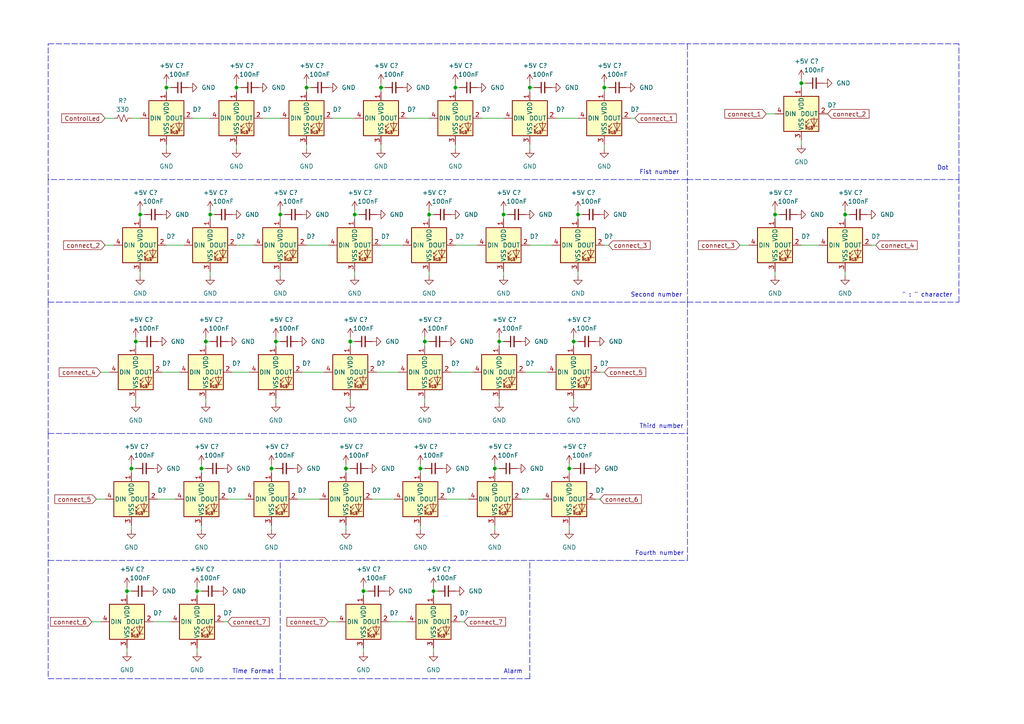
<source format=kicad_sch>
(kicad_sch (version 20211123) (generator eeschema)

  (uuid c64f9268-0814-498c-83c7-c7485f827f23)

  (paper "A4")

  (lib_symbols
    (symbol "Device:C_Small" (pin_numbers hide) (pin_names (offset 0.254) hide) (in_bom yes) (on_board yes)
      (property "Reference" "C" (id 0) (at 0.254 1.778 0)
        (effects (font (size 1.27 1.27)) (justify left))
      )
      (property "Value" "C_Small" (id 1) (at 0.254 -2.032 0)
        (effects (font (size 1.27 1.27)) (justify left))
      )
      (property "Footprint" "" (id 2) (at 0 0 0)
        (effects (font (size 1.27 1.27)) hide)
      )
      (property "Datasheet" "~" (id 3) (at 0 0 0)
        (effects (font (size 1.27 1.27)) hide)
      )
      (property "ki_keywords" "capacitor cap" (id 4) (at 0 0 0)
        (effects (font (size 1.27 1.27)) hide)
      )
      (property "ki_description" "Unpolarized capacitor, small symbol" (id 5) (at 0 0 0)
        (effects (font (size 1.27 1.27)) hide)
      )
      (property "ki_fp_filters" "C_*" (id 6) (at 0 0 0)
        (effects (font (size 1.27 1.27)) hide)
      )
      (symbol "C_Small_0_1"
        (polyline
          (pts
            (xy -1.524 -0.508)
            (xy 1.524 -0.508)
          )
          (stroke (width 0.3302) (type default) (color 0 0 0 0))
          (fill (type none))
        )
        (polyline
          (pts
            (xy -1.524 0.508)
            (xy 1.524 0.508)
          )
          (stroke (width 0.3048) (type default) (color 0 0 0 0))
          (fill (type none))
        )
      )
      (symbol "C_Small_1_1"
        (pin passive line (at 0 2.54 270) (length 2.032)
          (name "~" (effects (font (size 1.27 1.27))))
          (number "1" (effects (font (size 1.27 1.27))))
        )
        (pin passive line (at 0 -2.54 90) (length 2.032)
          (name "~" (effects (font (size 1.27 1.27))))
          (number "2" (effects (font (size 1.27 1.27))))
        )
      )
    )
    (symbol "Device:R_Small_US" (pin_numbers hide) (pin_names (offset 0.254) hide) (in_bom yes) (on_board yes)
      (property "Reference" "R" (id 0) (at 0.762 0.508 0)
        (effects (font (size 1.27 1.27)) (justify left))
      )
      (property "Value" "R_Small_US" (id 1) (at 0.762 -1.016 0)
        (effects (font (size 1.27 1.27)) (justify left))
      )
      (property "Footprint" "" (id 2) (at 0 0 0)
        (effects (font (size 1.27 1.27)) hide)
      )
      (property "Datasheet" "~" (id 3) (at 0 0 0)
        (effects (font (size 1.27 1.27)) hide)
      )
      (property "ki_keywords" "r resistor" (id 4) (at 0 0 0)
        (effects (font (size 1.27 1.27)) hide)
      )
      (property "ki_description" "Resistor, small US symbol" (id 5) (at 0 0 0)
        (effects (font (size 1.27 1.27)) hide)
      )
      (property "ki_fp_filters" "R_*" (id 6) (at 0 0 0)
        (effects (font (size 1.27 1.27)) hide)
      )
      (symbol "R_Small_US_1_1"
        (polyline
          (pts
            (xy 0 0)
            (xy 1.016 -0.381)
            (xy 0 -0.762)
            (xy -1.016 -1.143)
            (xy 0 -1.524)
          )
          (stroke (width 0) (type default) (color 0 0 0 0))
          (fill (type none))
        )
        (polyline
          (pts
            (xy 0 1.524)
            (xy 1.016 1.143)
            (xy 0 0.762)
            (xy -1.016 0.381)
            (xy 0 0)
          )
          (stroke (width 0) (type default) (color 0 0 0 0))
          (fill (type none))
        )
        (pin passive line (at 0 2.54 270) (length 1.016)
          (name "~" (effects (font (size 1.27 1.27))))
          (number "1" (effects (font (size 1.27 1.27))))
        )
        (pin passive line (at 0 -2.54 90) (length 1.016)
          (name "~" (effects (font (size 1.27 1.27))))
          (number "2" (effects (font (size 1.27 1.27))))
        )
      )
    )
    (symbol "LED:WS2812B" (pin_names (offset 0.254)) (in_bom yes) (on_board yes)
      (property "Reference" "D" (id 0) (at 5.08 5.715 0)
        (effects (font (size 1.27 1.27)) (justify right bottom))
      )
      (property "Value" "WS2812B" (id 1) (at 1.27 -5.715 0)
        (effects (font (size 1.27 1.27)) (justify left top))
      )
      (property "Footprint" "LED_SMD:LED_WS2812B_PLCC4_5.0x5.0mm_P3.2mm" (id 2) (at 1.27 -7.62 0)
        (effects (font (size 1.27 1.27)) (justify left top) hide)
      )
      (property "Datasheet" "https://cdn-shop.adafruit.com/datasheets/WS2812B.pdf" (id 3) (at 2.54 -9.525 0)
        (effects (font (size 1.27 1.27)) (justify left top) hide)
      )
      (property "ki_keywords" "RGB LED NeoPixel addressable" (id 4) (at 0 0 0)
        (effects (font (size 1.27 1.27)) hide)
      )
      (property "ki_description" "RGB LED with integrated controller" (id 5) (at 0 0 0)
        (effects (font (size 1.27 1.27)) hide)
      )
      (property "ki_fp_filters" "LED*WS2812*PLCC*5.0x5.0mm*P3.2mm*" (id 6) (at 0 0 0)
        (effects (font (size 1.27 1.27)) hide)
      )
      (symbol "WS2812B_0_0"
        (text "RGB" (at 2.286 -4.191 0)
          (effects (font (size 0.762 0.762)))
        )
      )
      (symbol "WS2812B_0_1"
        (polyline
          (pts
            (xy 1.27 -3.556)
            (xy 1.778 -3.556)
          )
          (stroke (width 0) (type default) (color 0 0 0 0))
          (fill (type none))
        )
        (polyline
          (pts
            (xy 1.27 -2.54)
            (xy 1.778 -2.54)
          )
          (stroke (width 0) (type default) (color 0 0 0 0))
          (fill (type none))
        )
        (polyline
          (pts
            (xy 4.699 -3.556)
            (xy 2.667 -3.556)
          )
          (stroke (width 0) (type default) (color 0 0 0 0))
          (fill (type none))
        )
        (polyline
          (pts
            (xy 2.286 -2.54)
            (xy 1.27 -3.556)
            (xy 1.27 -3.048)
          )
          (stroke (width 0) (type default) (color 0 0 0 0))
          (fill (type none))
        )
        (polyline
          (pts
            (xy 2.286 -1.524)
            (xy 1.27 -2.54)
            (xy 1.27 -2.032)
          )
          (stroke (width 0) (type default) (color 0 0 0 0))
          (fill (type none))
        )
        (polyline
          (pts
            (xy 3.683 -1.016)
            (xy 3.683 -3.556)
            (xy 3.683 -4.064)
          )
          (stroke (width 0) (type default) (color 0 0 0 0))
          (fill (type none))
        )
        (polyline
          (pts
            (xy 4.699 -1.524)
            (xy 2.667 -1.524)
            (xy 3.683 -3.556)
            (xy 4.699 -1.524)
          )
          (stroke (width 0) (type default) (color 0 0 0 0))
          (fill (type none))
        )
        (rectangle (start 5.08 5.08) (end -5.08 -5.08)
          (stroke (width 0.254) (type default) (color 0 0 0 0))
          (fill (type background))
        )
      )
      (symbol "WS2812B_1_1"
        (pin power_in line (at 0 7.62 270) (length 2.54)
          (name "VDD" (effects (font (size 1.27 1.27))))
          (number "1" (effects (font (size 1.27 1.27))))
        )
        (pin output line (at 7.62 0 180) (length 2.54)
          (name "DOUT" (effects (font (size 1.27 1.27))))
          (number "2" (effects (font (size 1.27 1.27))))
        )
        (pin power_in line (at 0 -7.62 90) (length 2.54)
          (name "VSS" (effects (font (size 1.27 1.27))))
          (number "3" (effects (font (size 1.27 1.27))))
        )
        (pin input line (at -7.62 0 0) (length 2.54)
          (name "DIN" (effects (font (size 1.27 1.27))))
          (number "4" (effects (font (size 1.27 1.27))))
        )
      )
    )
    (symbol "power:+5V" (power) (pin_names (offset 0)) (in_bom yes) (on_board yes)
      (property "Reference" "#PWR" (id 0) (at 0 -3.81 0)
        (effects (font (size 1.27 1.27)) hide)
      )
      (property "Value" "+5V" (id 1) (at 0 3.556 0)
        (effects (font (size 1.27 1.27)))
      )
      (property "Footprint" "" (id 2) (at 0 0 0)
        (effects (font (size 1.27 1.27)) hide)
      )
      (property "Datasheet" "" (id 3) (at 0 0 0)
        (effects (font (size 1.27 1.27)) hide)
      )
      (property "ki_keywords" "power-flag" (id 4) (at 0 0 0)
        (effects (font (size 1.27 1.27)) hide)
      )
      (property "ki_description" "Power symbol creates a global label with name \"+5V\"" (id 5) (at 0 0 0)
        (effects (font (size 1.27 1.27)) hide)
      )
      (symbol "+5V_0_1"
        (polyline
          (pts
            (xy -0.762 1.27)
            (xy 0 2.54)
          )
          (stroke (width 0) (type default) (color 0 0 0 0))
          (fill (type none))
        )
        (polyline
          (pts
            (xy 0 0)
            (xy 0 2.54)
          )
          (stroke (width 0) (type default) (color 0 0 0 0))
          (fill (type none))
        )
        (polyline
          (pts
            (xy 0 2.54)
            (xy 0.762 1.27)
          )
          (stroke (width 0) (type default) (color 0 0 0 0))
          (fill (type none))
        )
      )
      (symbol "+5V_1_1"
        (pin power_in line (at 0 0 90) (length 0) hide
          (name "+5V" (effects (font (size 1.27 1.27))))
          (number "1" (effects (font (size 1.27 1.27))))
        )
      )
    )
    (symbol "power:GND" (power) (pin_names (offset 0)) (in_bom yes) (on_board yes)
      (property "Reference" "#PWR" (id 0) (at 0 -6.35 0)
        (effects (font (size 1.27 1.27)) hide)
      )
      (property "Value" "GND" (id 1) (at 0 -3.81 0)
        (effects (font (size 1.27 1.27)))
      )
      (property "Footprint" "" (id 2) (at 0 0 0)
        (effects (font (size 1.27 1.27)) hide)
      )
      (property "Datasheet" "" (id 3) (at 0 0 0)
        (effects (font (size 1.27 1.27)) hide)
      )
      (property "ki_keywords" "power-flag" (id 4) (at 0 0 0)
        (effects (font (size 1.27 1.27)) hide)
      )
      (property "ki_description" "Power symbol creates a global label with name \"GND\" , ground" (id 5) (at 0 0 0)
        (effects (font (size 1.27 1.27)) hide)
      )
      (symbol "GND_0_1"
        (polyline
          (pts
            (xy 0 0)
            (xy 0 -1.27)
            (xy 1.27 -1.27)
            (xy 0 -2.54)
            (xy -1.27 -1.27)
            (xy 0 -1.27)
          )
          (stroke (width 0) (type default) (color 0 0 0 0))
          (fill (type none))
        )
      )
      (symbol "GND_1_1"
        (pin power_in line (at 0 0 270) (length 0) hide
          (name "GND" (effects (font (size 1.27 1.27))))
          (number "1" (effects (font (size 1.27 1.27))))
        )
      )
    )
  )

  (junction (at 166.37 99.06) (diameter 0) (color 0 0 0 0)
    (uuid 02d1a851-ad37-487b-9777-9b190b7f538c)
  )
  (junction (at 123.19 99.06) (diameter 0) (color 0 0 0 0)
    (uuid 0a5b4e94-ac36-4e50-9db2-31cb964313fb)
  )
  (junction (at 146.05 62.23) (diameter 0) (color 0 0 0 0)
    (uuid 0fdbd466-c900-4e46-9565-76c4b912071e)
  )
  (junction (at 125.73 171.45) (diameter 0) (color 0 0 0 0)
    (uuid 1a50f796-3002-414d-a1ed-69b6139c7518)
  )
  (junction (at 110.49 25.4) (diameter 0) (color 0 0 0 0)
    (uuid 2670769b-a865-4f09-8886-93189a32d802)
  )
  (junction (at 59.69 99.06) (diameter 0) (color 0 0 0 0)
    (uuid 26b8df97-0e9b-433c-91e4-e1275ad0924f)
  )
  (junction (at 102.87 62.23) (diameter 0) (color 0 0 0 0)
    (uuid 28580659-a23e-4c28-a61d-f28f8b08af6e)
  )
  (junction (at 224.79 62.23) (diameter 0) (color 0 0 0 0)
    (uuid 2ead3372-45bd-4721-b9c9-0c0cf890082a)
  )
  (junction (at 39.37 99.06) (diameter 0) (color 0 0 0 0)
    (uuid 32d64c6a-d283-49ba-b713-b6a33ca13c8f)
  )
  (junction (at 68.58 25.4) (diameter 0) (color 0 0 0 0)
    (uuid 384701e1-10eb-4537-9387-c0971cd95c4f)
  )
  (junction (at 48.26 25.4) (diameter 0) (color 0 0 0 0)
    (uuid 39639d4d-3512-4018-939a-388d4ab16c3a)
  )
  (junction (at 78.74 135.89) (diameter 0) (color 0 0 0 0)
    (uuid 3d641c69-f043-47e1-a0d5-560cd575c131)
  )
  (junction (at 143.51 135.89) (diameter 0) (color 0 0 0 0)
    (uuid 3d9994ef-1e08-478b-b1a3-4a446a97c72f)
  )
  (junction (at 80.01 99.06) (diameter 0) (color 0 0 0 0)
    (uuid 3fb18fa8-d2b2-480a-b68d-f5e2e8a1a237)
  )
  (junction (at 167.64 62.23) (diameter 0) (color 0 0 0 0)
    (uuid 63313d77-a78b-44c8-a57d-6475a825bcc9)
  )
  (junction (at 153.67 25.4) (diameter 0) (color 0 0 0 0)
    (uuid 664de08b-e37d-412d-8088-9dd24627b4e3)
  )
  (junction (at 40.64 62.23) (diameter 0) (color 0 0 0 0)
    (uuid 676adf8e-cc6f-4242-b1fb-38a22cf2df69)
  )
  (junction (at 121.92 135.89) (diameter 0) (color 0 0 0 0)
    (uuid 67faba50-0aa6-4486-8cc9-1713bc8f3e77)
  )
  (junction (at 81.28 62.23) (diameter 0) (color 0 0 0 0)
    (uuid 7104a5f5-31be-4043-9814-9dace09a833d)
  )
  (junction (at 58.42 135.89) (diameter 0) (color 0 0 0 0)
    (uuid 83d57b11-11b5-4f49-9e1d-1d8f9d0805aa)
  )
  (junction (at 38.1 135.89) (diameter 0) (color 0 0 0 0)
    (uuid 8420e959-5141-4a8b-abbc-55d5b64bd19b)
  )
  (junction (at 100.33 135.89) (diameter 0) (color 0 0 0 0)
    (uuid 894a8ad9-1870-43d9-90ac-5b542d59fc21)
  )
  (junction (at 101.6 99.06) (diameter 0) (color 0 0 0 0)
    (uuid 8c68cbf9-8cb4-40b1-8161-00517b813bcc)
  )
  (junction (at 165.1 135.89) (diameter 0) (color 0 0 0 0)
    (uuid 8db2d1b9-473f-49c8-a430-128f1ceeb0db)
  )
  (junction (at 232.41 24.13) (diameter 0) (color 0 0 0 0)
    (uuid 93860c83-51d8-4461-885f-116341f82ab0)
  )
  (junction (at 175.26 25.4) (diameter 0) (color 0 0 0 0)
    (uuid 965910d7-5955-4f6c-bec1-2b3d453b6b77)
  )
  (junction (at 245.11 62.23) (diameter 0) (color 0 0 0 0)
    (uuid 9d83e237-2201-48d1-be53-d06d3731082f)
  )
  (junction (at 60.96 62.23) (diameter 0) (color 0 0 0 0)
    (uuid b6288d96-7ae8-4953-9cac-77b41c904889)
  )
  (junction (at 105.41 171.45) (diameter 0) (color 0 0 0 0)
    (uuid b7a65a39-007d-4758-8d52-63c3f55608df)
  )
  (junction (at 57.15 171.45) (diameter 0) (color 0 0 0 0)
    (uuid cf35d716-c680-4311-8310-23df3ea77b01)
  )
  (junction (at 132.08 25.4) (diameter 0) (color 0 0 0 0)
    (uuid d2cf4a5f-da6a-494f-bb63-23b2555d049b)
  )
  (junction (at 124.46 62.23) (diameter 0) (color 0 0 0 0)
    (uuid d4f06068-7aee-4acc-9e59-299aecc0865c)
  )
  (junction (at 36.83 171.45) (diameter 0) (color 0 0 0 0)
    (uuid d77c4fb8-9f54-4a59-a4b0-75e95d892c09)
  )
  (junction (at 144.78 99.06) (diameter 0) (color 0 0 0 0)
    (uuid e224667d-cf8d-41f3-80e4-23d55b2833a3)
  )
  (junction (at 88.9 25.4) (diameter 0) (color 0 0 0 0)
    (uuid fe3ccc7e-21fa-4302-a782-a89f58f23916)
  )

  (polyline (pts (xy 81.28 196.85) (xy 153.67 196.85))
    (stroke (width 0) (type default) (color 0 0 0 0))
    (uuid 03586d86-7b06-4306-885e-ea7f641ad1ca)
  )

  (wire (pts (xy 40.64 78.74) (xy 40.64 80.01))
    (stroke (width 0) (type default) (color 0 0 0 0))
    (uuid 05fdbdb0-88ed-41d6-b474-338726c2c0c7)
  )
  (polyline (pts (xy 13.97 125.73) (xy 13.97 162.56))
    (stroke (width 0) (type default) (color 0 0 0 0))
    (uuid 0635f578-b4fd-48db-91d0-b1553e74e9f0)
  )

  (wire (pts (xy 110.49 71.12) (xy 116.84 71.12))
    (stroke (width 0) (type default) (color 0 0 0 0))
    (uuid 0756ade5-f0c5-4fa6-b9a2-68dbb67b01a9)
  )
  (wire (pts (xy 165.1 152.4) (xy 165.1 153.67))
    (stroke (width 0) (type default) (color 0 0 0 0))
    (uuid 07a310e8-af57-4b92-b0ad-38360cbb63a7)
  )
  (wire (pts (xy 105.41 170.18) (xy 105.41 171.45))
    (stroke (width 0) (type default) (color 0 0 0 0))
    (uuid 084f6ca3-2077-465b-b2d9-412f7947b647)
  )
  (wire (pts (xy 123.19 99.06) (xy 123.19 100.33))
    (stroke (width 0) (type default) (color 0 0 0 0))
    (uuid 0873c8fc-47ff-4e67-b30f-64ff4bfaa684)
  )
  (wire (pts (xy 224.79 62.23) (xy 226.06 62.23))
    (stroke (width 0) (type default) (color 0 0 0 0))
    (uuid 094dea53-e8a5-4279-9fcb-6290e04d802d)
  )
  (wire (pts (xy 57.15 170.18) (xy 57.15 171.45))
    (stroke (width 0) (type default) (color 0 0 0 0))
    (uuid 096b91c3-3afd-4fe3-9fb5-85915c6d01d2)
  )
  (polyline (pts (xy 13.97 52.07) (xy 13.97 12.7))
    (stroke (width 0) (type default) (color 0 0 0 0))
    (uuid 0a67d69c-e5e6-4ca1-a970-cb1805fa726b)
  )

  (wire (pts (xy 100.33 135.89) (xy 101.6 135.89))
    (stroke (width 0) (type default) (color 0 0 0 0))
    (uuid 0ab59fbf-e823-407f-8868-e5416c231405)
  )
  (wire (pts (xy 58.42 135.89) (xy 58.42 137.16))
    (stroke (width 0) (type default) (color 0 0 0 0))
    (uuid 0b3873f4-2640-426b-baaa-b058bb9557f6)
  )
  (wire (pts (xy 129.54 144.78) (xy 135.89 144.78))
    (stroke (width 0) (type default) (color 0 0 0 0))
    (uuid 0bdd7e39-e2f9-4c23-af2e-50317de18d48)
  )
  (wire (pts (xy 121.92 135.89) (xy 121.92 137.16))
    (stroke (width 0) (type default) (color 0 0 0 0))
    (uuid 0c98478a-7cd4-4e31-9af6-a6a197c610ee)
  )
  (wire (pts (xy 67.31 107.95) (xy 72.39 107.95))
    (stroke (width 0) (type default) (color 0 0 0 0))
    (uuid 0d364d74-42c6-42c8-9a88-ad64a109f856)
  )
  (polyline (pts (xy 199.39 125.73) (xy 199.39 87.63))
    (stroke (width 0) (type default) (color 0 0 0 0))
    (uuid 0daa9700-3a5d-4c5a-b4f4-6c205ce812b7)
  )

  (wire (pts (xy 232.41 22.86) (xy 232.41 24.13))
    (stroke (width 0) (type default) (color 0 0 0 0))
    (uuid 0df78d9d-d649-4107-8bbb-024d4dfbee1d)
  )
  (wire (pts (xy 153.67 41.91) (xy 153.67 43.18))
    (stroke (width 0) (type default) (color 0 0 0 0))
    (uuid 0e10365a-7f9b-4691-8ee7-4bf1c19e236c)
  )
  (wire (pts (xy 132.08 71.12) (xy 138.43 71.12))
    (stroke (width 0) (type default) (color 0 0 0 0))
    (uuid 0e32c2af-427e-4cd1-8d61-2f75808433be)
  )
  (wire (pts (xy 102.87 60.96) (xy 102.87 62.23))
    (stroke (width 0) (type default) (color 0 0 0 0))
    (uuid 0f2900f7-4023-4812-937d-8c070f6683bd)
  )
  (wire (pts (xy 88.9 41.91) (xy 88.9 43.18))
    (stroke (width 0) (type default) (color 0 0 0 0))
    (uuid 0f9e5fae-9211-4484-a9ac-85f6f22778a9)
  )
  (polyline (pts (xy 199.39 52.07) (xy 13.97 52.07))
    (stroke (width 0) (type default) (color 0 0 0 0))
    (uuid 104f1e48-da54-4eb5-bdf3-da4801053cfb)
  )

  (wire (pts (xy 100.33 135.89) (xy 100.33 137.16))
    (stroke (width 0) (type default) (color 0 0 0 0))
    (uuid 121837de-31fa-4a99-9d0d-2c55412f3fc4)
  )
  (polyline (pts (xy 13.97 162.56) (xy 199.39 162.56))
    (stroke (width 0) (type default) (color 0 0 0 0))
    (uuid 1222ff8d-b9e5-4300-a930-314046a0a717)
  )

  (wire (pts (xy 36.83 171.45) (xy 38.1 171.45))
    (stroke (width 0) (type default) (color 0 0 0 0))
    (uuid 1355b835-1018-4859-94b2-d60603f8202c)
  )
  (wire (pts (xy 101.6 99.06) (xy 102.87 99.06))
    (stroke (width 0) (type default) (color 0 0 0 0))
    (uuid 138dafec-898d-454a-95e6-2de28fcd37ab)
  )
  (wire (pts (xy 125.73 171.45) (xy 127 171.45))
    (stroke (width 0) (type default) (color 0 0 0 0))
    (uuid 156ac12b-5341-4b7d-a6b5-190f221369f3)
  )
  (wire (pts (xy 66.04 144.78) (xy 71.12 144.78))
    (stroke (width 0) (type default) (color 0 0 0 0))
    (uuid 15d06b77-2b64-4bd6-9a05-98285bcde5d4)
  )
  (wire (pts (xy 125.73 171.45) (xy 125.73 172.72))
    (stroke (width 0) (type default) (color 0 0 0 0))
    (uuid 16935fc9-9b03-47a0-b5f7-11b19564ac45)
  )
  (wire (pts (xy 86.36 144.78) (xy 92.71 144.78))
    (stroke (width 0) (type default) (color 0 0 0 0))
    (uuid 16da74a0-801a-4d82-8c9f-db6d91112462)
  )
  (wire (pts (xy 175.26 24.13) (xy 175.26 25.4))
    (stroke (width 0) (type default) (color 0 0 0 0))
    (uuid 16ee6f38-3a84-468c-aed6-e0a39604c5de)
  )
  (wire (pts (xy 109.22 107.95) (xy 115.57 107.95))
    (stroke (width 0) (type default) (color 0 0 0 0))
    (uuid 174e976c-6add-40c6-a0af-cd85e4274408)
  )
  (wire (pts (xy 38.1 34.29) (xy 40.64 34.29))
    (stroke (width 0) (type default) (color 0 0 0 0))
    (uuid 17b54780-820b-41eb-8cbd-6e05fc79a791)
  )
  (wire (pts (xy 123.19 115.57) (xy 123.19 116.84))
    (stroke (width 0) (type default) (color 0 0 0 0))
    (uuid 17c51b3b-3e44-40bb-92c5-136e05700360)
  )
  (wire (pts (xy 36.83 170.18) (xy 36.83 171.45))
    (stroke (width 0) (type default) (color 0 0 0 0))
    (uuid 18212c83-30bd-439b-b234-f3f73b75886e)
  )
  (polyline (pts (xy 278.13 52.07) (xy 278.13 12.7))
    (stroke (width 0) (type default) (color 0 0 0 0))
    (uuid 1a9d3d39-5f43-4ba2-8223-0408ff6248b7)
  )

  (wire (pts (xy 113.03 180.34) (xy 118.11 180.34))
    (stroke (width 0) (type default) (color 0 0 0 0))
    (uuid 1c02e0ec-b2e8-453a-adcc-007d8f2b0c5a)
  )
  (wire (pts (xy 153.67 71.12) (xy 160.02 71.12))
    (stroke (width 0) (type default) (color 0 0 0 0))
    (uuid 208079e7-5acb-472a-8e78-17d001976205)
  )
  (wire (pts (xy 58.42 134.62) (xy 58.42 135.89))
    (stroke (width 0) (type default) (color 0 0 0 0))
    (uuid 21cffdff-3ea7-493d-b3f2-892b8457ae11)
  )
  (wire (pts (xy 105.41 171.45) (xy 106.68 171.45))
    (stroke (width 0) (type default) (color 0 0 0 0))
    (uuid 2204621d-138a-401f-9544-463a4c8d51be)
  )
  (wire (pts (xy 121.92 134.62) (xy 121.92 135.89))
    (stroke (width 0) (type default) (color 0 0 0 0))
    (uuid 228c9a7f-c175-4370-8125-e3efb7e71b6a)
  )
  (wire (pts (xy 66.04 180.34) (xy 64.77 180.34))
    (stroke (width 0) (type default) (color 0 0 0 0))
    (uuid 22f6c323-5665-4661-bcc4-0cf52e4b24a4)
  )
  (wire (pts (xy 80.01 99.06) (xy 80.01 100.33))
    (stroke (width 0) (type default) (color 0 0 0 0))
    (uuid 23c02d81-9619-4052-b071-73c19b6a95bc)
  )
  (wire (pts (xy 101.6 115.57) (xy 101.6 116.84))
    (stroke (width 0) (type default) (color 0 0 0 0))
    (uuid 24cf53e2-9f91-4400-aba9-59c3969a5fff)
  )
  (wire (pts (xy 80.01 115.57) (xy 80.01 116.84))
    (stroke (width 0) (type default) (color 0 0 0 0))
    (uuid 2549c4ca-4e58-4160-9eca-2aac7edffac3)
  )
  (wire (pts (xy 45.72 144.78) (xy 50.8 144.78))
    (stroke (width 0) (type default) (color 0 0 0 0))
    (uuid 25563f24-e3aa-4cb4-a488-c179597664db)
  )
  (wire (pts (xy 100.33 152.4) (xy 100.33 153.67))
    (stroke (width 0) (type default) (color 0 0 0 0))
    (uuid 25a5bcfe-ed45-410c-b648-28fcd1903509)
  )
  (wire (pts (xy 88.9 25.4) (xy 88.9 26.67))
    (stroke (width 0) (type default) (color 0 0 0 0))
    (uuid 26cd9726-e666-46ff-8ec1-ac43d012ce3e)
  )
  (wire (pts (xy 68.58 24.13) (xy 68.58 25.4))
    (stroke (width 0) (type default) (color 0 0 0 0))
    (uuid 29750f2b-df04-41b0-a6a9-bebc241541ca)
  )
  (wire (pts (xy 68.58 25.4) (xy 68.58 26.67))
    (stroke (width 0) (type default) (color 0 0 0 0))
    (uuid 2a3ad11f-62de-49fe-8f6d-b5854a41e484)
  )
  (wire (pts (xy 124.46 78.74) (xy 124.46 80.01))
    (stroke (width 0) (type default) (color 0 0 0 0))
    (uuid 2b13fbee-3f7a-4bdb-ad03-ecf744579c79)
  )
  (wire (pts (xy 182.88 34.29) (xy 184.15 34.29))
    (stroke (width 0) (type default) (color 0 0 0 0))
    (uuid 2c22b11f-d964-4baa-b32c-fbccaecc557e)
  )
  (polyline (pts (xy 13.97 87.63) (xy 16.51 87.63))
    (stroke (width 0) (type default) (color 0 0 0 0))
    (uuid 2c4bc092-2353-4980-abb7-4d6cd1d39ea6)
  )

  (wire (pts (xy 39.37 99.06) (xy 39.37 100.33))
    (stroke (width 0) (type default) (color 0 0 0 0))
    (uuid 2d2a1fca-5fb5-43ec-b443-a18ed63ec28a)
  )
  (wire (pts (xy 152.4 107.95) (xy 158.75 107.95))
    (stroke (width 0) (type default) (color 0 0 0 0))
    (uuid 2ec475be-86d2-42a1-a8ab-4aa1370dfbe8)
  )
  (polyline (pts (xy 199.39 52.07) (xy 199.39 52.07))
    (stroke (width 0) (type default) (color 0 0 0 0))
    (uuid 30a0fcff-89e5-4b86-b3cf-863104b106f0)
  )

  (wire (pts (xy 166.37 97.79) (xy 166.37 99.06))
    (stroke (width 0) (type default) (color 0 0 0 0))
    (uuid 315935e1-f5e7-4071-bebe-31fe8836d8d7)
  )
  (wire (pts (xy 143.51 152.4) (xy 143.51 153.67))
    (stroke (width 0) (type default) (color 0 0 0 0))
    (uuid 3184043b-ae7d-4dcc-a8f0-0c4387e77e66)
  )
  (wire (pts (xy 80.01 99.06) (xy 81.28 99.06))
    (stroke (width 0) (type default) (color 0 0 0 0))
    (uuid 31d55962-ba73-4f59-b733-ce41271734d3)
  )
  (wire (pts (xy 130.81 107.95) (xy 137.16 107.95))
    (stroke (width 0) (type default) (color 0 0 0 0))
    (uuid 330a8fb5-9edf-4de0-9c18-7381cf64a226)
  )
  (wire (pts (xy 29.21 107.95) (xy 31.75 107.95))
    (stroke (width 0) (type default) (color 0 0 0 0))
    (uuid 344c33ca-9f4d-4fcd-ae8e-52e5a4b1aa26)
  )
  (wire (pts (xy 88.9 24.13) (xy 88.9 25.4))
    (stroke (width 0) (type default) (color 0 0 0 0))
    (uuid 35114704-8b55-4bc9-b9a3-48288691932b)
  )
  (polyline (pts (xy 199.39 52.07) (xy 278.13 52.07))
    (stroke (width 0) (type default) (color 0 0 0 0))
    (uuid 380768fe-db8e-4aee-a379-fb2382f1dfa3)
  )

  (wire (pts (xy 161.29 34.29) (xy 167.64 34.29))
    (stroke (width 0) (type default) (color 0 0 0 0))
    (uuid 385dc657-3c6d-4c05-af07-54a386239f4f)
  )
  (wire (pts (xy 102.87 78.74) (xy 102.87 80.01))
    (stroke (width 0) (type default) (color 0 0 0 0))
    (uuid 3880c307-62ce-4ace-b96e-98f48b13b1cc)
  )
  (wire (pts (xy 76.2 34.29) (xy 81.28 34.29))
    (stroke (width 0) (type default) (color 0 0 0 0))
    (uuid 39c439cd-2e7f-4c60-8463-90d96c341e50)
  )
  (wire (pts (xy 88.9 25.4) (xy 90.17 25.4))
    (stroke (width 0) (type default) (color 0 0 0 0))
    (uuid 3de3dec5-c1ca-40e5-ad11-fbc6f328b5e1)
  )
  (wire (pts (xy 58.42 152.4) (xy 58.42 153.67))
    (stroke (width 0) (type default) (color 0 0 0 0))
    (uuid 3e1505ea-ae44-4909-a5fb-4e7466a22fee)
  )
  (wire (pts (xy 38.1 135.89) (xy 39.37 135.89))
    (stroke (width 0) (type default) (color 0 0 0 0))
    (uuid 3e281eff-bda8-433e-a72d-789ad88a372c)
  )
  (wire (pts (xy 40.64 60.96) (xy 40.64 62.23))
    (stroke (width 0) (type default) (color 0 0 0 0))
    (uuid 4089ca4a-40ba-4b60-8580-10554a69a641)
  )
  (wire (pts (xy 167.64 62.23) (xy 168.91 62.23))
    (stroke (width 0) (type default) (color 0 0 0 0))
    (uuid 40aec246-a99e-4a4b-9d80-b6e849cf88a9)
  )
  (wire (pts (xy 100.33 134.62) (xy 100.33 135.89))
    (stroke (width 0) (type default) (color 0 0 0 0))
    (uuid 420f4f92-359e-45df-98a0-ae35246165a6)
  )
  (wire (pts (xy 38.1 152.4) (xy 38.1 153.67))
    (stroke (width 0) (type default) (color 0 0 0 0))
    (uuid 431cd959-9716-4963-8aec-7cbe401e025b)
  )
  (wire (pts (xy 124.46 62.23) (xy 124.46 63.5))
    (stroke (width 0) (type default) (color 0 0 0 0))
    (uuid 43a14359-b9bd-4f61-beed-aba27feab5cf)
  )
  (wire (pts (xy 102.87 62.23) (xy 104.14 62.23))
    (stroke (width 0) (type default) (color 0 0 0 0))
    (uuid 44cc7e66-e97f-4825-bd03-58911971b154)
  )
  (wire (pts (xy 39.37 99.06) (xy 40.64 99.06))
    (stroke (width 0) (type default) (color 0 0 0 0))
    (uuid 4582d0c6-dfa6-4e3a-9093-5ab1acf67192)
  )
  (polyline (pts (xy 278.13 87.63) (xy 278.13 52.07))
    (stroke (width 0) (type default) (color 0 0 0 0))
    (uuid 4972f4bc-dd31-41f6-9386-2ea918071d35)
  )

  (wire (pts (xy 139.7 34.29) (xy 146.05 34.29))
    (stroke (width 0) (type default) (color 0 0 0 0))
    (uuid 4a991e18-bc2e-4129-9b59-ff77ffed8a02)
  )
  (wire (pts (xy 68.58 41.91) (xy 68.58 43.18))
    (stroke (width 0) (type default) (color 0 0 0 0))
    (uuid 4b1e8cfa-51bd-42a3-a1ef-ede0e1383efd)
  )
  (wire (pts (xy 95.25 180.34) (xy 97.79 180.34))
    (stroke (width 0) (type default) (color 0 0 0 0))
    (uuid 4b1f3162-9830-4ec2-9d56-8ad59d3e8963)
  )
  (wire (pts (xy 121.92 152.4) (xy 121.92 153.67))
    (stroke (width 0) (type default) (color 0 0 0 0))
    (uuid 4b7babef-0d5a-4da5-ad26-9d196172ddf7)
  )
  (wire (pts (xy 107.95 144.78) (xy 114.3 144.78))
    (stroke (width 0) (type default) (color 0 0 0 0))
    (uuid 4f30826c-a035-492f-aaca-e96358f6da27)
  )
  (polyline (pts (xy 13.97 12.7) (xy 199.39 12.7))
    (stroke (width 0) (type default) (color 0 0 0 0))
    (uuid 4fa4c199-d42a-4bbb-ab62-fd7d5af81dad)
  )

  (wire (pts (xy 55.88 34.29) (xy 60.96 34.29))
    (stroke (width 0) (type default) (color 0 0 0 0))
    (uuid 51d2e594-8f27-4230-b0a7-05a820a9b7ba)
  )
  (wire (pts (xy 132.08 25.4) (xy 132.08 26.67))
    (stroke (width 0) (type default) (color 0 0 0 0))
    (uuid 52da1661-967b-48ad-b7b2-3874a6ea32a6)
  )
  (polyline (pts (xy 199.39 87.63) (xy 199.39 52.07))
    (stroke (width 0) (type default) (color 0 0 0 0))
    (uuid 5357c579-7d42-4312-9c2c-ca2d5aaa0090)
  )

  (wire (pts (xy 44.45 180.34) (xy 49.53 180.34))
    (stroke (width 0) (type default) (color 0 0 0 0))
    (uuid 53bbf7d0-7e73-4069-92d2-44b5789af283)
  )
  (wire (pts (xy 59.69 99.06) (xy 59.69 100.33))
    (stroke (width 0) (type default) (color 0 0 0 0))
    (uuid 556df100-c532-4a0a-801d-6548c3a47afa)
  )
  (wire (pts (xy 167.64 60.96) (xy 167.64 62.23))
    (stroke (width 0) (type default) (color 0 0 0 0))
    (uuid 55c100d6-3b44-4c4e-85ce-8e2c5b610ec1)
  )
  (wire (pts (xy 121.92 135.89) (xy 123.19 135.89))
    (stroke (width 0) (type default) (color 0 0 0 0))
    (uuid 565572db-18b6-4adf-8b4b-af3a5eddb0b7)
  )
  (wire (pts (xy 132.08 41.91) (xy 132.08 43.18))
    (stroke (width 0) (type default) (color 0 0 0 0))
    (uuid 5794ff55-04d4-4aa0-99b1-3b02fc3981da)
  )
  (polyline (pts (xy 278.13 12.7) (xy 199.39 12.7))
    (stroke (width 0) (type default) (color 0 0 0 0))
    (uuid 584cd1a1-3d17-414b-99e3-4af107fc1d44)
  )

  (wire (pts (xy 123.19 99.06) (xy 124.46 99.06))
    (stroke (width 0) (type default) (color 0 0 0 0))
    (uuid 59d09311-cefc-4ace-a8be-044a809e3bcd)
  )
  (wire (pts (xy 224.79 60.96) (xy 224.79 62.23))
    (stroke (width 0) (type default) (color 0 0 0 0))
    (uuid 59ea51de-e810-45ea-8425-8c1e3f96930a)
  )
  (polyline (pts (xy 81.28 196.85) (xy 81.28 162.56))
    (stroke (width 0) (type default) (color 0 0 0 0))
    (uuid 5c14de77-0be0-41d0-b249-937871b61299)
  )

  (wire (pts (xy 78.74 135.89) (xy 78.74 137.16))
    (stroke (width 0) (type default) (color 0 0 0 0))
    (uuid 5da63e27-b7e9-418b-b226-fea0053411cb)
  )
  (wire (pts (xy 96.52 34.29) (xy 102.87 34.29))
    (stroke (width 0) (type default) (color 0 0 0 0))
    (uuid 5e4d387e-3a7c-4486-8655-72dcabcae735)
  )
  (wire (pts (xy 153.67 25.4) (xy 154.94 25.4))
    (stroke (width 0) (type default) (color 0 0 0 0))
    (uuid 617cc932-b7dd-4a10-ac7e-f17e252e8a77)
  )
  (wire (pts (xy 110.49 25.4) (xy 110.49 26.67))
    (stroke (width 0) (type default) (color 0 0 0 0))
    (uuid 61f78fc3-e6bf-4d91-8e89-9643b3d83faf)
  )
  (wire (pts (xy 26.67 180.34) (xy 29.21 180.34))
    (stroke (width 0) (type default) (color 0 0 0 0))
    (uuid 627337cf-ac9c-401d-82f0-0e8c47bc8cfa)
  )
  (wire (pts (xy 81.28 78.74) (xy 81.28 80.01))
    (stroke (width 0) (type default) (color 0 0 0 0))
    (uuid 647f570d-f4b3-4f17-8683-41f2a88d9b06)
  )
  (wire (pts (xy 38.1 135.89) (xy 38.1 137.16))
    (stroke (width 0) (type default) (color 0 0 0 0))
    (uuid 6612850a-c69b-4535-82ac-06f5af0e6d96)
  )
  (wire (pts (xy 59.69 97.79) (xy 59.69 99.06))
    (stroke (width 0) (type default) (color 0 0 0 0))
    (uuid 68cb78ba-5004-471b-9712-08c694f61809)
  )
  (wire (pts (xy 143.51 134.62) (xy 143.51 135.89))
    (stroke (width 0) (type default) (color 0 0 0 0))
    (uuid 68fa7a75-7a38-470b-b03e-541ed4d63815)
  )
  (wire (pts (xy 101.6 97.79) (xy 101.6 99.06))
    (stroke (width 0) (type default) (color 0 0 0 0))
    (uuid 69221fe8-d1cc-47f1-88c0-54d3ac3eeb27)
  )
  (wire (pts (xy 165.1 135.89) (xy 165.1 137.16))
    (stroke (width 0) (type default) (color 0 0 0 0))
    (uuid 69272db4-f654-45c6-b0ce-49f2a5796fab)
  )
  (wire (pts (xy 78.74 152.4) (xy 78.74 153.67))
    (stroke (width 0) (type default) (color 0 0 0 0))
    (uuid 692fa517-cdda-4f05-8685-ae714dbb4c0a)
  )
  (wire (pts (xy 88.9 71.12) (xy 95.25 71.12))
    (stroke (width 0) (type default) (color 0 0 0 0))
    (uuid 6d7a0b9c-5630-4a95-b661-da661ad44874)
  )
  (wire (pts (xy 232.41 24.13) (xy 233.68 24.13))
    (stroke (width 0) (type default) (color 0 0 0 0))
    (uuid 6d9d56e1-b87b-4638-8097-f873d1561464)
  )
  (wire (pts (xy 60.96 78.74) (xy 60.96 80.01))
    (stroke (width 0) (type default) (color 0 0 0 0))
    (uuid 6f2f5be3-52cd-47be-885b-a8a1cba1e171)
  )
  (polyline (pts (xy 199.39 87.63) (xy 278.13 87.63))
    (stroke (width 0) (type default) (color 0 0 0 0))
    (uuid 6fd3734d-963a-4296-899d-ffd1c4beb1bd)
  )

  (wire (pts (xy 30.48 71.12) (xy 33.02 71.12))
    (stroke (width 0) (type default) (color 0 0 0 0))
    (uuid 718a9eb2-9499-4dca-986f-3f0e0e1c5a0d)
  )
  (wire (pts (xy 78.74 135.89) (xy 80.01 135.89))
    (stroke (width 0) (type default) (color 0 0 0 0))
    (uuid 71bc6ee4-2df3-44ad-a4b0-72feb735d767)
  )
  (wire (pts (xy 39.37 97.79) (xy 39.37 99.06))
    (stroke (width 0) (type default) (color 0 0 0 0))
    (uuid 727b2a11-1796-4b24-b08c-a80c6612692d)
  )
  (wire (pts (xy 36.83 187.96) (xy 36.83 189.23))
    (stroke (width 0) (type default) (color 0 0 0 0))
    (uuid 7284eed5-7163-4260-9997-80c447bba761)
  )
  (wire (pts (xy 175.26 25.4) (xy 176.53 25.4))
    (stroke (width 0) (type default) (color 0 0 0 0))
    (uuid 7cfdecf0-8185-4689-adff-8cdf965ade14)
  )
  (wire (pts (xy 124.46 60.96) (xy 124.46 62.23))
    (stroke (width 0) (type default) (color 0 0 0 0))
    (uuid 7da9c2ee-1c3c-4337-b1e2-793e7045c1f1)
  )
  (wire (pts (xy 68.58 25.4) (xy 69.85 25.4))
    (stroke (width 0) (type default) (color 0 0 0 0))
    (uuid 7ec13bfe-6109-43de-b686-97589f828b61)
  )
  (polyline (pts (xy 13.97 162.56) (xy 13.97 196.85))
    (stroke (width 0) (type default) (color 0 0 0 0))
    (uuid 8016fd9d-e667-411a-a854-fa95f30a2d3d)
  )

  (wire (pts (xy 232.41 24.13) (xy 232.41 25.4))
    (stroke (width 0) (type default) (color 0 0 0 0))
    (uuid 803ebe8e-04d0-4a5f-9d32-a6ddc0e0ace7)
  )
  (polyline (pts (xy 153.67 196.85) (xy 153.67 162.56))
    (stroke (width 0) (type default) (color 0 0 0 0))
    (uuid 812500e0-44e9-48cb-9ef3-a306f4e01f3e)
  )

  (wire (pts (xy 143.51 135.89) (xy 143.51 137.16))
    (stroke (width 0) (type default) (color 0 0 0 0))
    (uuid 81796460-a9fc-4ef8-b50b-742324ce2563)
  )
  (wire (pts (xy 57.15 171.45) (xy 58.42 171.45))
    (stroke (width 0) (type default) (color 0 0 0 0))
    (uuid 84b93e0b-81eb-44b8-9c2f-258de86fc746)
  )
  (wire (pts (xy 59.69 99.06) (xy 60.96 99.06))
    (stroke (width 0) (type default) (color 0 0 0 0))
    (uuid 86554f2d-5566-434f-9a99-08d2536d81ba)
  )
  (wire (pts (xy 87.63 107.95) (xy 93.98 107.95))
    (stroke (width 0) (type default) (color 0 0 0 0))
    (uuid 87c9c6ab-14d6-4569-98c3-592e4985873e)
  )
  (wire (pts (xy 166.37 115.57) (xy 166.37 116.84))
    (stroke (width 0) (type default) (color 0 0 0 0))
    (uuid 886b1b58-9326-4d4f-96f8-ee5fc1301028)
  )
  (wire (pts (xy 144.78 115.57) (xy 144.78 116.84))
    (stroke (width 0) (type default) (color 0 0 0 0))
    (uuid 898275ba-bb81-48f6-b1ce-ee02e2b80253)
  )
  (wire (pts (xy 245.11 62.23) (xy 245.11 63.5))
    (stroke (width 0) (type default) (color 0 0 0 0))
    (uuid 89cbbe43-e84c-43fd-864a-1384cd976713)
  )
  (wire (pts (xy 40.64 62.23) (xy 40.64 63.5))
    (stroke (width 0) (type default) (color 0 0 0 0))
    (uuid 8a375e0b-a32c-480e-bd87-9c3cbad21b39)
  )
  (polyline (pts (xy 13.97 87.63) (xy 13.97 125.73))
    (stroke (width 0) (type default) (color 0 0 0 0))
    (uuid 8b8346ff-47dc-4f7b-9970-eef151c784c4)
  )

  (wire (pts (xy 173.99 107.95) (xy 175.26 107.95))
    (stroke (width 0) (type default) (color 0 0 0 0))
    (uuid 8d1113b4-cec2-48af-b46c-0f6eaef62014)
  )
  (wire (pts (xy 57.15 171.45) (xy 57.15 172.72))
    (stroke (width 0) (type default) (color 0 0 0 0))
    (uuid 8de1106b-f898-4d88-9494-8a6f3c7bed17)
  )
  (wire (pts (xy 144.78 99.06) (xy 146.05 99.06))
    (stroke (width 0) (type default) (color 0 0 0 0))
    (uuid 8fb00c2e-de92-484a-ab76-4a3359ac6f3a)
  )
  (wire (pts (xy 166.37 99.06) (xy 166.37 100.33))
    (stroke (width 0) (type default) (color 0 0 0 0))
    (uuid 906b0c3a-0afb-489c-a168-3dad67fd669c)
  )
  (wire (pts (xy 144.78 97.79) (xy 144.78 99.06))
    (stroke (width 0) (type default) (color 0 0 0 0))
    (uuid 92e924f7-b915-4b2a-b4bf-55d4b80b15b1)
  )
  (wire (pts (xy 39.37 115.57) (xy 39.37 116.84))
    (stroke (width 0) (type default) (color 0 0 0 0))
    (uuid 93c1792c-6b6c-4a56-a355-3c7894ecca02)
  )
  (wire (pts (xy 224.79 62.23) (xy 224.79 63.5))
    (stroke (width 0) (type default) (color 0 0 0 0))
    (uuid 9548f06b-f473-4f48-96fd-e5593e11d854)
  )
  (wire (pts (xy 81.28 62.23) (xy 82.55 62.23))
    (stroke (width 0) (type default) (color 0 0 0 0))
    (uuid 96993d3c-ca1f-4991-942f-aab08db6720e)
  )
  (wire (pts (xy 40.64 62.23) (xy 41.91 62.23))
    (stroke (width 0) (type default) (color 0 0 0 0))
    (uuid 9835810c-d036-49d6-8e3d-b4494cb23f50)
  )
  (wire (pts (xy 118.11 34.29) (xy 124.46 34.29))
    (stroke (width 0) (type default) (color 0 0 0 0))
    (uuid 996d4b19-701a-4610-a6ab-8f5ca0d9d5a6)
  )
  (wire (pts (xy 146.05 78.74) (xy 146.05 80.01))
    (stroke (width 0) (type default) (color 0 0 0 0))
    (uuid 99c53500-d829-4f7a-9cfa-46085ef9b3b3)
  )
  (wire (pts (xy 146.05 62.23) (xy 147.32 62.23))
    (stroke (width 0) (type default) (color 0 0 0 0))
    (uuid 9a900ce8-389d-40c7-9c11-baf75546a0f1)
  )
  (wire (pts (xy 101.6 99.06) (xy 101.6 100.33))
    (stroke (width 0) (type default) (color 0 0 0 0))
    (uuid 9deda363-af10-4054-9b3b-8be237e5681c)
  )
  (wire (pts (xy 254 71.12) (xy 252.73 71.12))
    (stroke (width 0) (type default) (color 0 0 0 0))
    (uuid 9ec52d12-cc44-4389-a499-09103b57a7f3)
  )
  (wire (pts (xy 134.62 180.34) (xy 133.35 180.34))
    (stroke (width 0) (type default) (color 0 0 0 0))
    (uuid 9ef1e3a3-c2e1-4f0f-9244-7b84aaba0df5)
  )
  (wire (pts (xy 124.46 62.23) (xy 125.73 62.23))
    (stroke (width 0) (type default) (color 0 0 0 0))
    (uuid a15da87b-1872-4de7-9404-9e3ec4832e3e)
  )
  (wire (pts (xy 144.78 99.06) (xy 144.78 100.33))
    (stroke (width 0) (type default) (color 0 0 0 0))
    (uuid a4673706-f335-46c8-9e19-82bc839d6db2)
  )
  (wire (pts (xy 143.51 135.89) (xy 144.78 135.89))
    (stroke (width 0) (type default) (color 0 0 0 0))
    (uuid a6c3ff62-24d7-482a-8999-ba7906e15fd0)
  )
  (wire (pts (xy 151.13 144.78) (xy 157.48 144.78))
    (stroke (width 0) (type default) (color 0 0 0 0))
    (uuid a799cd72-509a-4e08-ac46-be4c94e34120)
  )
  (wire (pts (xy 68.58 71.12) (xy 73.66 71.12))
    (stroke (width 0) (type default) (color 0 0 0 0))
    (uuid a9a2ee20-fa8b-45c0-a23d-cb43caf4a6c5)
  )
  (wire (pts (xy 38.1 134.62) (xy 38.1 135.89))
    (stroke (width 0) (type default) (color 0 0 0 0))
    (uuid aa295603-39d4-4b56-b6cf-3cf826305525)
  )
  (wire (pts (xy 36.83 171.45) (xy 36.83 172.72))
    (stroke (width 0) (type default) (color 0 0 0 0))
    (uuid ac36c0a0-c4ee-40ad-97dc-bf13228282bd)
  )
  (wire (pts (xy 132.08 25.4) (xy 133.35 25.4))
    (stroke (width 0) (type default) (color 0 0 0 0))
    (uuid acadad24-bfb0-4207-9a0a-9138a6c6b615)
  )
  (wire (pts (xy 27.94 144.78) (xy 30.48 144.78))
    (stroke (width 0) (type default) (color 0 0 0 0))
    (uuid ae4802c0-82a0-46c8-8590-d395aa0bb677)
  )
  (wire (pts (xy 245.11 62.23) (xy 246.38 62.23))
    (stroke (width 0) (type default) (color 0 0 0 0))
    (uuid ae78820a-fb16-4d7d-94dc-fdb3c0060e7f)
  )
  (wire (pts (xy 232.41 71.12) (xy 237.49 71.12))
    (stroke (width 0) (type default) (color 0 0 0 0))
    (uuid b0a586e9-8a1b-400d-ad43-13c0e1ad1e0c)
  )
  (wire (pts (xy 60.96 60.96) (xy 60.96 62.23))
    (stroke (width 0) (type default) (color 0 0 0 0))
    (uuid b202720a-c5aa-4d70-97f5-7778accadd4b)
  )
  (wire (pts (xy 105.41 187.96) (xy 105.41 189.23))
    (stroke (width 0) (type default) (color 0 0 0 0))
    (uuid b4f2aace-5332-438a-80b6-f3b74a2def78)
  )
  (wire (pts (xy 245.11 60.96) (xy 245.11 62.23))
    (stroke (width 0) (type default) (color 0 0 0 0))
    (uuid b9397da2-5817-474e-90e4-45fc4915a2fc)
  )
  (wire (pts (xy 167.64 62.23) (xy 167.64 63.5))
    (stroke (width 0) (type default) (color 0 0 0 0))
    (uuid b9f36552-b63e-4d0c-bf9d-19e8d420f99a)
  )
  (polyline (pts (xy 16.51 87.63) (xy 199.39 87.63))
    (stroke (width 0) (type default) (color 0 0 0 0))
    (uuid ba11a5c2-3369-4854-8451-f9c071a32eeb)
  )

  (wire (pts (xy 48.26 41.91) (xy 48.26 43.18))
    (stroke (width 0) (type default) (color 0 0 0 0))
    (uuid bab582fa-4706-4053-b6a1-b8cf85b9bfa2)
  )
  (wire (pts (xy 110.49 41.91) (xy 110.49 43.18))
    (stroke (width 0) (type default) (color 0 0 0 0))
    (uuid bb4369b1-5815-46c5-8185-fea18e81fddf)
  )
  (wire (pts (xy 110.49 25.4) (xy 111.76 25.4))
    (stroke (width 0) (type default) (color 0 0 0 0))
    (uuid bd577072-5949-44ef-8851-4370bf1f6fef)
  )
  (wire (pts (xy 146.05 62.23) (xy 146.05 63.5))
    (stroke (width 0) (type default) (color 0 0 0 0))
    (uuid be700e8b-79c7-4037-995d-d1d5e5989309)
  )
  (wire (pts (xy 175.26 41.91) (xy 175.26 43.18))
    (stroke (width 0) (type default) (color 0 0 0 0))
    (uuid c01f07bf-92fa-4e13-a4d0-b8558dc52fa6)
  )
  (polyline (pts (xy 13.97 196.85) (xy 81.28 196.85))
    (stroke (width 0) (type default) (color 0 0 0 0))
    (uuid c0b1387e-754e-4dd9-86aa-883db897a694)
  )

  (wire (pts (xy 125.73 187.96) (xy 125.73 189.23))
    (stroke (width 0) (type default) (color 0 0 0 0))
    (uuid c163fdbb-73e1-4315-aa19-479ae6fa6c80)
  )
  (wire (pts (xy 78.74 134.62) (xy 78.74 135.89))
    (stroke (width 0) (type default) (color 0 0 0 0))
    (uuid c169eb90-45fb-4671-8af2-e97d5b7743b7)
  )
  (wire (pts (xy 125.73 170.18) (xy 125.73 171.45))
    (stroke (width 0) (type default) (color 0 0 0 0))
    (uuid c2854ef5-c22d-4d7d-b968-b6a34845575b)
  )
  (wire (pts (xy 175.26 71.12) (xy 176.53 71.12))
    (stroke (width 0) (type default) (color 0 0 0 0))
    (uuid c2f2e815-75ca-4c17-9152-4a9c64984a1b)
  )
  (wire (pts (xy 132.08 24.13) (xy 132.08 25.4))
    (stroke (width 0) (type default) (color 0 0 0 0))
    (uuid c41df79e-62cf-4958-a674-320d76da901a)
  )
  (wire (pts (xy 165.1 135.89) (xy 166.37 135.89))
    (stroke (width 0) (type default) (color 0 0 0 0))
    (uuid c47d489c-2e53-4bab-9528-21889c2cc4ae)
  )
  (wire (pts (xy 81.28 62.23) (xy 81.28 63.5))
    (stroke (width 0) (type default) (color 0 0 0 0))
    (uuid c5758348-0200-4d86-8e7e-e1364aecb445)
  )
  (wire (pts (xy 60.96 62.23) (xy 60.96 63.5))
    (stroke (width 0) (type default) (color 0 0 0 0))
    (uuid c6f8d443-45b3-45b4-9c9c-7ba7394c549b)
  )
  (wire (pts (xy 214.63 71.12) (xy 217.17 71.12))
    (stroke (width 0) (type default) (color 0 0 0 0))
    (uuid c91c6838-d306-46da-af98-1b87bc34e2be)
  )
  (wire (pts (xy 105.41 171.45) (xy 105.41 172.72))
    (stroke (width 0) (type default) (color 0 0 0 0))
    (uuid ca166989-ae06-4478-8a5b-fadc54739ad7)
  )
  (wire (pts (xy 30.48 34.29) (xy 33.02 34.29))
    (stroke (width 0) (type default) (color 0 0 0 0))
    (uuid cc6b6a6a-53d3-4cb7-be99-32a14426dc1b)
  )
  (wire (pts (xy 46.99 107.95) (xy 52.07 107.95))
    (stroke (width 0) (type default) (color 0 0 0 0))
    (uuid ce5ba4db-e68f-430d-948f-071b3800daed)
  )
  (polyline (pts (xy 199.39 162.56) (xy 199.39 125.73))
    (stroke (width 0) (type default) (color 0 0 0 0))
    (uuid d1585097-fd50-407b-a60d-8db2f506e43b)
  )
  (polyline (pts (xy 13.97 52.07) (xy 13.97 87.63))
    (stroke (width 0) (type default) (color 0 0 0 0))
    (uuid d399978d-287d-4acd-9304-3123afa4e13d)
  )

  (wire (pts (xy 48.26 24.13) (xy 48.26 25.4))
    (stroke (width 0) (type default) (color 0 0 0 0))
    (uuid e00ff501-5fa4-4c83-9f30-954c493367b9)
  )
  (wire (pts (xy 165.1 134.62) (xy 165.1 135.89))
    (stroke (width 0) (type default) (color 0 0 0 0))
    (uuid e01f0990-5725-42ae-ae2c-33555733ffef)
  )
  (wire (pts (xy 57.15 187.96) (xy 57.15 189.23))
    (stroke (width 0) (type default) (color 0 0 0 0))
    (uuid e06f3087-283f-4cda-9e08-a1d9bf297771)
  )
  (wire (pts (xy 58.42 135.89) (xy 59.69 135.89))
    (stroke (width 0) (type default) (color 0 0 0 0))
    (uuid e0cc265b-71a4-424a-9591-2bb56591b665)
  )
  (wire (pts (xy 222.25 33.02) (xy 224.79 33.02))
    (stroke (width 0) (type default) (color 0 0 0 0))
    (uuid e13fefab-add9-4944-a2b5-ee917521fec2)
  )
  (wire (pts (xy 232.41 40.64) (xy 232.41 41.91))
    (stroke (width 0) (type default) (color 0 0 0 0))
    (uuid e2efd41d-0551-4ea2-8b5e-3300bbbd3160)
  )
  (wire (pts (xy 245.11 78.74) (xy 245.11 80.01))
    (stroke (width 0) (type default) (color 0 0 0 0))
    (uuid e3ca56ac-c342-4e04-91e4-37715944bb23)
  )
  (wire (pts (xy 123.19 97.79) (xy 123.19 99.06))
    (stroke (width 0) (type default) (color 0 0 0 0))
    (uuid e3f1bbe9-87f0-4261-9865-ef0371a80d9e)
  )
  (wire (pts (xy 146.05 60.96) (xy 146.05 62.23))
    (stroke (width 0) (type default) (color 0 0 0 0))
    (uuid e644d1ce-4b12-4196-a81e-b6a26bf7c032)
  )
  (wire (pts (xy 48.26 71.12) (xy 53.34 71.12))
    (stroke (width 0) (type default) (color 0 0 0 0))
    (uuid e777c337-2dd6-48fa-8b1c-0be8eedcdaf1)
  )
  (wire (pts (xy 48.26 25.4) (xy 49.53 25.4))
    (stroke (width 0) (type default) (color 0 0 0 0))
    (uuid e839d673-5cb5-46ab-92c7-ad92643d316d)
  )
  (wire (pts (xy 60.96 62.23) (xy 62.23 62.23))
    (stroke (width 0) (type default) (color 0 0 0 0))
    (uuid ed500c87-02ef-4a28-9d43-a10b3ff4ef61)
  )
  (wire (pts (xy 102.87 62.23) (xy 102.87 63.5))
    (stroke (width 0) (type default) (color 0 0 0 0))
    (uuid edafc5da-9c39-4968-8c15-d0a849d28713)
  )
  (wire (pts (xy 153.67 25.4) (xy 153.67 26.67))
    (stroke (width 0) (type default) (color 0 0 0 0))
    (uuid ede6b745-9bef-444c-a7ae-b365d0f64fbc)
  )
  (wire (pts (xy 167.64 78.74) (xy 167.64 80.01))
    (stroke (width 0) (type default) (color 0 0 0 0))
    (uuid ee6aa588-fdff-46ad-81c9-bd0e5fd1aa0c)
  )
  (wire (pts (xy 153.67 24.13) (xy 153.67 25.4))
    (stroke (width 0) (type default) (color 0 0 0 0))
    (uuid eea2e7b9-09b4-483d-865c-8bb31b754f2a)
  )
  (wire (pts (xy 81.28 60.96) (xy 81.28 62.23))
    (stroke (width 0) (type default) (color 0 0 0 0))
    (uuid f11cce57-a108-4317-91be-a1d83544ed4a)
  )
  (wire (pts (xy 224.79 78.74) (xy 224.79 80.01))
    (stroke (width 0) (type default) (color 0 0 0 0))
    (uuid f1706811-2315-4826-a9c3-a8cbcd0a1435)
  )
  (polyline (pts (xy 199.39 12.7) (xy 199.39 52.07))
    (stroke (width 0) (type default) (color 0 0 0 0))
    (uuid f18aefce-ed2d-4b84-9cb2-9e80cb645fd0)
  )

  (wire (pts (xy 59.69 115.57) (xy 59.69 116.84))
    (stroke (width 0) (type default) (color 0 0 0 0))
    (uuid f2247c24-f9f6-4424-ae40-b29af7693d80)
  )
  (wire (pts (xy 166.37 99.06) (xy 167.64 99.06))
    (stroke (width 0) (type default) (color 0 0 0 0))
    (uuid f24817c3-b86a-4c90-9281-ac194e566a8f)
  )
  (wire (pts (xy 175.26 25.4) (xy 175.26 26.67))
    (stroke (width 0) (type default) (color 0 0 0 0))
    (uuid f6f4fe68-b057-4785-8875-6f33f3df3ebe)
  )
  (wire (pts (xy 48.26 25.4) (xy 48.26 26.67))
    (stroke (width 0) (type default) (color 0 0 0 0))
    (uuid f9cb6420-1d8f-4415-84a4-efb7888a4da0)
  )
  (wire (pts (xy 80.01 97.79) (xy 80.01 99.06))
    (stroke (width 0) (type default) (color 0 0 0 0))
    (uuid fb0d698c-4d3e-489c-b339-af31f73571c7)
  )
  (polyline (pts (xy 13.97 125.73) (xy 199.39 125.73))
    (stroke (width 0) (type default) (color 0 0 0 0))
    (uuid fce07b93-2b41-4a0a-b61b-64fff255b323)
  )

  (wire (pts (xy 172.72 144.78) (xy 173.99 144.78))
    (stroke (width 0) (type default) (color 0 0 0 0))
    (uuid fd02faaf-94df-4129-8c7f-1677bfaedb30)
  )
  (wire (pts (xy 110.49 24.13) (xy 110.49 25.4))
    (stroke (width 0) (type default) (color 0 0 0 0))
    (uuid fe191622-c1d5-4bf8-bdd7-448bd2d50b6e)
  )

  (text "Fourth number" (at 184.15 161.29 0)
    (effects (font (size 1.27 1.27)) (justify left bottom))
    (uuid 3aa0b36f-d544-4de9-b575-daf580c225f4)
  )
  (text "Time Format" (at 67.31 195.58 0)
    (effects (font (size 1.27 1.27)) (justify left bottom))
    (uuid 4507d6b6-7581-4df1-8dd0-637afede12d0)
  )
  (text "\" : \" character" (at 261.62 86.36 0)
    (effects (font (size 1.27 1.27)) (justify left bottom))
    (uuid 46814c2b-dc09-4b42-9b30-6958a6b14dd6)
  )
  (text "Alarm" (at 146.05 195.58 0)
    (effects (font (size 1.27 1.27)) (justify left bottom))
    (uuid 4ae274e5-5716-4462-9ced-c6138c145eb0)
  )
  (text "Fist number" (at 185.42 50.8 0)
    (effects (font (size 1.27 1.27)) (justify left bottom))
    (uuid 5af6ec2f-e2f3-4d4f-8025-39e83b894424)
  )
  (text "Second number" (at 182.88 86.36 0)
    (effects (font (size 1.27 1.27)) (justify left bottom))
    (uuid 6b97cfd4-6e4f-4dc5-b849-ed668a91b656)
  )
  (text "Dot" (at 271.78 49.53 0)
    (effects (font (size 1.27 1.27)) (justify left bottom))
    (uuid 75d80f74-bf5e-40e5-90ea-e99b3413fc3a)
  )
  (text "Third number" (at 185.42 124.46 0)
    (effects (font (size 1.27 1.27)) (justify left bottom))
    (uuid f9a775a6-46e6-43ae-863a-1175bab1965a)
  )

  (global_label "connect_7" (shape input) (at 66.04 180.34 0) (fields_autoplaced)
    (effects (font (size 1.27 1.27)) (justify left))
    (uuid 03b1baa0-3df1-4851-af85-0baae3ea5c94)
    (property "Intersheet References" "${INTERSHEET_REFS}" (id 0) (at 78.0688 180.2606 0)
      (effects (font (size 1.27 1.27)) (justify left) hide)
    )
  )
  (global_label "connect_5" (shape input) (at 175.26 107.95 0) (fields_autoplaced)
    (effects (font (size 1.27 1.27)) (justify left))
    (uuid 37899b88-711b-4768-92db-4b817b2ea308)
    (property "Intersheet References" "${INTERSHEET_REFS}" (id 0) (at 187.2888 107.8706 0)
      (effects (font (size 1.27 1.27)) (justify left) hide)
    )
  )
  (global_label "connect_4" (shape input) (at 29.21 107.95 180) (fields_autoplaced)
    (effects (font (size 1.27 1.27)) (justify right))
    (uuid 6bb66ba9-518a-410b-8f2f-9be13a03c06a)
    (property "Intersheet References" "${INTERSHEET_REFS}" (id 0) (at 17.1812 108.0294 0)
      (effects (font (size 1.27 1.27)) (justify left) hide)
    )
  )
  (global_label "connect_7" (shape input) (at 95.25 180.34 180) (fields_autoplaced)
    (effects (font (size 1.27 1.27)) (justify right))
    (uuid 6e9e1038-790a-4dc9-b693-cf9af079d94d)
    (property "Intersheet References" "${INTERSHEET_REFS}" (id 0) (at 83.2212 180.2606 0)
      (effects (font (size 1.27 1.27)) (justify right) hide)
    )
  )
  (global_label "connect_3" (shape input) (at 214.63 71.12 180) (fields_autoplaced)
    (effects (font (size 1.27 1.27)) (justify right))
    (uuid 6f6afe2d-8936-409b-82f6-dc3fcc38d11b)
    (property "Intersheet References" "${INTERSHEET_REFS}" (id 0) (at 202.6012 71.0406 0)
      (effects (font (size 1.27 1.27)) (justify right) hide)
    )
  )
  (global_label "connect_6" (shape input) (at 26.67 180.34 180) (fields_autoplaced)
    (effects (font (size 1.27 1.27)) (justify right))
    (uuid 6f86527d-6a69-41a3-af4e-7015b8058b95)
    (property "Intersheet References" "${INTERSHEET_REFS}" (id 0) (at 14.6412 180.2606 0)
      (effects (font (size 1.27 1.27)) (justify right) hide)
    )
  )
  (global_label "connect_1" (shape input) (at 184.15 34.29 0) (fields_autoplaced)
    (effects (font (size 1.27 1.27)) (justify left))
    (uuid 70eb39fb-c8b3-46dd-bb2f-43da925504f6)
    (property "Intersheet References" "${INTERSHEET_REFS}" (id 0) (at 196.1788 34.2106 0)
      (effects (font (size 1.27 1.27)) (justify left) hide)
    )
  )
  (global_label "connect_5" (shape input) (at 27.94 144.78 180) (fields_autoplaced)
    (effects (font (size 1.27 1.27)) (justify right))
    (uuid 80c491f1-f100-40fd-847c-ec789e1f15b5)
    (property "Intersheet References" "${INTERSHEET_REFS}" (id 0) (at 15.9112 144.8594 0)
      (effects (font (size 1.27 1.27)) (justify left) hide)
    )
  )
  (global_label "connect_6" (shape input) (at 173.99 144.78 0) (fields_autoplaced)
    (effects (font (size 1.27 1.27)) (justify left))
    (uuid 904f88ee-d140-445e-95cf-2b1b51c3b07d)
    (property "Intersheet References" "${INTERSHEET_REFS}" (id 0) (at 186.0188 144.7006 0)
      (effects (font (size 1.27 1.27)) (justify left) hide)
    )
  )
  (global_label "connect_7" (shape input) (at 134.62 180.34 0) (fields_autoplaced)
    (effects (font (size 1.27 1.27)) (justify left))
    (uuid b2fc5909-59f5-4475-8e15-a585309230e4)
    (property "Intersheet References" "${INTERSHEET_REFS}" (id 0) (at 146.6488 180.2606 0)
      (effects (font (size 1.27 1.27)) (justify left) hide)
    )
  )
  (global_label "connect_3" (shape input) (at 176.53 71.12 0) (fields_autoplaced)
    (effects (font (size 1.27 1.27)) (justify left))
    (uuid b57aa598-f5b3-45d3-b35f-3a564a0010d8)
    (property "Intersheet References" "${INTERSHEET_REFS}" (id 0) (at 188.5588 71.0406 0)
      (effects (font (size 1.27 1.27)) (justify left) hide)
    )
  )
  (global_label "ControlLed" (shape input) (at 30.48 34.29 180) (fields_autoplaced)
    (effects (font (size 1.27 1.27)) (justify right))
    (uuid c3bf1fe6-feb7-4c0e-addb-50e3594d9bb7)
    (property "Intersheet References" "${INTERSHEET_REFS}" (id 0) (at 17.9069 34.3694 0)
      (effects (font (size 1.27 1.27)) (justify left) hide)
    )
  )
  (global_label "connect_4" (shape input) (at 254 71.12 0) (fields_autoplaced)
    (effects (font (size 1.27 1.27)) (justify left))
    (uuid c840b4ea-fa5f-466b-9553-382813702740)
    (property "Intersheet References" "${INTERSHEET_REFS}" (id 0) (at 266.0288 71.0406 0)
      (effects (font (size 1.27 1.27)) (justify left) hide)
    )
  )
  (global_label "connect_1" (shape input) (at 222.25 33.02 180) (fields_autoplaced)
    (effects (font (size 1.27 1.27)) (justify right))
    (uuid d09b156c-3fcf-4177-a330-227c0171b342)
    (property "Intersheet References" "${INTERSHEET_REFS}" (id 0) (at 210.2212 33.0994 0)
      (effects (font (size 1.27 1.27)) (justify left) hide)
    )
  )
  (global_label "connect_2" (shape input) (at 30.48 71.12 180) (fields_autoplaced)
    (effects (font (size 1.27 1.27)) (justify right))
    (uuid f4b6cdab-c0f6-4e8d-b2ef-9f0d97328ada)
    (property "Intersheet References" "${INTERSHEET_REFS}" (id 0) (at 18.4512 71.0406 0)
      (effects (font (size 1.27 1.27)) (justify right) hide)
    )
  )
  (global_label "connect_2" (shape input) (at 240.03 33.02 0) (fields_autoplaced)
    (effects (font (size 1.27 1.27)) (justify left))
    (uuid fb1a54a1-f40e-4d77-aa76-c0fd11cf1b9c)
    (property "Intersheet References" "${INTERSHEET_REFS}" (id 0) (at 252.0588 32.9406 0)
      (effects (font (size 1.27 1.27)) (justify left) hide)
    )
  )

  (symbol (lib_id "Device:C_Small") (at 171.45 62.23 90) (unit 1)
    (in_bom yes) (on_board yes) (fields_autoplaced)
    (uuid 02555951-71f2-489d-b002-1addf1f11e63)
    (property "Reference" "C?" (id 0) (at 171.4563 55.88 90))
    (property "Value" "100nF" (id 1) (at 171.4563 58.42 90))
    (property "Footprint" "Capacitor_SMD:C_0805_2012Metric_Pad1.18x1.45mm_HandSolder" (id 2) (at 171.45 62.23 0)
      (effects (font (size 1.27 1.27)) hide)
    )
    (property "Datasheet" "~" (id 3) (at 171.45 62.23 0)
      (effects (font (size 1.27 1.27)) hide)
    )
    (pin "1" (uuid 2b20f4c7-effb-421b-b180-08baf565083a))
    (pin "2" (uuid ce493ff0-bf28-4c3b-8141-bc995fb01d94))
  )

  (symbol (lib_id "power:+5V") (at 59.69 97.79 0) (unit 1)
    (in_bom yes) (on_board yes) (fields_autoplaced)
    (uuid 04788ed5-5c0c-469d-bcf9-04100dc55895)
    (property "Reference" "#PWR?" (id 0) (at 59.69 101.6 0)
      (effects (font (size 1.27 1.27)) hide)
    )
    (property "Value" "+5V" (id 1) (at 59.69 92.71 0))
    (property "Footprint" "" (id 2) (at 59.69 97.79 0)
      (effects (font (size 1.27 1.27)) hide)
    )
    (property "Datasheet" "" (id 3) (at 59.69 97.79 0)
      (effects (font (size 1.27 1.27)) hide)
    )
    (pin "1" (uuid 22ae0576-3114-4ddf-9091-d5c081787a34))
  )

  (symbol (lib_id "LED:WS2812B") (at 165.1 144.78 0) (unit 1)
    (in_bom yes) (on_board yes)
    (uuid 05fa9051-e18b-4a97-b3c0-e3ea6e441f6f)
    (property "Reference" "D?" (id 0) (at 173.99 142.24 0))
    (property "Value" "WS2812B" (id 1) (at 176.53 142.9893 0)
      (effects (font (size 1.27 1.27)) hide)
    )
    (property "Footprint" "LED_SMD:LED_WS2812B_PLCC4_5.0x5.0mm_P3.2mm" (id 2) (at 166.37 152.4 0)
      (effects (font (size 1.27 1.27)) (justify left top) hide)
    )
    (property "Datasheet" "https://cdn-shop.adafruit.com/datasheets/WS2812B.pdf" (id 3) (at 167.64 154.305 0)
      (effects (font (size 1.27 1.27)) (justify left top) hide)
    )
    (pin "1" (uuid f2d9518f-0484-4ff7-b895-5737c3f45b3a))
    (pin "2" (uuid d8a8b2f0-f6ec-4617-970f-d0b0d30db3a8))
    (pin "3" (uuid 3ef41676-d3ff-4dcd-8702-34cc60f4880d))
    (pin "4" (uuid 44c98802-884f-449a-807f-1ab11d29c8a2))
  )

  (symbol (lib_id "Device:C_Small") (at 104.14 135.89 90) (unit 1)
    (in_bom yes) (on_board yes) (fields_autoplaced)
    (uuid 060e6f95-c97c-41e3-a49d-abad4370cf63)
    (property "Reference" "C?" (id 0) (at 104.1463 129.54 90))
    (property "Value" "100nF" (id 1) (at 104.1463 132.08 90))
    (property "Footprint" "Capacitor_SMD:C_0805_2012Metric_Pad1.18x1.45mm_HandSolder" (id 2) (at 104.14 135.89 0)
      (effects (font (size 1.27 1.27)) hide)
    )
    (property "Datasheet" "~" (id 3) (at 104.14 135.89 0)
      (effects (font (size 1.27 1.27)) hide)
    )
    (pin "1" (uuid 658370d5-9819-462b-bf00-9c09ca603d40))
    (pin "2" (uuid 64ee2e9c-77fd-4f0c-857e-4723718b83cc))
  )

  (symbol (lib_id "power:+5V") (at 58.42 134.62 0) (unit 1)
    (in_bom yes) (on_board yes) (fields_autoplaced)
    (uuid 08198b47-f94d-4871-89c2-43a17235ea07)
    (property "Reference" "#PWR?" (id 0) (at 58.42 138.43 0)
      (effects (font (size 1.27 1.27)) hide)
    )
    (property "Value" "+5V" (id 1) (at 58.42 129.54 0))
    (property "Footprint" "" (id 2) (at 58.42 134.62 0)
      (effects (font (size 1.27 1.27)) hide)
    )
    (property "Datasheet" "" (id 3) (at 58.42 134.62 0)
      (effects (font (size 1.27 1.27)) hide)
    )
    (pin "1" (uuid 02c17faa-cf91-4af8-b10d-d071cac0d86f))
  )

  (symbol (lib_id "power:GND") (at 166.37 116.84 0) (unit 1)
    (in_bom yes) (on_board yes) (fields_autoplaced)
    (uuid 0afb5bc5-7c87-46f4-b2aa-f3d75f3f12e6)
    (property "Reference" "#PWR?" (id 0) (at 166.37 123.19 0)
      (effects (font (size 1.27 1.27)) hide)
    )
    (property "Value" "GND" (id 1) (at 166.37 121.92 0))
    (property "Footprint" "" (id 2) (at 166.37 116.84 0)
      (effects (font (size 1.27 1.27)) hide)
    )
    (property "Datasheet" "" (id 3) (at 166.37 116.84 0)
      (effects (font (size 1.27 1.27)) hide)
    )
    (pin "1" (uuid 5296e881-2017-4a67-bcda-08f12e4f3300))
  )

  (symbol (lib_id "LED:WS2812B") (at 80.01 107.95 0) (unit 1)
    (in_bom yes) (on_board yes)
    (uuid 0bd1e4d2-5062-476a-9642-90afa2efb4ce)
    (property "Reference" "D?" (id 0) (at 88.9 105.41 0))
    (property "Value" "WS2812B" (id 1) (at 91.44 106.1593 0)
      (effects (font (size 1.27 1.27)) hide)
    )
    (property "Footprint" "LED_SMD:LED_WS2812B_PLCC4_5.0x5.0mm_P3.2mm" (id 2) (at 81.28 115.57 0)
      (effects (font (size 1.27 1.27)) (justify left top) hide)
    )
    (property "Datasheet" "https://cdn-shop.adafruit.com/datasheets/WS2812B.pdf" (id 3) (at 82.55 117.475 0)
      (effects (font (size 1.27 1.27)) (justify left top) hide)
    )
    (pin "1" (uuid ef5859e1-5cd4-4ab7-b98b-5da0aadff84a))
    (pin "2" (uuid 93d562e5-81e9-4ebd-9d77-d9e5792412ea))
    (pin "3" (uuid 3d0ca5b1-b014-4a95-9d97-a461d4a02bf3))
    (pin "4" (uuid 29fc0540-0659-46f8-a70f-162ef559dcc6))
  )

  (symbol (lib_id "power:+5V") (at 100.33 134.62 0) (unit 1)
    (in_bom yes) (on_board yes) (fields_autoplaced)
    (uuid 0dae211c-2f31-499b-bced-6ccf9b3d7ee3)
    (property "Reference" "#PWR?" (id 0) (at 100.33 138.43 0)
      (effects (font (size 1.27 1.27)) hide)
    )
    (property "Value" "+5V" (id 1) (at 100.33 129.54 0))
    (property "Footprint" "" (id 2) (at 100.33 134.62 0)
      (effects (font (size 1.27 1.27)) hide)
    )
    (property "Datasheet" "" (id 3) (at 100.33 134.62 0)
      (effects (font (size 1.27 1.27)) hide)
    )
    (pin "1" (uuid 3336c628-c8d2-4c54-b374-3505c308ca31))
  )

  (symbol (lib_id "power:GND") (at 149.86 135.89 90) (unit 1)
    (in_bom yes) (on_board yes) (fields_autoplaced)
    (uuid 0e61ba42-610d-48ed-a792-8d3dada687d6)
    (property "Reference" "#PWR?" (id 0) (at 156.21 135.89 0)
      (effects (font (size 1.27 1.27)) hide)
    )
    (property "Value" "GND" (id 1) (at 153.67 135.8899 90)
      (effects (font (size 1.27 1.27)) (justify right))
    )
    (property "Footprint" "" (id 2) (at 149.86 135.89 0)
      (effects (font (size 1.27 1.27)) hide)
    )
    (property "Datasheet" "" (id 3) (at 149.86 135.89 0)
      (effects (font (size 1.27 1.27)) hide)
    )
    (pin "1" (uuid 492a70b6-799e-4ff7-878b-8a4c4ae61008))
  )

  (symbol (lib_id "LED:WS2812B") (at 88.9 34.29 0) (unit 1)
    (in_bom yes) (on_board yes)
    (uuid 0ff275c6-2573-474d-a70e-4fe6902bebcd)
    (property "Reference" "D?" (id 0) (at 97.79 31.75 0))
    (property "Value" "WS2812B" (id 1) (at 100.33 32.4993 0)
      (effects (font (size 1.27 1.27)) hide)
    )
    (property "Footprint" "LED_SMD:LED_WS2812B_PLCC4_5.0x5.0mm_P3.2mm" (id 2) (at 90.17 41.91 0)
      (effects (font (size 1.27 1.27)) (justify left top) hide)
    )
    (property "Datasheet" "https://cdn-shop.adafruit.com/datasheets/WS2812B.pdf" (id 3) (at 91.44 43.815 0)
      (effects (font (size 1.27 1.27)) (justify left top) hide)
    )
    (pin "1" (uuid 976f43a1-b4f2-4755-bf17-5b857ff24bf9))
    (pin "2" (uuid 04bf32fe-9737-4d63-bcb6-bacbf5485d99))
    (pin "3" (uuid f4399e23-2afc-4237-8004-5be4fadbcfa2))
    (pin "4" (uuid abed0ba4-5896-45d2-b3a7-067c98884b10))
  )

  (symbol (lib_id "power:+5V") (at 175.26 24.13 0) (unit 1)
    (in_bom yes) (on_board yes) (fields_autoplaced)
    (uuid 114dbb38-7a00-453c-bf47-1af0d5a3e699)
    (property "Reference" "#PWR?" (id 0) (at 175.26 27.94 0)
      (effects (font (size 1.27 1.27)) hide)
    )
    (property "Value" "+5V" (id 1) (at 175.26 19.05 0))
    (property "Footprint" "" (id 2) (at 175.26 24.13 0)
      (effects (font (size 1.27 1.27)) hide)
    )
    (property "Datasheet" "" (id 3) (at 175.26 24.13 0)
      (effects (font (size 1.27 1.27)) hide)
    )
    (pin "1" (uuid ab04aef3-9856-4c51-a6fc-3d3206def2d6))
  )

  (symbol (lib_id "power:+5V") (at 144.78 97.79 0) (unit 1)
    (in_bom yes) (on_board yes) (fields_autoplaced)
    (uuid 11765723-79e3-412f-9fac-233b68586f47)
    (property "Reference" "#PWR?" (id 0) (at 144.78 101.6 0)
      (effects (font (size 1.27 1.27)) hide)
    )
    (property "Value" "+5V" (id 1) (at 144.78 92.71 0))
    (property "Footprint" "" (id 2) (at 144.78 97.79 0)
      (effects (font (size 1.27 1.27)) hide)
    )
    (property "Datasheet" "" (id 3) (at 144.78 97.79 0)
      (effects (font (size 1.27 1.27)) hide)
    )
    (pin "1" (uuid 79eb3a98-ed83-4bea-afcb-43f29b5edff1))
  )

  (symbol (lib_id "Device:C_Small") (at 82.55 135.89 90) (unit 1)
    (in_bom yes) (on_board yes) (fields_autoplaced)
    (uuid 12148428-5425-4cb0-9b30-8b0d879bb557)
    (property "Reference" "C?" (id 0) (at 82.5563 129.54 90))
    (property "Value" "100nF" (id 1) (at 82.5563 132.08 90))
    (property "Footprint" "Capacitor_SMD:C_0805_2012Metric_Pad1.18x1.45mm_HandSolder" (id 2) (at 82.55 135.89 0)
      (effects (font (size 1.27 1.27)) hide)
    )
    (property "Datasheet" "~" (id 3) (at 82.55 135.89 0)
      (effects (font (size 1.27 1.27)) hide)
    )
    (pin "1" (uuid 44ed5c46-dcfc-49fa-b78e-1e9cd7f865d6))
    (pin "2" (uuid a9f5c89f-a982-4364-9d29-9991b7ed703e))
  )

  (symbol (lib_id "LED:WS2812B") (at 60.96 71.12 0) (unit 1)
    (in_bom yes) (on_board yes)
    (uuid 12439efb-0f2b-43ea-9969-808434adc0b3)
    (property "Reference" "D?" (id 0) (at 69.85 68.58 0))
    (property "Value" "WS2812B" (id 1) (at 72.39 69.3293 0)
      (effects (font (size 1.27 1.27)) hide)
    )
    (property "Footprint" "LED_SMD:LED_WS2812B_PLCC4_5.0x5.0mm_P3.2mm" (id 2) (at 62.23 78.74 0)
      (effects (font (size 1.27 1.27)) (justify left top) hide)
    )
    (property "Datasheet" "https://cdn-shop.adafruit.com/datasheets/WS2812B.pdf" (id 3) (at 63.5 80.645 0)
      (effects (font (size 1.27 1.27)) (justify left top) hide)
    )
    (pin "1" (uuid 6509ce70-8f3b-4dc3-988e-a56a4ddcb9da))
    (pin "2" (uuid 93171550-07b7-4464-99ef-4b390ca6ee4c))
    (pin "3" (uuid e4a6fc1a-3f47-44cb-9d27-a003b6650a2b))
    (pin "4" (uuid a834ea5e-1fe7-461c-920e-1b7ddb8c4f15))
  )

  (symbol (lib_id "power:+5V") (at 166.37 97.79 0) (unit 1)
    (in_bom yes) (on_board yes) (fields_autoplaced)
    (uuid 12e1aee6-ad18-4b1c-8ed6-e7df05db3b57)
    (property "Reference" "#PWR?" (id 0) (at 166.37 101.6 0)
      (effects (font (size 1.27 1.27)) hide)
    )
    (property "Value" "+5V" (id 1) (at 166.37 92.71 0))
    (property "Footprint" "" (id 2) (at 166.37 97.79 0)
      (effects (font (size 1.27 1.27)) hide)
    )
    (property "Datasheet" "" (id 3) (at 166.37 97.79 0)
      (effects (font (size 1.27 1.27)) hide)
    )
    (pin "1" (uuid e299db4c-9ecb-4357-90ad-659640aeb7e9))
  )

  (symbol (lib_id "power:GND") (at 143.51 153.67 0) (unit 1)
    (in_bom yes) (on_board yes) (fields_autoplaced)
    (uuid 134d28ab-faae-429d-8b6e-44ad4be87381)
    (property "Reference" "#PWR?" (id 0) (at 143.51 160.02 0)
      (effects (font (size 1.27 1.27)) hide)
    )
    (property "Value" "GND" (id 1) (at 143.51 158.75 0))
    (property "Footprint" "" (id 2) (at 143.51 153.67 0)
      (effects (font (size 1.27 1.27)) hide)
    )
    (property "Datasheet" "" (id 3) (at 143.51 153.67 0)
      (effects (font (size 1.27 1.27)) hide)
    )
    (pin "1" (uuid e85ebb3c-10f8-4658-9898-e03a1aa85af3))
  )

  (symbol (lib_id "Device:C_Small") (at 114.3 25.4 90) (unit 1)
    (in_bom yes) (on_board yes) (fields_autoplaced)
    (uuid 13d15b69-5685-4d8d-b065-4df2e1d97d93)
    (property "Reference" "C?" (id 0) (at 114.3063 19.05 90))
    (property "Value" "100nF" (id 1) (at 114.3063 21.59 90))
    (property "Footprint" "Capacitor_SMD:C_0805_2012Metric_Pad1.18x1.45mm_HandSolder" (id 2) (at 114.3 25.4 0)
      (effects (font (size 1.27 1.27)) hide)
    )
    (property "Datasheet" "~" (id 3) (at 114.3 25.4 0)
      (effects (font (size 1.27 1.27)) hide)
    )
    (pin "1" (uuid fc9cd3e9-ae13-4da2-826b-327e60d476dd))
    (pin "2" (uuid f85b704b-0aba-4003-b86b-74a1b506e1c2))
  )

  (symbol (lib_id "LED:WS2812B") (at 40.64 71.12 0) (unit 1)
    (in_bom yes) (on_board yes)
    (uuid 147eb3f4-a193-4dcc-b09d-e3a6bb38c9ff)
    (property "Reference" "D?" (id 0) (at 49.53 68.58 0))
    (property "Value" "WS2812B" (id 1) (at 52.07 69.3293 0)
      (effects (font (size 1.27 1.27)) hide)
    )
    (property "Footprint" "LED_SMD:LED_WS2812B_PLCC4_5.0x5.0mm_P3.2mm" (id 2) (at 41.91 78.74 0)
      (effects (font (size 1.27 1.27)) (justify left top) hide)
    )
    (property "Datasheet" "https://cdn-shop.adafruit.com/datasheets/WS2812B.pdf" (id 3) (at 43.18 80.645 0)
      (effects (font (size 1.27 1.27)) (justify left top) hide)
    )
    (pin "1" (uuid 0586cc86-adc4-4271-a16e-0422b70736bf))
    (pin "2" (uuid 3822df3c-b91a-48e3-8354-5185a6fe61b9))
    (pin "3" (uuid e08fba74-f156-4fa1-8ae6-6e5a999d7d15))
    (pin "4" (uuid d9e0b9b3-428c-4602-b890-1cad1b920cef))
  )

  (symbol (lib_id "power:GND") (at 86.36 99.06 90) (unit 1)
    (in_bom yes) (on_board yes) (fields_autoplaced)
    (uuid 15a48432-fab2-491b-a987-85d136afd636)
    (property "Reference" "#PWR?" (id 0) (at 92.71 99.06 0)
      (effects (font (size 1.27 1.27)) hide)
    )
    (property "Value" "GND" (id 1) (at 90.17 99.0599 90)
      (effects (font (size 1.27 1.27)) (justify right))
    )
    (property "Footprint" "" (id 2) (at 86.36 99.06 0)
      (effects (font (size 1.27 1.27)) hide)
    )
    (property "Datasheet" "" (id 3) (at 86.36 99.06 0)
      (effects (font (size 1.27 1.27)) hide)
    )
    (pin "1" (uuid c87ec0f7-617f-4728-a9fd-dff89ce0761b))
  )

  (symbol (lib_id "LED:WS2812B") (at 125.73 180.34 0) (unit 1)
    (in_bom yes) (on_board yes)
    (uuid 166f93f0-b8c8-419d-866a-7f90f30e440d)
    (property "Reference" "D?" (id 0) (at 134.62 177.8 0))
    (property "Value" "WS2812B" (id 1) (at 137.16 178.5493 0)
      (effects (font (size 1.27 1.27)) hide)
    )
    (property "Footprint" "LED_SMD:LED_WS2812B_PLCC4_5.0x5.0mm_P3.2mm" (id 2) (at 127 187.96 0)
      (effects (font (size 1.27 1.27)) (justify left top) hide)
    )
    (property "Datasheet" "https://cdn-shop.adafruit.com/datasheets/WS2812B.pdf" (id 3) (at 128.27 189.865 0)
      (effects (font (size 1.27 1.27)) (justify left top) hide)
    )
    (pin "1" (uuid 6530dc1f-5848-4df8-9def-d19d3be2983b))
    (pin "2" (uuid 0d4f9c01-6c20-484e-9cce-fb33d460143c))
    (pin "3" (uuid 33c1f556-38d2-40eb-85e2-8628340f034b))
    (pin "4" (uuid a962cb0b-9368-474b-b17c-ad03ec382fd3))
  )

  (symbol (lib_id "Device:C_Small") (at 148.59 99.06 90) (unit 1)
    (in_bom yes) (on_board yes) (fields_autoplaced)
    (uuid 177862f5-5c99-485c-a6b8-8daadb802fbe)
    (property "Reference" "C?" (id 0) (at 148.5963 92.71 90))
    (property "Value" "100nF" (id 1) (at 148.5963 95.25 90))
    (property "Footprint" "Capacitor_SMD:C_0805_2012Metric_Pad1.18x1.45mm_HandSolder" (id 2) (at 148.59 99.06 0)
      (effects (font (size 1.27 1.27)) hide)
    )
    (property "Datasheet" "~" (id 3) (at 148.59 99.06 0)
      (effects (font (size 1.27 1.27)) hide)
    )
    (pin "1" (uuid 789f9f2f-9a2c-4d57-84a9-31b1452e09f0))
    (pin "2" (uuid 1c24f08d-bec2-446e-b33b-1fb5a5e8b903))
  )

  (symbol (lib_id "power:+5V") (at 88.9 24.13 0) (unit 1)
    (in_bom yes) (on_board yes) (fields_autoplaced)
    (uuid 17c8fd3e-09cf-47ca-b90e-faf0494872fa)
    (property "Reference" "#PWR?" (id 0) (at 88.9 27.94 0)
      (effects (font (size 1.27 1.27)) hide)
    )
    (property "Value" "+5V" (id 1) (at 88.9 19.05 0))
    (property "Footprint" "" (id 2) (at 88.9 24.13 0)
      (effects (font (size 1.27 1.27)) hide)
    )
    (property "Datasheet" "" (id 3) (at 88.9 24.13 0)
      (effects (font (size 1.27 1.27)) hide)
    )
    (pin "1" (uuid 548b39f5-1f47-4274-8eee-e2047afb6676))
  )

  (symbol (lib_id "Device:C_Small") (at 125.73 135.89 90) (unit 1)
    (in_bom yes) (on_board yes) (fields_autoplaced)
    (uuid 17f13bc0-1756-4014-9f7a-f8591d85c661)
    (property "Reference" "C?" (id 0) (at 125.7363 129.54 90))
    (property "Value" "100nF" (id 1) (at 125.7363 132.08 90))
    (property "Footprint" "Capacitor_SMD:C_0805_2012Metric_Pad1.18x1.45mm_HandSolder" (id 2) (at 125.73 135.89 0)
      (effects (font (size 1.27 1.27)) hide)
    )
    (property "Datasheet" "~" (id 3) (at 125.73 135.89 0)
      (effects (font (size 1.27 1.27)) hide)
    )
    (pin "1" (uuid 3280f163-fc2b-44f0-af96-0a4803d59c00))
    (pin "2" (uuid a944d4f5-6295-47fc-b49f-9558be3492fe))
  )

  (symbol (lib_id "power:GND") (at 81.28 80.01 0) (unit 1)
    (in_bom yes) (on_board yes) (fields_autoplaced)
    (uuid 186614dd-26e6-48af-92bf-210054aa3343)
    (property "Reference" "#PWR?" (id 0) (at 81.28 86.36 0)
      (effects (font (size 1.27 1.27)) hide)
    )
    (property "Value" "GND" (id 1) (at 81.28 85.09 0))
    (property "Footprint" "" (id 2) (at 81.28 80.01 0)
      (effects (font (size 1.27 1.27)) hide)
    )
    (property "Datasheet" "" (id 3) (at 81.28 80.01 0)
      (effects (font (size 1.27 1.27)) hide)
    )
    (pin "1" (uuid d14627b9-b11c-4c23-814f-0a348f29b5e7))
  )

  (symbol (lib_id "power:+5V") (at 124.46 60.96 0) (unit 1)
    (in_bom yes) (on_board yes) (fields_autoplaced)
    (uuid 18791a04-b009-4ea0-b81f-d5f4a6a95ff8)
    (property "Reference" "#PWR?" (id 0) (at 124.46 64.77 0)
      (effects (font (size 1.27 1.27)) hide)
    )
    (property "Value" "+5V" (id 1) (at 124.46 55.88 0))
    (property "Footprint" "" (id 2) (at 124.46 60.96 0)
      (effects (font (size 1.27 1.27)) hide)
    )
    (property "Datasheet" "" (id 3) (at 124.46 60.96 0)
      (effects (font (size 1.27 1.27)) hide)
    )
    (pin "1" (uuid 4a5658b9-9df0-40c9-bb65-88715b204eeb))
  )

  (symbol (lib_id "Device:C_Small") (at 147.32 135.89 90) (unit 1)
    (in_bom yes) (on_board yes) (fields_autoplaced)
    (uuid 1a48c5da-129f-4cf8-a95f-8c9c0658b9f0)
    (property "Reference" "C?" (id 0) (at 147.3263 129.54 90))
    (property "Value" "100nF" (id 1) (at 147.3263 132.08 90))
    (property "Footprint" "Capacitor_SMD:C_0805_2012Metric_Pad1.18x1.45mm_HandSolder" (id 2) (at 147.32 135.89 0)
      (effects (font (size 1.27 1.27)) hide)
    )
    (property "Datasheet" "~" (id 3) (at 147.32 135.89 0)
      (effects (font (size 1.27 1.27)) hide)
    )
    (pin "1" (uuid 1890d92a-7f6c-4628-a521-3566fd0d2a79))
    (pin "2" (uuid bd5a6b84-858b-4d8c-918c-7b38e99c291a))
  )

  (symbol (lib_id "power:+5V") (at 60.96 60.96 0) (unit 1)
    (in_bom yes) (on_board yes) (fields_autoplaced)
    (uuid 2169c111-f7a6-4d41-877c-186efdb48ff3)
    (property "Reference" "#PWR?" (id 0) (at 60.96 64.77 0)
      (effects (font (size 1.27 1.27)) hide)
    )
    (property "Value" "+5V" (id 1) (at 60.96 55.88 0))
    (property "Footprint" "" (id 2) (at 60.96 60.96 0)
      (effects (font (size 1.27 1.27)) hide)
    )
    (property "Datasheet" "" (id 3) (at 60.96 60.96 0)
      (effects (font (size 1.27 1.27)) hide)
    )
    (pin "1" (uuid 49f97c42-e084-4248-b87b-aedbec0a69b8))
  )

  (symbol (lib_id "power:GND") (at 238.76 24.13 90) (unit 1)
    (in_bom yes) (on_board yes) (fields_autoplaced)
    (uuid 236cb659-ffbd-4a38-a1fb-7bbb43fdef45)
    (property "Reference" "#PWR?" (id 0) (at 245.11 24.13 0)
      (effects (font (size 1.27 1.27)) hide)
    )
    (property "Value" "GND" (id 1) (at 242.57 24.1299 90)
      (effects (font (size 1.27 1.27)) (justify right))
    )
    (property "Footprint" "" (id 2) (at 238.76 24.13 0)
      (effects (font (size 1.27 1.27)) hide)
    )
    (property "Datasheet" "" (id 3) (at 238.76 24.13 0)
      (effects (font (size 1.27 1.27)) hide)
    )
    (pin "1" (uuid 7cbb1dee-651a-4c04-9338-80df0f419324))
  )

  (symbol (lib_id "LED:WS2812B") (at 38.1 144.78 0) (unit 1)
    (in_bom yes) (on_board yes)
    (uuid 23894a1f-8b54-47b7-a74b-941c6f4e4847)
    (property "Reference" "D?" (id 0) (at 46.99 142.24 0))
    (property "Value" "WS2812B" (id 1) (at 49.53 142.9893 0)
      (effects (font (size 1.27 1.27)) hide)
    )
    (property "Footprint" "LED_SMD:LED_WS2812B_PLCC4_5.0x5.0mm_P3.2mm" (id 2) (at 39.37 152.4 0)
      (effects (font (size 1.27 1.27)) (justify left top) hide)
    )
    (property "Datasheet" "https://cdn-shop.adafruit.com/datasheets/WS2812B.pdf" (id 3) (at 40.64 154.305 0)
      (effects (font (size 1.27 1.27)) (justify left top) hide)
    )
    (pin "1" (uuid 96a7aedf-2710-41a8-af3d-ca1070244197))
    (pin "2" (uuid 6531d51c-aa66-48b0-958a-8033729f6d1e))
    (pin "3" (uuid 7281306b-69b0-4e62-9fc2-50f597df8372))
    (pin "4" (uuid 806e1658-5320-4d1f-b32b-e41653419adf))
  )

  (symbol (lib_id "Device:R_Small_US") (at 35.56 34.29 90) (unit 1)
    (in_bom yes) (on_board yes)
    (uuid 25212a4a-ddfe-431b-8042-8e856f1636f7)
    (property "Reference" "R?" (id 0) (at 35.56 29.21 90))
    (property "Value" "330" (id 1) (at 35.56 31.75 90))
    (property "Footprint" "Resistor_SMD:R_0805_2012Metric_Pad1.20x1.40mm_HandSolder" (id 2) (at 35.56 34.29 0)
      (effects (font (size 1.27 1.27)) hide)
    )
    (property "Datasheet" "~" (id 3) (at 35.56 34.29 0)
      (effects (font (size 1.27 1.27)) hide)
    )
    (pin "1" (uuid 3883e476-38a6-421b-8a3c-c3453bcdf844))
    (pin "2" (uuid adf16102-b294-4c0b-bd7f-be8eea47a5ef))
  )

  (symbol (lib_id "Device:C_Small") (at 41.91 135.89 90) (unit 1)
    (in_bom yes) (on_board yes) (fields_autoplaced)
    (uuid 28be0545-9860-411c-8b13-264bf883db03)
    (property "Reference" "C?" (id 0) (at 41.9163 129.54 90))
    (property "Value" "100nF" (id 1) (at 41.9163 132.08 90))
    (property "Footprint" "Capacitor_SMD:C_0805_2012Metric_Pad1.18x1.45mm_HandSolder" (id 2) (at 41.91 135.89 0)
      (effects (font (size 1.27 1.27)) hide)
    )
    (property "Datasheet" "~" (id 3) (at 41.91 135.89 0)
      (effects (font (size 1.27 1.27)) hide)
    )
    (pin "1" (uuid a7313138-d0a9-4296-854f-b4ff86826fd0))
    (pin "2" (uuid 787ea0cb-94fe-4cba-8620-84d94827a4d8))
  )

  (symbol (lib_id "LED:WS2812B") (at 58.42 144.78 0) (unit 1)
    (in_bom yes) (on_board yes)
    (uuid 29b950d0-67c2-4c03-84cc-9027057e5c7d)
    (property "Reference" "D?" (id 0) (at 67.31 142.24 0))
    (property "Value" "WS2812B" (id 1) (at 69.85 142.9893 0)
      (effects (font (size 1.27 1.27)) hide)
    )
    (property "Footprint" "LED_SMD:LED_WS2812B_PLCC4_5.0x5.0mm_P3.2mm" (id 2) (at 59.69 152.4 0)
      (effects (font (size 1.27 1.27)) (justify left top) hide)
    )
    (property "Datasheet" "https://cdn-shop.adafruit.com/datasheets/WS2812B.pdf" (id 3) (at 60.96 154.305 0)
      (effects (font (size 1.27 1.27)) (justify left top) hide)
    )
    (pin "1" (uuid 86174513-8f93-485a-91f1-f8ecbbe5a972))
    (pin "2" (uuid 7917a716-50c8-4d28-b0d3-40892e30d203))
    (pin "3" (uuid 92fc4fe4-0153-4b0e-898c-fc470a6d90a6))
    (pin "4" (uuid a9f79896-ade5-4e6e-a58d-850a9e6464de))
  )

  (symbol (lib_id "power:GND") (at 74.93 25.4 90) (unit 1)
    (in_bom yes) (on_board yes) (fields_autoplaced)
    (uuid 2ad28ecb-68c6-4a49-a0b0-4e7e1ac13977)
    (property "Reference" "#PWR?" (id 0) (at 81.28 25.4 0)
      (effects (font (size 1.27 1.27)) hide)
    )
    (property "Value" "GND" (id 1) (at 78.74 25.3999 90)
      (effects (font (size 1.27 1.27)) (justify right))
    )
    (property "Footprint" "" (id 2) (at 74.93 25.4 0)
      (effects (font (size 1.27 1.27)) hide)
    )
    (property "Datasheet" "" (id 3) (at 74.93 25.4 0)
      (effects (font (size 1.27 1.27)) hide)
    )
    (pin "1" (uuid 7e7307c6-4d9a-4803-9499-e1a50603ff7e))
  )

  (symbol (lib_id "power:GND") (at 152.4 62.23 90) (unit 1)
    (in_bom yes) (on_board yes) (fields_autoplaced)
    (uuid 2bcadb8c-a796-4e58-b70b-c2fa98992b00)
    (property "Reference" "#PWR?" (id 0) (at 158.75 62.23 0)
      (effects (font (size 1.27 1.27)) hide)
    )
    (property "Value" "GND" (id 1) (at 156.21 62.2299 90)
      (effects (font (size 1.27 1.27)) (justify right))
    )
    (property "Footprint" "" (id 2) (at 152.4 62.23 0)
      (effects (font (size 1.27 1.27)) hide)
    )
    (property "Datasheet" "" (id 3) (at 152.4 62.23 0)
      (effects (font (size 1.27 1.27)) hide)
    )
    (pin "1" (uuid f29b108f-09d7-4725-bae9-59044ec1c2cf))
  )

  (symbol (lib_id "power:GND") (at 165.1 153.67 0) (unit 1)
    (in_bom yes) (on_board yes) (fields_autoplaced)
    (uuid 2bf4bb7d-5035-441d-a05c-4969776b22f1)
    (property "Reference" "#PWR?" (id 0) (at 165.1 160.02 0)
      (effects (font (size 1.27 1.27)) hide)
    )
    (property "Value" "GND" (id 1) (at 165.1 158.75 0))
    (property "Footprint" "" (id 2) (at 165.1 153.67 0)
      (effects (font (size 1.27 1.27)) hide)
    )
    (property "Datasheet" "" (id 3) (at 165.1 153.67 0)
      (effects (font (size 1.27 1.27)) hide)
    )
    (pin "1" (uuid 7c3ff206-a378-4076-891f-d332c1bd9754))
  )

  (symbol (lib_id "power:GND") (at 138.43 25.4 90) (unit 1)
    (in_bom yes) (on_board yes) (fields_autoplaced)
    (uuid 2c2b891c-b40b-44a8-a13a-ba1bbeb22eeb)
    (property "Reference" "#PWR?" (id 0) (at 144.78 25.4 0)
      (effects (font (size 1.27 1.27)) hide)
    )
    (property "Value" "GND" (id 1) (at 142.24 25.3999 90)
      (effects (font (size 1.27 1.27)) (justify right))
    )
    (property "Footprint" "" (id 2) (at 138.43 25.4 0)
      (effects (font (size 1.27 1.27)) hide)
    )
    (property "Datasheet" "" (id 3) (at 138.43 25.4 0)
      (effects (font (size 1.27 1.27)) hide)
    )
    (pin "1" (uuid 212280bc-3400-437b-a0a7-3c2f69387258))
  )

  (symbol (lib_id "power:+5V") (at 68.58 24.13 0) (unit 1)
    (in_bom yes) (on_board yes) (fields_autoplaced)
    (uuid 2d6b3dd5-2166-48ff-9ee3-e98c8a425918)
    (property "Reference" "#PWR?" (id 0) (at 68.58 27.94 0)
      (effects (font (size 1.27 1.27)) hide)
    )
    (property "Value" "+5V" (id 1) (at 68.58 19.05 0))
    (property "Footprint" "" (id 2) (at 68.58 24.13 0)
      (effects (font (size 1.27 1.27)) hide)
    )
    (property "Datasheet" "" (id 3) (at 68.58 24.13 0)
      (effects (font (size 1.27 1.27)) hide)
    )
    (pin "1" (uuid 04f6625a-5095-44e4-a943-a256d0b94c87))
  )

  (symbol (lib_id "Device:C_Small") (at 52.07 25.4 90) (unit 1)
    (in_bom yes) (on_board yes) (fields_autoplaced)
    (uuid 2de72fef-70fa-447e-a221-f3aec8fb695a)
    (property "Reference" "C?" (id 0) (at 52.0763 19.05 90))
    (property "Value" "100nF" (id 1) (at 52.0763 21.59 90))
    (property "Footprint" "Capacitor_SMD:C_0805_2012Metric_Pad1.18x1.45mm_HandSolder" (id 2) (at 52.07 25.4 0)
      (effects (font (size 1.27 1.27)) hide)
    )
    (property "Datasheet" "~" (id 3) (at 52.07 25.4 0)
      (effects (font (size 1.27 1.27)) hide)
    )
    (pin "1" (uuid c6bba523-e178-406f-8d6f-ceac93779d2e))
    (pin "2" (uuid a20e8d6f-a162-444e-b74e-34efc85c30f3))
  )

  (symbol (lib_id "LED:WS2812B") (at 39.37 107.95 0) (unit 1)
    (in_bom yes) (on_board yes)
    (uuid 3674445a-8ceb-4a0a-a45f-973591877958)
    (property "Reference" "D?" (id 0) (at 48.26 105.41 0))
    (property "Value" "WS2812B" (id 1) (at 50.8 106.1593 0)
      (effects (font (size 1.27 1.27)) hide)
    )
    (property "Footprint" "LED_SMD:LED_WS2812B_PLCC4_5.0x5.0mm_P3.2mm" (id 2) (at 40.64 115.57 0)
      (effects (font (size 1.27 1.27)) (justify left top) hide)
    )
    (property "Datasheet" "https://cdn-shop.adafruit.com/datasheets/WS2812B.pdf" (id 3) (at 41.91 117.475 0)
      (effects (font (size 1.27 1.27)) (justify left top) hide)
    )
    (pin "1" (uuid 8d87386d-a462-4a10-9f6c-4dc59262be50))
    (pin "2" (uuid 983d981c-3624-4572-9e0c-cc9b945aa089))
    (pin "3" (uuid 0439b6c2-97af-48bc-9998-dafbd4df3b20))
    (pin "4" (uuid cc1bedc4-c047-410a-9fd9-2bfa8665aca2))
  )

  (symbol (lib_id "Device:C_Small") (at 83.82 99.06 90) (unit 1)
    (in_bom yes) (on_board yes) (fields_autoplaced)
    (uuid 36b76c08-f9be-4c29-be0f-d8f688649895)
    (property "Reference" "C?" (id 0) (at 83.8263 92.71 90))
    (property "Value" "100nF" (id 1) (at 83.8263 95.25 90))
    (property "Footprint" "Capacitor_SMD:C_0805_2012Metric_Pad1.18x1.45mm_HandSolder" (id 2) (at 83.82 99.06 0)
      (effects (font (size 1.27 1.27)) hide)
    )
    (property "Datasheet" "~" (id 3) (at 83.82 99.06 0)
      (effects (font (size 1.27 1.27)) hide)
    )
    (pin "1" (uuid ec2331a1-078b-4630-8cd3-6cfc467ffc76))
    (pin "2" (uuid d62afe7d-7200-48c7-b9b4-c138ec024b00))
  )

  (symbol (lib_id "power:+5V") (at 40.64 60.96 0) (unit 1)
    (in_bom yes) (on_board yes) (fields_autoplaced)
    (uuid 36c94679-5394-4993-9585-9b20fc70588e)
    (property "Reference" "#PWR?" (id 0) (at 40.64 64.77 0)
      (effects (font (size 1.27 1.27)) hide)
    )
    (property "Value" "+5V" (id 1) (at 40.64 55.88 0))
    (property "Footprint" "" (id 2) (at 40.64 60.96 0)
      (effects (font (size 1.27 1.27)) hide)
    )
    (property "Datasheet" "" (id 3) (at 40.64 60.96 0)
      (effects (font (size 1.27 1.27)) hide)
    )
    (pin "1" (uuid 93ca9aa9-dddc-498e-a0f5-59a92477abbb))
  )

  (symbol (lib_id "power:+5V") (at 110.49 24.13 0) (unit 1)
    (in_bom yes) (on_board yes) (fields_autoplaced)
    (uuid 36da6fa8-59aa-4955-a1f3-6a1b1822c053)
    (property "Reference" "#PWR?" (id 0) (at 110.49 27.94 0)
      (effects (font (size 1.27 1.27)) hide)
    )
    (property "Value" "+5V" (id 1) (at 110.49 19.05 0))
    (property "Footprint" "" (id 2) (at 110.49 24.13 0)
      (effects (font (size 1.27 1.27)) hide)
    )
    (property "Datasheet" "" (id 3) (at 110.49 24.13 0)
      (effects (font (size 1.27 1.27)) hide)
    )
    (pin "1" (uuid b0cb35e1-cf2e-4221-9863-7bf0377dbf63))
  )

  (symbol (lib_id "power:GND") (at 175.26 43.18 0) (unit 1)
    (in_bom yes) (on_board yes) (fields_autoplaced)
    (uuid 36dbecdf-ecfc-4fd8-821f-c695141b8345)
    (property "Reference" "#PWR?" (id 0) (at 175.26 49.53 0)
      (effects (font (size 1.27 1.27)) hide)
    )
    (property "Value" "GND" (id 1) (at 175.26 48.26 0))
    (property "Footprint" "" (id 2) (at 175.26 43.18 0)
      (effects (font (size 1.27 1.27)) hide)
    )
    (property "Datasheet" "" (id 3) (at 175.26 43.18 0)
      (effects (font (size 1.27 1.27)) hide)
    )
    (pin "1" (uuid 096fb224-75cf-4f54-8187-83de66e50e84))
  )

  (symbol (lib_id "power:+5V") (at 125.73 170.18 0) (unit 1)
    (in_bom yes) (on_board yes) (fields_autoplaced)
    (uuid 377af95b-57cd-4c13-a9d7-02bef03337c6)
    (property "Reference" "#PWR?" (id 0) (at 125.73 173.99 0)
      (effects (font (size 1.27 1.27)) hide)
    )
    (property "Value" "+5V" (id 1) (at 125.73 165.1 0))
    (property "Footprint" "" (id 2) (at 125.73 170.18 0)
      (effects (font (size 1.27 1.27)) hide)
    )
    (property "Datasheet" "" (id 3) (at 125.73 170.18 0)
      (effects (font (size 1.27 1.27)) hide)
    )
    (pin "1" (uuid a94c423b-82a4-4b21-9c99-b7f73b763fed))
  )

  (symbol (lib_id "power:+5V") (at 153.67 24.13 0) (unit 1)
    (in_bom yes) (on_board yes) (fields_autoplaced)
    (uuid 38201bc5-db23-4a5e-aff9-b01153e27993)
    (property "Reference" "#PWR?" (id 0) (at 153.67 27.94 0)
      (effects (font (size 1.27 1.27)) hide)
    )
    (property "Value" "+5V" (id 1) (at 153.67 19.05 0))
    (property "Footprint" "" (id 2) (at 153.67 24.13 0)
      (effects (font (size 1.27 1.27)) hide)
    )
    (property "Datasheet" "" (id 3) (at 153.67 24.13 0)
      (effects (font (size 1.27 1.27)) hide)
    )
    (pin "1" (uuid 67a4d69a-2043-4db1-be1c-4e37315e606b))
  )

  (symbol (lib_id "LED:WS2812B") (at 245.11 71.12 0) (unit 1)
    (in_bom yes) (on_board yes)
    (uuid 3903d2b7-3203-4f99-88d7-266d3fe7d452)
    (property "Reference" "D?" (id 0) (at 254 68.58 0))
    (property "Value" "WS2812B" (id 1) (at 256.54 69.3293 0)
      (effects (font (size 1.27 1.27)) hide)
    )
    (property "Footprint" "LED_SMD:LED_WS2812B_PLCC4_5.0x5.0mm_P3.2mm" (id 2) (at 246.38 78.74 0)
      (effects (font (size 1.27 1.27)) (justify left top) hide)
    )
    (property "Datasheet" "https://cdn-shop.adafruit.com/datasheets/WS2812B.pdf" (id 3) (at 247.65 80.645 0)
      (effects (font (size 1.27 1.27)) (justify left top) hide)
    )
    (pin "1" (uuid 95e8b13e-0807-4c5a-9ab8-f575972196c6))
    (pin "2" (uuid 75292ed8-a2c3-4870-bd37-18d6ed7be833))
    (pin "3" (uuid 2345dddd-9a08-4541-8bd8-65fa046a6d45))
    (pin "4" (uuid 230d8c39-85df-4d97-8ab3-3af27e717c86))
  )

  (symbol (lib_id "Device:C_Small") (at 127 99.06 90) (unit 1)
    (in_bom yes) (on_board yes) (fields_autoplaced)
    (uuid 3a198361-a597-4813-957a-a4d061be308c)
    (property "Reference" "C?" (id 0) (at 127.0063 92.71 90))
    (property "Value" "100nF" (id 1) (at 127.0063 95.25 90))
    (property "Footprint" "Capacitor_SMD:C_0805_2012Metric_Pad1.18x1.45mm_HandSolder" (id 2) (at 127 99.06 0)
      (effects (font (size 1.27 1.27)) hide)
    )
    (property "Datasheet" "~" (id 3) (at 127 99.06 0)
      (effects (font (size 1.27 1.27)) hide)
    )
    (pin "1" (uuid 70ec229d-aeaf-420c-a3d5-24d07882a840))
    (pin "2" (uuid 52cc00d3-76f7-4684-b2d8-2f807cd01805))
  )

  (symbol (lib_id "Device:C_Small") (at 157.48 25.4 90) (unit 1)
    (in_bom yes) (on_board yes) (fields_autoplaced)
    (uuid 3af0deba-f9ae-484e-aa68-ab97b2048264)
    (property "Reference" "C?" (id 0) (at 157.4863 19.05 90))
    (property "Value" "100nF" (id 1) (at 157.4863 21.59 90))
    (property "Footprint" "Capacitor_SMD:C_0805_2012Metric_Pad1.18x1.45mm_HandSolder" (id 2) (at 157.48 25.4 0)
      (effects (font (size 1.27 1.27)) hide)
    )
    (property "Datasheet" "~" (id 3) (at 157.48 25.4 0)
      (effects (font (size 1.27 1.27)) hide)
    )
    (pin "1" (uuid a5ecebf8-453c-4f14-a1a7-b75e59c4755d))
    (pin "2" (uuid 5b871ca2-6c76-4be8-b70d-403263912e8e))
  )

  (symbol (lib_id "power:GND") (at 231.14 62.23 90) (unit 1)
    (in_bom yes) (on_board yes) (fields_autoplaced)
    (uuid 3e6b221e-8224-49f5-83f4-c076073a62cd)
    (property "Reference" "#PWR?" (id 0) (at 237.49 62.23 0)
      (effects (font (size 1.27 1.27)) hide)
    )
    (property "Value" "GND" (id 1) (at 234.95 62.2299 90)
      (effects (font (size 1.27 1.27)) (justify right))
    )
    (property "Footprint" "" (id 2) (at 231.14 62.23 0)
      (effects (font (size 1.27 1.27)) hide)
    )
    (property "Datasheet" "" (id 3) (at 231.14 62.23 0)
      (effects (font (size 1.27 1.27)) hide)
    )
    (pin "1" (uuid a09122bd-0165-402c-b7f1-4bb11c8e578d))
  )

  (symbol (lib_id "LED:WS2812B") (at 102.87 71.12 0) (unit 1)
    (in_bom yes) (on_board yes)
    (uuid 3ec8390e-e6eb-43ef-851c-2e0d9e26462c)
    (property "Reference" "D?" (id 0) (at 111.76 68.58 0))
    (property "Value" "WS2812B" (id 1) (at 114.3 69.3293 0)
      (effects (font (size 1.27 1.27)) hide)
    )
    (property "Footprint" "LED_SMD:LED_WS2812B_PLCC4_5.0x5.0mm_P3.2mm" (id 2) (at 104.14 78.74 0)
      (effects (font (size 1.27 1.27)) (justify left top) hide)
    )
    (property "Datasheet" "https://cdn-shop.adafruit.com/datasheets/WS2812B.pdf" (id 3) (at 105.41 80.645 0)
      (effects (font (size 1.27 1.27)) (justify left top) hide)
    )
    (pin "1" (uuid be709fab-fc81-4eb2-aa50-c80005a2c783))
    (pin "2" (uuid b37e9801-6487-4690-99e2-b693bea0c60c))
    (pin "3" (uuid fa6d2d6e-54a1-4bb7-935e-fb3fee5edc87))
    (pin "4" (uuid fc4fec86-7096-4b47-a6b2-bc0cbc166018))
  )

  (symbol (lib_id "LED:WS2812B") (at 146.05 71.12 0) (unit 1)
    (in_bom yes) (on_board yes)
    (uuid 3f7de170-a84e-46fb-b526-7303d9c13e0b)
    (property "Reference" "D?" (id 0) (at 154.94 68.58 0))
    (property "Value" "WS2812B" (id 1) (at 157.48 69.3293 0)
      (effects (font (size 1.27 1.27)) hide)
    )
    (property "Footprint" "LED_SMD:LED_WS2812B_PLCC4_5.0x5.0mm_P3.2mm" (id 2) (at 147.32 78.74 0)
      (effects (font (size 1.27 1.27)) (justify left top) hide)
    )
    (property "Datasheet" "https://cdn-shop.adafruit.com/datasheets/WS2812B.pdf" (id 3) (at 148.59 80.645 0)
      (effects (font (size 1.27 1.27)) (justify left top) hide)
    )
    (pin "1" (uuid 75356955-dcba-49a1-a1d0-a0777a77281d))
    (pin "2" (uuid bbee60f6-462e-42d9-83ed-f57eb8b3bde8))
    (pin "3" (uuid 330c89f3-c778-4145-986d-87612b794d48))
    (pin "4" (uuid 88376abd-f8b8-404f-8674-591a74fd1076))
  )

  (symbol (lib_id "power:GND") (at 88.9 43.18 0) (unit 1)
    (in_bom yes) (on_board yes) (fields_autoplaced)
    (uuid 409f6025-de2a-4718-bbdd-15c374e62518)
    (property "Reference" "#PWR?" (id 0) (at 88.9 49.53 0)
      (effects (font (size 1.27 1.27)) hide)
    )
    (property "Value" "GND" (id 1) (at 88.9 48.26 0))
    (property "Footprint" "" (id 2) (at 88.9 43.18 0)
      (effects (font (size 1.27 1.27)) hide)
    )
    (property "Datasheet" "" (id 3) (at 88.9 43.18 0)
      (effects (font (size 1.27 1.27)) hide)
    )
    (pin "1" (uuid f9d9a252-edfc-40ab-ac6b-0fc85c62f3e6))
  )

  (symbol (lib_id "power:GND") (at 46.99 62.23 90) (unit 1)
    (in_bom yes) (on_board yes) (fields_autoplaced)
    (uuid 413a789c-d0e9-48e3-b7de-92b42c4e6e20)
    (property "Reference" "#PWR?" (id 0) (at 53.34 62.23 0)
      (effects (font (size 1.27 1.27)) hide)
    )
    (property "Value" "GND" (id 1) (at 50.8 62.2299 90)
      (effects (font (size 1.27 1.27)) (justify right))
    )
    (property "Footprint" "" (id 2) (at 46.99 62.23 0)
      (effects (font (size 1.27 1.27)) hide)
    )
    (property "Datasheet" "" (id 3) (at 46.99 62.23 0)
      (effects (font (size 1.27 1.27)) hide)
    )
    (pin "1" (uuid 0ff20573-541e-4b52-9f2d-67e8ba2778ee))
  )

  (symbol (lib_id "power:GND") (at 39.37 116.84 0) (unit 1)
    (in_bom yes) (on_board yes) (fields_autoplaced)
    (uuid 42b5ab7b-4238-49cd-a6f9-c30a4bf3b8a7)
    (property "Reference" "#PWR?" (id 0) (at 39.37 123.19 0)
      (effects (font (size 1.27 1.27)) hide)
    )
    (property "Value" "GND" (id 1) (at 39.37 121.92 0))
    (property "Footprint" "" (id 2) (at 39.37 116.84 0)
      (effects (font (size 1.27 1.27)) hide)
    )
    (property "Datasheet" "" (id 3) (at 39.37 116.84 0)
      (effects (font (size 1.27 1.27)) hide)
    )
    (pin "1" (uuid 31b882d4-0b59-463d-8420-31ab39340aa0))
  )

  (symbol (lib_id "power:GND") (at 181.61 25.4 90) (unit 1)
    (in_bom yes) (on_board yes) (fields_autoplaced)
    (uuid 45a39723-6359-48e4-bbf3-92bf143469ec)
    (property "Reference" "#PWR?" (id 0) (at 187.96 25.4 0)
      (effects (font (size 1.27 1.27)) hide)
    )
    (property "Value" "GND" (id 1) (at 185.42 25.3999 90)
      (effects (font (size 1.27 1.27)) (justify right))
    )
    (property "Footprint" "" (id 2) (at 181.61 25.4 0)
      (effects (font (size 1.27 1.27)) hide)
    )
    (property "Datasheet" "" (id 3) (at 181.61 25.4 0)
      (effects (font (size 1.27 1.27)) hide)
    )
    (pin "1" (uuid 4e5f149c-5411-49c7-b14e-d935145aa6b2))
  )

  (symbol (lib_id "Device:C_Small") (at 63.5 99.06 90) (unit 1)
    (in_bom yes) (on_board yes) (fields_autoplaced)
    (uuid 45bcf7b7-9f72-4fe6-9dec-e837fb6181f2)
    (property "Reference" "C?" (id 0) (at 63.5063 92.71 90))
    (property "Value" "100nF" (id 1) (at 63.5063 95.25 90))
    (property "Footprint" "Capacitor_SMD:C_0805_2012Metric_Pad1.18x1.45mm_HandSolder" (id 2) (at 63.5 99.06 0)
      (effects (font (size 1.27 1.27)) hide)
    )
    (property "Datasheet" "~" (id 3) (at 63.5 99.06 0)
      (effects (font (size 1.27 1.27)) hide)
    )
    (pin "1" (uuid 58bfea05-dd91-4e1a-9083-8d81036f30ba))
    (pin "2" (uuid 7f149148-329e-4e0f-b5e6-472442f8908b))
  )

  (symbol (lib_id "power:+5V") (at 245.11 60.96 0) (unit 1)
    (in_bom yes) (on_board yes) (fields_autoplaced)
    (uuid 48087482-5305-4040-b505-b28f2bbad43c)
    (property "Reference" "#PWR?" (id 0) (at 245.11 64.77 0)
      (effects (font (size 1.27 1.27)) hide)
    )
    (property "Value" "+5V" (id 1) (at 245.11 55.88 0))
    (property "Footprint" "" (id 2) (at 245.11 60.96 0)
      (effects (font (size 1.27 1.27)) hide)
    )
    (property "Datasheet" "" (id 3) (at 245.11 60.96 0)
      (effects (font (size 1.27 1.27)) hide)
    )
    (pin "1" (uuid 4a9912e1-5db8-42ef-924e-225b90814597))
  )

  (symbol (lib_id "power:GND") (at 110.49 43.18 0) (unit 1)
    (in_bom yes) (on_board yes) (fields_autoplaced)
    (uuid 488b1edf-799f-490b-b9b7-581731c3cf96)
    (property "Reference" "#PWR?" (id 0) (at 110.49 49.53 0)
      (effects (font (size 1.27 1.27)) hide)
    )
    (property "Value" "GND" (id 1) (at 110.49 48.26 0))
    (property "Footprint" "" (id 2) (at 110.49 43.18 0)
      (effects (font (size 1.27 1.27)) hide)
    )
    (property "Datasheet" "" (id 3) (at 110.49 43.18 0)
      (effects (font (size 1.27 1.27)) hide)
    )
    (pin "1" (uuid 27f19f2f-383e-47cc-a309-9ddb608eb106))
  )

  (symbol (lib_id "LED:WS2812B") (at 57.15 180.34 0) (unit 1)
    (in_bom yes) (on_board yes)
    (uuid 4d551657-733d-4850-8f7e-7aa36a343b41)
    (property "Reference" "D?" (id 0) (at 66.04 177.8 0))
    (property "Value" "WS2812B" (id 1) (at 68.58 178.5493 0)
      (effects (font (size 1.27 1.27)) hide)
    )
    (property "Footprint" "LED_SMD:LED_WS2812B_PLCC4_5.0x5.0mm_P3.2mm" (id 2) (at 58.42 187.96 0)
      (effects (font (size 1.27 1.27)) (justify left top) hide)
    )
    (property "Datasheet" "https://cdn-shop.adafruit.com/datasheets/WS2812B.pdf" (id 3) (at 59.69 189.865 0)
      (effects (font (size 1.27 1.27)) (justify left top) hide)
    )
    (pin "1" (uuid a2ac2e3c-42f6-40cb-abcd-8c9ac613e0d2))
    (pin "2" (uuid 333e0eae-5bfc-45b5-9cd0-6df46a6463c2))
    (pin "3" (uuid 4f6a394c-341a-439e-987b-07545baaa172))
    (pin "4" (uuid 8347b6ea-6379-4ded-8a19-f224ec2987fd))
  )

  (symbol (lib_id "Device:C_Small") (at 129.54 171.45 90) (unit 1)
    (in_bom yes) (on_board yes) (fields_autoplaced)
    (uuid 4d9876aa-111b-47c6-b0b2-0aba211c7fd4)
    (property "Reference" "C?" (id 0) (at 129.5463 165.1 90))
    (property "Value" "100nF" (id 1) (at 129.5463 167.64 90))
    (property "Footprint" "Capacitor_SMD:C_0805_2012Metric_Pad1.18x1.45mm_HandSolder" (id 2) (at 129.54 171.45 0)
      (effects (font (size 1.27 1.27)) hide)
    )
    (property "Datasheet" "~" (id 3) (at 129.54 171.45 0)
      (effects (font (size 1.27 1.27)) hide)
    )
    (pin "1" (uuid e19158e0-99c0-4a44-b30f-914ced049782))
    (pin "2" (uuid d1699db9-3f29-4b19-9b4a-5347be397c97))
  )

  (symbol (lib_id "power:GND") (at 171.45 135.89 90) (unit 1)
    (in_bom yes) (on_board yes) (fields_autoplaced)
    (uuid 501393c4-6111-4ca3-a53b-ca0b9f58fa3c)
    (property "Reference" "#PWR?" (id 0) (at 177.8 135.89 0)
      (effects (font (size 1.27 1.27)) hide)
    )
    (property "Value" "GND" (id 1) (at 175.26 135.8899 90)
      (effects (font (size 1.27 1.27)) (justify right))
    )
    (property "Footprint" "" (id 2) (at 171.45 135.89 0)
      (effects (font (size 1.27 1.27)) hide)
    )
    (property "Datasheet" "" (id 3) (at 171.45 135.89 0)
      (effects (font (size 1.27 1.27)) hide)
    )
    (pin "1" (uuid 1ac59df9-7533-4abc-9c03-02d80fcff3dc))
  )

  (symbol (lib_id "power:+5V") (at 36.83 170.18 0) (unit 1)
    (in_bom yes) (on_board yes) (fields_autoplaced)
    (uuid 5197fbbc-9df4-4f70-956d-4410e6f2cfee)
    (property "Reference" "#PWR?" (id 0) (at 36.83 173.99 0)
      (effects (font (size 1.27 1.27)) hide)
    )
    (property "Value" "+5V" (id 1) (at 36.83 165.1 0))
    (property "Footprint" "" (id 2) (at 36.83 170.18 0)
      (effects (font (size 1.27 1.27)) hide)
    )
    (property "Datasheet" "" (id 3) (at 36.83 170.18 0)
      (effects (font (size 1.27 1.27)) hide)
    )
    (pin "1" (uuid 04044958-d818-448b-850b-96ad28e02636))
  )

  (symbol (lib_id "power:GND") (at 63.5 171.45 90) (unit 1)
    (in_bom yes) (on_board yes) (fields_autoplaced)
    (uuid 53de6f32-5282-46dc-9b12-52df15343e4d)
    (property "Reference" "#PWR?" (id 0) (at 69.85 171.45 0)
      (effects (font (size 1.27 1.27)) hide)
    )
    (property "Value" "GND" (id 1) (at 67.31 171.4499 90)
      (effects (font (size 1.27 1.27)) (justify right))
    )
    (property "Footprint" "" (id 2) (at 63.5 171.45 0)
      (effects (font (size 1.27 1.27)) hide)
    )
    (property "Datasheet" "" (id 3) (at 63.5 171.45 0)
      (effects (font (size 1.27 1.27)) hide)
    )
    (pin "1" (uuid 25f99210-b0f2-44bd-b1c8-ec7272a6afbe))
  )

  (symbol (lib_id "Device:C_Small") (at 64.77 62.23 90) (unit 1)
    (in_bom yes) (on_board yes) (fields_autoplaced)
    (uuid 5588fbc0-5e4e-48f9-8f08-df2bb2ea6c5a)
    (property "Reference" "C?" (id 0) (at 64.7763 55.88 90))
    (property "Value" "100nF" (id 1) (at 64.7763 58.42 90))
    (property "Footprint" "Capacitor_SMD:C_0805_2012Metric_Pad1.18x1.45mm_HandSolder" (id 2) (at 64.77 62.23 0)
      (effects (font (size 1.27 1.27)) hide)
    )
    (property "Datasheet" "~" (id 3) (at 64.77 62.23 0)
      (effects (font (size 1.27 1.27)) hide)
    )
    (pin "1" (uuid 65c630ad-9c9b-452e-b299-ec82300c05a1))
    (pin "2" (uuid 0a096a5d-f229-4252-989d-f694481f3a46))
  )

  (symbol (lib_id "Device:C_Small") (at 236.22 24.13 90) (unit 1)
    (in_bom yes) (on_board yes) (fields_autoplaced)
    (uuid 580f377d-2c1e-4210-836c-ff9953128860)
    (property "Reference" "C?" (id 0) (at 236.2263 17.78 90))
    (property "Value" "100nF" (id 1) (at 236.2263 20.32 90))
    (property "Footprint" "Capacitor_SMD:C_0805_2012Metric_Pad1.18x1.45mm_HandSolder" (id 2) (at 236.22 24.13 0)
      (effects (font (size 1.27 1.27)) hide)
    )
    (property "Datasheet" "~" (id 3) (at 236.22 24.13 0)
      (effects (font (size 1.27 1.27)) hide)
    )
    (pin "1" (uuid 5fe9b74e-a7d9-4c36-9b92-e6424a97f7ba))
    (pin "2" (uuid 6acf952e-27f7-46f3-bcc3-af312fa9e800))
  )

  (symbol (lib_id "Device:C_Small") (at 44.45 62.23 90) (unit 1)
    (in_bom yes) (on_board yes) (fields_autoplaced)
    (uuid 58decb82-3a6f-42ec-a98d-4b96ec41c15c)
    (property "Reference" "C?" (id 0) (at 44.4563 55.88 90))
    (property "Value" "100nF" (id 1) (at 44.4563 58.42 90))
    (property "Footprint" "Capacitor_SMD:C_0805_2012Metric_Pad1.18x1.45mm_HandSolder" (id 2) (at 44.45 62.23 0)
      (effects (font (size 1.27 1.27)) hide)
    )
    (property "Datasheet" "~" (id 3) (at 44.45 62.23 0)
      (effects (font (size 1.27 1.27)) hide)
    )
    (pin "1" (uuid 9d6d6fdc-91f6-41b7-8d29-c9a9b9ddba63))
    (pin "2" (uuid cf827166-2c2d-4d60-93cf-4a035ee42830))
  )

  (symbol (lib_id "LED:WS2812B") (at 59.69 107.95 0) (unit 1)
    (in_bom yes) (on_board yes)
    (uuid 58f0b9f6-a43d-4b8b-9066-c5411d72fd90)
    (property "Reference" "D?" (id 0) (at 68.58 105.41 0))
    (property "Value" "WS2812B" (id 1) (at 71.12 106.1593 0)
      (effects (font (size 1.27 1.27)) hide)
    )
    (property "Footprint" "LED_SMD:LED_WS2812B_PLCC4_5.0x5.0mm_P3.2mm" (id 2) (at 60.96 115.57 0)
      (effects (font (size 1.27 1.27)) (justify left top) hide)
    )
    (property "Datasheet" "https://cdn-shop.adafruit.com/datasheets/WS2812B.pdf" (id 3) (at 62.23 117.475 0)
      (effects (font (size 1.27 1.27)) (justify left top) hide)
    )
    (pin "1" (uuid dccaaa03-ed54-4f07-8483-08678cf79579))
    (pin "2" (uuid ea9eb9fb-ffbd-4149-a651-715a61400380))
    (pin "3" (uuid eec99d63-3d4a-4024-a877-7c52bd26b91c))
    (pin "4" (uuid 26a5ad45-bd1d-427b-a213-0bb0bc835445))
  )

  (symbol (lib_id "power:+5V") (at 224.79 60.96 0) (unit 1)
    (in_bom yes) (on_board yes) (fields_autoplaced)
    (uuid 5c727189-5bf1-448a-a648-0377e5800cde)
    (property "Reference" "#PWR?" (id 0) (at 224.79 64.77 0)
      (effects (font (size 1.27 1.27)) hide)
    )
    (property "Value" "+5V" (id 1) (at 224.79 55.88 0))
    (property "Footprint" "" (id 2) (at 224.79 60.96 0)
      (effects (font (size 1.27 1.27)) hide)
    )
    (property "Datasheet" "" (id 3) (at 224.79 60.96 0)
      (effects (font (size 1.27 1.27)) hide)
    )
    (pin "1" (uuid 305ffffa-bad5-4a2c-9864-496e072ebad2))
  )

  (symbol (lib_id "power:+5V") (at 48.26 24.13 0) (unit 1)
    (in_bom yes) (on_board yes) (fields_autoplaced)
    (uuid 5dad8ce2-0b3a-4937-86a7-da928d3807c9)
    (property "Reference" "#PWR?" (id 0) (at 48.26 27.94 0)
      (effects (font (size 1.27 1.27)) hide)
    )
    (property "Value" "+5V" (id 1) (at 48.26 19.05 0))
    (property "Footprint" "" (id 2) (at 48.26 24.13 0)
      (effects (font (size 1.27 1.27)) hide)
    )
    (property "Datasheet" "" (id 3) (at 48.26 24.13 0)
      (effects (font (size 1.27 1.27)) hide)
    )
    (pin "1" (uuid 9229a2de-2cd4-48b4-8a87-91fd01737c26))
  )

  (symbol (lib_id "power:GND") (at 128.27 135.89 90) (unit 1)
    (in_bom yes) (on_board yes) (fields_autoplaced)
    (uuid 6043f1e6-c0cf-4322-a38f-9f8859986aa3)
    (property "Reference" "#PWR?" (id 0) (at 134.62 135.89 0)
      (effects (font (size 1.27 1.27)) hide)
    )
    (property "Value" "GND" (id 1) (at 132.08 135.8899 90)
      (effects (font (size 1.27 1.27)) (justify right))
    )
    (property "Footprint" "" (id 2) (at 128.27 135.89 0)
      (effects (font (size 1.27 1.27)) hide)
    )
    (property "Datasheet" "" (id 3) (at 128.27 135.89 0)
      (effects (font (size 1.27 1.27)) hide)
    )
    (pin "1" (uuid 17b3610a-5481-4460-9bca-e41802d1cad4))
  )

  (symbol (lib_id "power:GND") (at 44.45 135.89 90) (unit 1)
    (in_bom yes) (on_board yes) (fields_autoplaced)
    (uuid 6184593f-e571-4f3f-88b0-f34d3d3e5e97)
    (property "Reference" "#PWR?" (id 0) (at 50.8 135.89 0)
      (effects (font (size 1.27 1.27)) hide)
    )
    (property "Value" "GND" (id 1) (at 48.26 135.8899 90)
      (effects (font (size 1.27 1.27)) (justify right))
    )
    (property "Footprint" "" (id 2) (at 44.45 135.89 0)
      (effects (font (size 1.27 1.27)) hide)
    )
    (property "Datasheet" "" (id 3) (at 44.45 135.89 0)
      (effects (font (size 1.27 1.27)) hide)
    )
    (pin "1" (uuid f6730e7d-f26f-45a0-a226-47a4f5c9229d))
  )

  (symbol (lib_id "power:+5V") (at 105.41 170.18 0) (unit 1)
    (in_bom yes) (on_board yes) (fields_autoplaced)
    (uuid 6251b42f-1129-4082-830e-8f4c8f74a08c)
    (property "Reference" "#PWR?" (id 0) (at 105.41 173.99 0)
      (effects (font (size 1.27 1.27)) hide)
    )
    (property "Value" "+5V" (id 1) (at 105.41 165.1 0))
    (property "Footprint" "" (id 2) (at 105.41 170.18 0)
      (effects (font (size 1.27 1.27)) hide)
    )
    (property "Datasheet" "" (id 3) (at 105.41 170.18 0)
      (effects (font (size 1.27 1.27)) hide)
    )
    (pin "1" (uuid e420a90d-5f6e-4a6a-96b8-1dc5de90507c))
  )

  (symbol (lib_id "power:GND") (at 173.99 62.23 90) (unit 1)
    (in_bom yes) (on_board yes) (fields_autoplaced)
    (uuid 63ac56bf-b63f-46cd-acab-8d373aa80306)
    (property "Reference" "#PWR?" (id 0) (at 180.34 62.23 0)
      (effects (font (size 1.27 1.27)) hide)
    )
    (property "Value" "GND" (id 1) (at 177.8 62.2299 90)
      (effects (font (size 1.27 1.27)) (justify right))
    )
    (property "Footprint" "" (id 2) (at 173.99 62.23 0)
      (effects (font (size 1.27 1.27)) hide)
    )
    (property "Datasheet" "" (id 3) (at 173.99 62.23 0)
      (effects (font (size 1.27 1.27)) hide)
    )
    (pin "1" (uuid 5f718aaa-3af4-4bbe-8d2c-45d3a5c13a19))
  )

  (symbol (lib_id "power:GND") (at 129.54 99.06 90) (unit 1)
    (in_bom yes) (on_board yes) (fields_autoplaced)
    (uuid 64b057ab-8cf5-42cb-832a-1bbf469e0db3)
    (property "Reference" "#PWR?" (id 0) (at 135.89 99.06 0)
      (effects (font (size 1.27 1.27)) hide)
    )
    (property "Value" "GND" (id 1) (at 133.35 99.0599 90)
      (effects (font (size 1.27 1.27)) (justify right))
    )
    (property "Footprint" "" (id 2) (at 129.54 99.06 0)
      (effects (font (size 1.27 1.27)) hide)
    )
    (property "Datasheet" "" (id 3) (at 129.54 99.06 0)
      (effects (font (size 1.27 1.27)) hide)
    )
    (pin "1" (uuid 9cda7e20-f03f-4407-b29e-279f20ae25c9))
  )

  (symbol (lib_id "Device:C_Small") (at 85.09 62.23 90) (unit 1)
    (in_bom yes) (on_board yes) (fields_autoplaced)
    (uuid 660debdb-70ab-4f2e-87af-63b7b30246bd)
    (property "Reference" "C?" (id 0) (at 85.0963 55.88 90))
    (property "Value" "100nF" (id 1) (at 85.0963 58.42 90))
    (property "Footprint" "Capacitor_SMD:C_0805_2012Metric_Pad1.18x1.45mm_HandSolder" (id 2) (at 85.09 62.23 0)
      (effects (font (size 1.27 1.27)) hide)
    )
    (property "Datasheet" "~" (id 3) (at 85.09 62.23 0)
      (effects (font (size 1.27 1.27)) hide)
    )
    (pin "1" (uuid f14830ec-6d19-4e83-bd5e-272fdaa80364))
    (pin "2" (uuid d67fc1e4-2405-48df-9a79-8a148de8c89b))
  )

  (symbol (lib_id "power:GND") (at 172.72 99.06 90) (unit 1)
    (in_bom yes) (on_board yes) (fields_autoplaced)
    (uuid 67f396c5-c84e-4247-8f5a-213329dfc874)
    (property "Reference" "#PWR?" (id 0) (at 179.07 99.06 0)
      (effects (font (size 1.27 1.27)) hide)
    )
    (property "Value" "GND" (id 1) (at 176.53 99.0599 90)
      (effects (font (size 1.27 1.27)) (justify right))
    )
    (property "Footprint" "" (id 2) (at 172.72 99.06 0)
      (effects (font (size 1.27 1.27)) hide)
    )
    (property "Datasheet" "" (id 3) (at 172.72 99.06 0)
      (effects (font (size 1.27 1.27)) hide)
    )
    (pin "1" (uuid e43df558-17e4-4918-9230-dd4126f3006c))
  )

  (symbol (lib_id "power:GND") (at 67.31 62.23 90) (unit 1)
    (in_bom yes) (on_board yes) (fields_autoplaced)
    (uuid 6ad3442d-8cd9-49f5-8827-8902b32f48ef)
    (property "Reference" "#PWR?" (id 0) (at 73.66 62.23 0)
      (effects (font (size 1.27 1.27)) hide)
    )
    (property "Value" "GND" (id 1) (at 71.12 62.2299 90)
      (effects (font (size 1.27 1.27)) (justify right))
    )
    (property "Footprint" "" (id 2) (at 67.31 62.23 0)
      (effects (font (size 1.27 1.27)) hide)
    )
    (property "Datasheet" "" (id 3) (at 67.31 62.23 0)
      (effects (font (size 1.27 1.27)) hide)
    )
    (pin "1" (uuid 6663af7b-cce8-42d8-b048-614368e1bb8c))
  )

  (symbol (lib_id "power:GND") (at 78.74 153.67 0) (unit 1)
    (in_bom yes) (on_board yes) (fields_autoplaced)
    (uuid 6b8eae00-ea4e-4dd8-9044-2327a136d1a2)
    (property "Reference" "#PWR?" (id 0) (at 78.74 160.02 0)
      (effects (font (size 1.27 1.27)) hide)
    )
    (property "Value" "GND" (id 1) (at 78.74 158.75 0))
    (property "Footprint" "" (id 2) (at 78.74 153.67 0)
      (effects (font (size 1.27 1.27)) hide)
    )
    (property "Datasheet" "" (id 3) (at 78.74 153.67 0)
      (effects (font (size 1.27 1.27)) hide)
    )
    (pin "1" (uuid 073e60ba-f83f-4cb9-8a0d-e0ec08db8778))
  )

  (symbol (lib_id "power:GND") (at 245.11 80.01 0) (unit 1)
    (in_bom yes) (on_board yes) (fields_autoplaced)
    (uuid 6ba64723-672c-4734-8db2-20760e87fa26)
    (property "Reference" "#PWR?" (id 0) (at 245.11 86.36 0)
      (effects (font (size 1.27 1.27)) hide)
    )
    (property "Value" "GND" (id 1) (at 245.11 85.09 0))
    (property "Footprint" "" (id 2) (at 245.11 80.01 0)
      (effects (font (size 1.27 1.27)) hide)
    )
    (property "Datasheet" "" (id 3) (at 245.11 80.01 0)
      (effects (font (size 1.27 1.27)) hide)
    )
    (pin "1" (uuid 3ab2092b-ff8e-4f29-9cd5-69abfbec7126))
  )

  (symbol (lib_id "power:GND") (at 45.72 99.06 90) (unit 1)
    (in_bom yes) (on_board yes) (fields_autoplaced)
    (uuid 6ca6e9b7-541b-4914-b871-fce0ce723ec6)
    (property "Reference" "#PWR?" (id 0) (at 52.07 99.06 0)
      (effects (font (size 1.27 1.27)) hide)
    )
    (property "Value" "GND" (id 1) (at 49.53 99.0599 90)
      (effects (font (size 1.27 1.27)) (justify right))
    )
    (property "Footprint" "" (id 2) (at 45.72 99.06 0)
      (effects (font (size 1.27 1.27)) hide)
    )
    (property "Datasheet" "" (id 3) (at 45.72 99.06 0)
      (effects (font (size 1.27 1.27)) hide)
    )
    (pin "1" (uuid d1a88802-87c7-4d79-bf59-3fe3685c3c35))
  )

  (symbol (lib_id "power:GND") (at 105.41 189.23 0) (unit 1)
    (in_bom yes) (on_board yes) (fields_autoplaced)
    (uuid 6d27057a-6bd9-42ce-806a-b55cc4d44583)
    (property "Reference" "#PWR?" (id 0) (at 105.41 195.58 0)
      (effects (font (size 1.27 1.27)) hide)
    )
    (property "Value" "GND" (id 1) (at 105.41 194.31 0))
    (property "Footprint" "" (id 2) (at 105.41 189.23 0)
      (effects (font (size 1.27 1.27)) hide)
    )
    (property "Datasheet" "" (id 3) (at 105.41 189.23 0)
      (effects (font (size 1.27 1.27)) hide)
    )
    (pin "1" (uuid 5ce944d1-ef08-4dd0-a63c-76906103d7b6))
  )

  (symbol (lib_id "Device:C_Small") (at 60.96 171.45 90) (unit 1)
    (in_bom yes) (on_board yes) (fields_autoplaced)
    (uuid 6d74c79e-bb16-4266-899a-4582aa1be08d)
    (property "Reference" "C?" (id 0) (at 60.9663 165.1 90))
    (property "Value" "100nF" (id 1) (at 60.9663 167.64 90))
    (property "Footprint" "Capacitor_SMD:C_0805_2012Metric_Pad1.18x1.45mm_HandSolder" (id 2) (at 60.96 171.45 0)
      (effects (font (size 1.27 1.27)) hide)
    )
    (property "Datasheet" "~" (id 3) (at 60.96 171.45 0)
      (effects (font (size 1.27 1.27)) hide)
    )
    (pin "1" (uuid f80a5c3d-0244-4e65-9d15-d680fda08804))
    (pin "2" (uuid 41019963-612d-4d99-9d82-8d6996aac22f))
  )

  (symbol (lib_id "power:+5V") (at 232.41 22.86 0) (unit 1)
    (in_bom yes) (on_board yes) (fields_autoplaced)
    (uuid 6de53f10-4f81-4cb4-b3d2-ed391dc2971e)
    (property "Reference" "#PWR?" (id 0) (at 232.41 26.67 0)
      (effects (font (size 1.27 1.27)) hide)
    )
    (property "Value" "+5V" (id 1) (at 232.41 17.78 0))
    (property "Footprint" "" (id 2) (at 232.41 22.86 0)
      (effects (font (size 1.27 1.27)) hide)
    )
    (property "Datasheet" "" (id 3) (at 232.41 22.86 0)
      (effects (font (size 1.27 1.27)) hide)
    )
    (pin "1" (uuid e1ac77a5-6256-41c4-8689-6a3b815e595e))
  )

  (symbol (lib_id "power:GND") (at 125.73 189.23 0) (unit 1)
    (in_bom yes) (on_board yes) (fields_autoplaced)
    (uuid 7189be6c-fcd9-4cc8-a916-f966815b2006)
    (property "Reference" "#PWR?" (id 0) (at 125.73 195.58 0)
      (effects (font (size 1.27 1.27)) hide)
    )
    (property "Value" "GND" (id 1) (at 125.73 194.31 0))
    (property "Footprint" "" (id 2) (at 125.73 189.23 0)
      (effects (font (size 1.27 1.27)) hide)
    )
    (property "Datasheet" "" (id 3) (at 125.73 189.23 0)
      (effects (font (size 1.27 1.27)) hide)
    )
    (pin "1" (uuid a16993b6-8ee9-4ba3-ab70-e2ced185cb0c))
  )

  (symbol (lib_id "power:GND") (at 251.46 62.23 90) (unit 1)
    (in_bom yes) (on_board yes) (fields_autoplaced)
    (uuid 7272abe9-272f-4adf-9434-1c91d224b5cd)
    (property "Reference" "#PWR?" (id 0) (at 257.81 62.23 0)
      (effects (font (size 1.27 1.27)) hide)
    )
    (property "Value" "GND" (id 1) (at 255.27 62.2299 90)
      (effects (font (size 1.27 1.27)) (justify right))
    )
    (property "Footprint" "" (id 2) (at 251.46 62.23 0)
      (effects (font (size 1.27 1.27)) hide)
    )
    (property "Datasheet" "" (id 3) (at 251.46 62.23 0)
      (effects (font (size 1.27 1.27)) hide)
    )
    (pin "1" (uuid aac46094-c49c-4bd3-9857-6093820f929e))
  )

  (symbol (lib_id "power:+5V") (at 57.15 170.18 0) (unit 1)
    (in_bom yes) (on_board yes) (fields_autoplaced)
    (uuid 731dc976-a5d2-4ac1-b56b-740283f9e3bf)
    (property "Reference" "#PWR?" (id 0) (at 57.15 173.99 0)
      (effects (font (size 1.27 1.27)) hide)
    )
    (property "Value" "+5V" (id 1) (at 57.15 165.1 0))
    (property "Footprint" "" (id 2) (at 57.15 170.18 0)
      (effects (font (size 1.27 1.27)) hide)
    )
    (property "Datasheet" "" (id 3) (at 57.15 170.18 0)
      (effects (font (size 1.27 1.27)) hide)
    )
    (pin "1" (uuid c5c1d757-5ba6-4b26-bf3e-4ee1bfba7529))
  )

  (symbol (lib_id "power:+5V") (at 101.6 97.79 0) (unit 1)
    (in_bom yes) (on_board yes) (fields_autoplaced)
    (uuid 73a29655-9b10-49eb-973b-006f63621b9c)
    (property "Reference" "#PWR?" (id 0) (at 101.6 101.6 0)
      (effects (font (size 1.27 1.27)) hide)
    )
    (property "Value" "+5V" (id 1) (at 101.6 92.71 0))
    (property "Footprint" "" (id 2) (at 101.6 97.79 0)
      (effects (font (size 1.27 1.27)) hide)
    )
    (property "Datasheet" "" (id 3) (at 101.6 97.79 0)
      (effects (font (size 1.27 1.27)) hide)
    )
    (pin "1" (uuid 2607a6a6-c09c-42fc-87ae-7624127be41c))
  )

  (symbol (lib_id "power:GND") (at 58.42 153.67 0) (unit 1)
    (in_bom yes) (on_board yes) (fields_autoplaced)
    (uuid 73cccccb-4a54-413e-b007-2a9ebcbfdfc2)
    (property "Reference" "#PWR?" (id 0) (at 58.42 160.02 0)
      (effects (font (size 1.27 1.27)) hide)
    )
    (property "Value" "GND" (id 1) (at 58.42 158.75 0))
    (property "Footprint" "" (id 2) (at 58.42 153.67 0)
      (effects (font (size 1.27 1.27)) hide)
    )
    (property "Datasheet" "" (id 3) (at 58.42 153.67 0)
      (effects (font (size 1.27 1.27)) hide)
    )
    (pin "1" (uuid 3a7cf13a-6912-4a66-932b-d31dd03afc57))
  )

  (symbol (lib_id "power:GND") (at 57.15 189.23 0) (unit 1)
    (in_bom yes) (on_board yes) (fields_autoplaced)
    (uuid 7647d566-6711-41e7-9dd7-6af9a71c3605)
    (property "Reference" "#PWR?" (id 0) (at 57.15 195.58 0)
      (effects (font (size 1.27 1.27)) hide)
    )
    (property "Value" "GND" (id 1) (at 57.15 194.31 0))
    (property "Footprint" "" (id 2) (at 57.15 189.23 0)
      (effects (font (size 1.27 1.27)) hide)
    )
    (property "Datasheet" "" (id 3) (at 57.15 189.23 0)
      (effects (font (size 1.27 1.27)) hide)
    )
    (pin "1" (uuid 3938464d-dc43-433b-8f53-4e99ad55c15f))
  )

  (symbol (lib_id "power:+5V") (at 80.01 97.79 0) (unit 1)
    (in_bom yes) (on_board yes) (fields_autoplaced)
    (uuid 76e82b70-51d5-46e4-a49a-d2dcaed1ae2b)
    (property "Reference" "#PWR?" (id 0) (at 80.01 101.6 0)
      (effects (font (size 1.27 1.27)) hide)
    )
    (property "Value" "+5V" (id 1) (at 80.01 92.71 0))
    (property "Footprint" "" (id 2) (at 80.01 97.79 0)
      (effects (font (size 1.27 1.27)) hide)
    )
    (property "Datasheet" "" (id 3) (at 80.01 97.79 0)
      (effects (font (size 1.27 1.27)) hide)
    )
    (pin "1" (uuid fbf6916a-89de-481c-9a80-450bb7d16d27))
  )

  (symbol (lib_id "power:+5V") (at 121.92 134.62 0) (unit 1)
    (in_bom yes) (on_board yes) (fields_autoplaced)
    (uuid 78589c76-a754-4a00-8a07-1b156dd47e0f)
    (property "Reference" "#PWR?" (id 0) (at 121.92 138.43 0)
      (effects (font (size 1.27 1.27)) hide)
    )
    (property "Value" "+5V" (id 1) (at 121.92 129.54 0))
    (property "Footprint" "" (id 2) (at 121.92 134.62 0)
      (effects (font (size 1.27 1.27)) hide)
    )
    (property "Datasheet" "" (id 3) (at 121.92 134.62 0)
      (effects (font (size 1.27 1.27)) hide)
    )
    (pin "1" (uuid d31c0fb8-d79b-4a10-8c81-1bfdb6abbcc8))
  )

  (symbol (lib_id "Device:C_Small") (at 106.68 62.23 90) (unit 1)
    (in_bom yes) (on_board yes) (fields_autoplaced)
    (uuid 799c7ba4-9bd7-4252-a540-9dfa35bbd0d8)
    (property "Reference" "C?" (id 0) (at 106.6863 55.88 90))
    (property "Value" "100nF" (id 1) (at 106.6863 58.42 90))
    (property "Footprint" "Capacitor_SMD:C_0805_2012Metric_Pad1.18x1.45mm_HandSolder" (id 2) (at 106.68 62.23 0)
      (effects (font (size 1.27 1.27)) hide)
    )
    (property "Datasheet" "~" (id 3) (at 106.68 62.23 0)
      (effects (font (size 1.27 1.27)) hide)
    )
    (pin "1" (uuid 9a92e298-5e34-412a-b1ae-3a0c3f3d22a4))
    (pin "2" (uuid a1c1670c-ec47-4b40-91ce-fe618fe825e9))
  )

  (symbol (lib_id "LED:WS2812B") (at 123.19 107.95 0) (unit 1)
    (in_bom yes) (on_board yes)
    (uuid 7a8ab53a-d8f3-4ef2-a787-3239fe1757ca)
    (property "Reference" "D?" (id 0) (at 132.08 105.41 0))
    (property "Value" "WS2812B" (id 1) (at 134.62 106.1593 0)
      (effects (font (size 1.27 1.27)) hide)
    )
    (property "Footprint" "LED_SMD:LED_WS2812B_PLCC4_5.0x5.0mm_P3.2mm" (id 2) (at 124.46 115.57 0)
      (effects (font (size 1.27 1.27)) (justify left top) hide)
    )
    (property "Datasheet" "https://cdn-shop.adafruit.com/datasheets/WS2812B.pdf" (id 3) (at 125.73 117.475 0)
      (effects (font (size 1.27 1.27)) (justify left top) hide)
    )
    (pin "1" (uuid 45063e9e-9b12-4d54-9565-bb4794a598c8))
    (pin "2" (uuid 053d6edd-2ac4-4060-a277-595d3aac2592))
    (pin "3" (uuid 578f91cf-4d05-4f46-9877-c1e875abf34e))
    (pin "4" (uuid ff9541c8-ed48-49db-8dc6-550dd4d82733))
  )

  (symbol (lib_id "LED:WS2812B") (at 143.51 144.78 0) (unit 1)
    (in_bom yes) (on_board yes)
    (uuid 7bfe87c8-767a-4b51-a9dd-0a5e57360e15)
    (property "Reference" "D?" (id 0) (at 152.4 142.24 0))
    (property "Value" "WS2812B" (id 1) (at 154.94 142.9893 0)
      (effects (font (size 1.27 1.27)) hide)
    )
    (property "Footprint" "LED_SMD:LED_WS2812B_PLCC4_5.0x5.0mm_P3.2mm" (id 2) (at 144.78 152.4 0)
      (effects (font (size 1.27 1.27)) (justify left top) hide)
    )
    (property "Datasheet" "https://cdn-shop.adafruit.com/datasheets/WS2812B.pdf" (id 3) (at 146.05 154.305 0)
      (effects (font (size 1.27 1.27)) (justify left top) hide)
    )
    (pin "1" (uuid 85a2c14c-70da-4780-8f7f-2e7d0762ea84))
    (pin "2" (uuid dc278935-5259-4b1c-b8ae-e4e00f856424))
    (pin "3" (uuid e25ad2b1-fdaa-4d3e-9e67-3cf8b036cc07))
    (pin "4" (uuid 2052cfcc-0d31-49d2-ab24-45e3d22c211c))
  )

  (symbol (lib_id "power:GND") (at 232.41 41.91 0) (unit 1)
    (in_bom yes) (on_board yes) (fields_autoplaced)
    (uuid 7c39e06a-9269-4666-9184-f50bbfe4c669)
    (property "Reference" "#PWR?" (id 0) (at 232.41 48.26 0)
      (effects (font (size 1.27 1.27)) hide)
    )
    (property "Value" "GND" (id 1) (at 232.41 46.99 0))
    (property "Footprint" "" (id 2) (at 232.41 41.91 0)
      (effects (font (size 1.27 1.27)) hide)
    )
    (property "Datasheet" "" (id 3) (at 232.41 41.91 0)
      (effects (font (size 1.27 1.27)) hide)
    )
    (pin "1" (uuid 813f23dd-3b6c-4f8e-b67c-9433507856f5))
  )

  (symbol (lib_id "power:+5V") (at 39.37 97.79 0) (unit 1)
    (in_bom yes) (on_board yes) (fields_autoplaced)
    (uuid 80ff44fd-bbe1-4928-8a78-e2202415909a)
    (property "Reference" "#PWR?" (id 0) (at 39.37 101.6 0)
      (effects (font (size 1.27 1.27)) hide)
    )
    (property "Value" "+5V" (id 1) (at 39.37 92.71 0))
    (property "Footprint" "" (id 2) (at 39.37 97.79 0)
      (effects (font (size 1.27 1.27)) hide)
    )
    (property "Datasheet" "" (id 3) (at 39.37 97.79 0)
      (effects (font (size 1.27 1.27)) hide)
    )
    (pin "1" (uuid c66b5836-7754-4ad6-903b-158fb3cebbc1))
  )

  (symbol (lib_id "power:GND") (at 101.6 116.84 0) (unit 1)
    (in_bom yes) (on_board yes) (fields_autoplaced)
    (uuid 811066f5-0d57-4fae-8604-5dff75198a56)
    (property "Reference" "#PWR?" (id 0) (at 101.6 123.19 0)
      (effects (font (size 1.27 1.27)) hide)
    )
    (property "Value" "GND" (id 1) (at 101.6 121.92 0))
    (property "Footprint" "" (id 2) (at 101.6 116.84 0)
      (effects (font (size 1.27 1.27)) hide)
    )
    (property "Datasheet" "" (id 3) (at 101.6 116.84 0)
      (effects (font (size 1.27 1.27)) hide)
    )
    (pin "1" (uuid 868aa0e5-640b-47df-b8a2-85bbf34f39cf))
  )

  (symbol (lib_id "power:GND") (at 224.79 80.01 0) (unit 1)
    (in_bom yes) (on_board yes) (fields_autoplaced)
    (uuid 8140cbde-acfb-45a0-bceb-57bd00ecfe60)
    (property "Reference" "#PWR?" (id 0) (at 224.79 86.36 0)
      (effects (font (size 1.27 1.27)) hide)
    )
    (property "Value" "GND" (id 1) (at 224.79 85.09 0))
    (property "Footprint" "" (id 2) (at 224.79 80.01 0)
      (effects (font (size 1.27 1.27)) hide)
    )
    (property "Datasheet" "" (id 3) (at 224.79 80.01 0)
      (effects (font (size 1.27 1.27)) hide)
    )
    (pin "1" (uuid 7d985949-9c7b-42c6-a383-5f5a5329a9bc))
  )

  (symbol (lib_id "Device:C_Small") (at 92.71 25.4 90) (unit 1)
    (in_bom yes) (on_board yes) (fields_autoplaced)
    (uuid 82bfe85b-8c1a-466a-8820-186740dac5fd)
    (property "Reference" "C?" (id 0) (at 92.7163 19.05 90))
    (property "Value" "100nF" (id 1) (at 92.7163 21.59 90))
    (property "Footprint" "Capacitor_SMD:C_0805_2012Metric_Pad1.18x1.45mm_HandSolder" (id 2) (at 92.71 25.4 0)
      (effects (font (size 1.27 1.27)) hide)
    )
    (property "Datasheet" "~" (id 3) (at 92.71 25.4 0)
      (effects (font (size 1.27 1.27)) hide)
    )
    (pin "1" (uuid e66ec8d1-9c49-47e8-bf26-e661c3725753))
    (pin "2" (uuid 7cc07b48-fb42-4173-b3bc-3bafb0c10279))
  )

  (symbol (lib_id "power:GND") (at 132.08 43.18 0) (unit 1)
    (in_bom yes) (on_board yes) (fields_autoplaced)
    (uuid 82f9fb27-8bdb-4ce0-a908-7c66e45b0a83)
    (property "Reference" "#PWR?" (id 0) (at 132.08 49.53 0)
      (effects (font (size 1.27 1.27)) hide)
    )
    (property "Value" "GND" (id 1) (at 132.08 48.26 0))
    (property "Footprint" "" (id 2) (at 132.08 43.18 0)
      (effects (font (size 1.27 1.27)) hide)
    )
    (property "Datasheet" "" (id 3) (at 132.08 43.18 0)
      (effects (font (size 1.27 1.27)) hide)
    )
    (pin "1" (uuid fac521e5-0444-4830-9da5-348c4f8f6d76))
  )

  (symbol (lib_id "power:+5V") (at 123.19 97.79 0) (unit 1)
    (in_bom yes) (on_board yes) (fields_autoplaced)
    (uuid 832b6fbb-9c18-41e6-b5cb-c830c6cf1c2b)
    (property "Reference" "#PWR?" (id 0) (at 123.19 101.6 0)
      (effects (font (size 1.27 1.27)) hide)
    )
    (property "Value" "+5V" (id 1) (at 123.19 92.71 0))
    (property "Footprint" "" (id 2) (at 123.19 97.79 0)
      (effects (font (size 1.27 1.27)) hide)
    )
    (property "Datasheet" "" (id 3) (at 123.19 97.79 0)
      (effects (font (size 1.27 1.27)) hide)
    )
    (pin "1" (uuid cd0605bd-865e-48fd-9591-ed3d96f4de81))
  )

  (symbol (lib_id "power:GND") (at 36.83 189.23 0) (unit 1)
    (in_bom yes) (on_board yes) (fields_autoplaced)
    (uuid 84357c64-5309-422c-ad54-590994958b58)
    (property "Reference" "#PWR?" (id 0) (at 36.83 195.58 0)
      (effects (font (size 1.27 1.27)) hide)
    )
    (property "Value" "GND" (id 1) (at 36.83 194.31 0))
    (property "Footprint" "" (id 2) (at 36.83 189.23 0)
      (effects (font (size 1.27 1.27)) hide)
    )
    (property "Datasheet" "" (id 3) (at 36.83 189.23 0)
      (effects (font (size 1.27 1.27)) hide)
    )
    (pin "1" (uuid 1a4be6c4-bf8e-4690-a759-50b583be1876))
  )

  (symbol (lib_id "power:GND") (at 48.26 43.18 0) (unit 1)
    (in_bom yes) (on_board yes) (fields_autoplaced)
    (uuid 846ad1d6-bd14-4cf3-9d9f-95cf146398fe)
    (property "Reference" "#PWR?" (id 0) (at 48.26 49.53 0)
      (effects (font (size 1.27 1.27)) hide)
    )
    (property "Value" "GND" (id 1) (at 48.26 48.26 0))
    (property "Footprint" "" (id 2) (at 48.26 43.18 0)
      (effects (font (size 1.27 1.27)) hide)
    )
    (property "Datasheet" "" (id 3) (at 48.26 43.18 0)
      (effects (font (size 1.27 1.27)) hide)
    )
    (pin "1" (uuid c6986b07-c271-4920-a16d-8bed44a60c97))
  )

  (symbol (lib_id "power:GND") (at 151.13 99.06 90) (unit 1)
    (in_bom yes) (on_board yes) (fields_autoplaced)
    (uuid 86333374-bbf2-42fe-a509-1bed35c6bcf5)
    (property "Reference" "#PWR?" (id 0) (at 157.48 99.06 0)
      (effects (font (size 1.27 1.27)) hide)
    )
    (property "Value" "GND" (id 1) (at 154.94 99.0599 90)
      (effects (font (size 1.27 1.27)) (justify right))
    )
    (property "Footprint" "" (id 2) (at 151.13 99.06 0)
      (effects (font (size 1.27 1.27)) hide)
    )
    (property "Datasheet" "" (id 3) (at 151.13 99.06 0)
      (effects (font (size 1.27 1.27)) hide)
    )
    (pin "1" (uuid a6480ee5-78df-4bba-89f7-e78a3da10964))
  )

  (symbol (lib_id "LED:WS2812B") (at 36.83 180.34 0) (unit 1)
    (in_bom yes) (on_board yes)
    (uuid 88fd3a65-e6bf-427e-a1a5-cd3da06c4fcf)
    (property "Reference" "D?" (id 0) (at 45.72 177.8 0))
    (property "Value" "WS2812B" (id 1) (at 48.26 178.5493 0)
      (effects (font (size 1.27 1.27)) hide)
    )
    (property "Footprint" "LED_SMD:LED_WS2812B_PLCC4_5.0x5.0mm_P3.2mm" (id 2) (at 38.1 187.96 0)
      (effects (font (size 1.27 1.27)) (justify left top) hide)
    )
    (property "Datasheet" "https://cdn-shop.adafruit.com/datasheets/WS2812B.pdf" (id 3) (at 39.37 189.865 0)
      (effects (font (size 1.27 1.27)) (justify left top) hide)
    )
    (pin "1" (uuid 3162b8c8-e46b-4909-8d48-4d09b9cbcba3))
    (pin "2" (uuid 3012a56c-9c43-4bcc-823c-baac6b10ff58))
    (pin "3" (uuid 9962ee5e-2da8-41b4-bf38-ff4ef9e013e0))
    (pin "4" (uuid b1d8112f-f2d9-4bcf-a2cb-eb52a35b56e5))
  )

  (symbol (lib_id "power:GND") (at 167.64 80.01 0) (unit 1)
    (in_bom yes) (on_board yes) (fields_autoplaced)
    (uuid 8d2daf0a-8550-4e87-bbeb-71462ee7ee82)
    (property "Reference" "#PWR?" (id 0) (at 167.64 86.36 0)
      (effects (font (size 1.27 1.27)) hide)
    )
    (property "Value" "GND" (id 1) (at 167.64 85.09 0))
    (property "Footprint" "" (id 2) (at 167.64 80.01 0)
      (effects (font (size 1.27 1.27)) hide)
    )
    (property "Datasheet" "" (id 3) (at 167.64 80.01 0)
      (effects (font (size 1.27 1.27)) hide)
    )
    (pin "1" (uuid a0031c89-2fe5-4872-a9f0-17c7c7d835ea))
  )

  (symbol (lib_id "LED:WS2812B") (at 224.79 71.12 0) (unit 1)
    (in_bom yes) (on_board yes)
    (uuid 8f1f69bd-cd6f-4139-83c0-2dfc1809ba47)
    (property "Reference" "D?" (id 0) (at 233.68 68.58 0))
    (property "Value" "WS2812B" (id 1) (at 236.22 69.3293 0)
      (effects (font (size 1.27 1.27)) hide)
    )
    (property "Footprint" "LED_SMD:LED_WS2812B_PLCC4_5.0x5.0mm_P3.2mm" (id 2) (at 226.06 78.74 0)
      (effects (font (size 1.27 1.27)) (justify left top) hide)
    )
    (property "Datasheet" "https://cdn-shop.adafruit.com/datasheets/WS2812B.pdf" (id 3) (at 227.33 80.645 0)
      (effects (font (size 1.27 1.27)) (justify left top) hide)
    )
    (pin "1" (uuid a6eca73b-69df-4034-b8ef-31d21a50fcdc))
    (pin "2" (uuid b9f98883-9ce6-429e-9f81-52ff04f744bc))
    (pin "3" (uuid afb816a8-c80e-4f56-9c65-4e882a6e03eb))
    (pin "4" (uuid 63e4cbf5-bb5a-4de0-b261-6dd78ed08d64))
  )

  (symbol (lib_id "power:GND") (at 132.08 171.45 90) (unit 1)
    (in_bom yes) (on_board yes) (fields_autoplaced)
    (uuid 8fc62ca2-dd5c-447d-84a5-fa5c10ae1b6b)
    (property "Reference" "#PWR?" (id 0) (at 138.43 171.45 0)
      (effects (font (size 1.27 1.27)) hide)
    )
    (property "Value" "GND" (id 1) (at 135.89 171.4499 90)
      (effects (font (size 1.27 1.27)) (justify right))
    )
    (property "Footprint" "" (id 2) (at 132.08 171.45 0)
      (effects (font (size 1.27 1.27)) hide)
    )
    (property "Datasheet" "" (id 3) (at 132.08 171.45 0)
      (effects (font (size 1.27 1.27)) hide)
    )
    (pin "1" (uuid 19a949bb-feae-4f56-988b-cac9ef918131))
  )

  (symbol (lib_id "power:GND") (at 43.18 171.45 90) (unit 1)
    (in_bom yes) (on_board yes) (fields_autoplaced)
    (uuid 91bacf5d-84e0-46b5-b1a3-87f82ffbd0c9)
    (property "Reference" "#PWR?" (id 0) (at 49.53 171.45 0)
      (effects (font (size 1.27 1.27)) hide)
    )
    (property "Value" "GND" (id 1) (at 46.99 171.4499 90)
      (effects (font (size 1.27 1.27)) (justify right))
    )
    (property "Footprint" "" (id 2) (at 43.18 171.45 0)
      (effects (font (size 1.27 1.27)) hide)
    )
    (property "Datasheet" "" (id 3) (at 43.18 171.45 0)
      (effects (font (size 1.27 1.27)) hide)
    )
    (pin "1" (uuid 37692831-3577-4cf2-94c0-9052ca907f69))
  )

  (symbol (lib_id "Device:C_Small") (at 105.41 99.06 90) (unit 1)
    (in_bom yes) (on_board yes) (fields_autoplaced)
    (uuid 937c9550-4aca-48da-b6ac-475d0d39f88c)
    (property "Reference" "C?" (id 0) (at 105.4163 92.71 90))
    (property "Value" "100nF" (id 1) (at 105.4163 95.25 90))
    (property "Footprint" "Capacitor_SMD:C_0805_2012Metric_Pad1.18x1.45mm_HandSolder" (id 2) (at 105.41 99.06 0)
      (effects (font (size 1.27 1.27)) hide)
    )
    (property "Datasheet" "~" (id 3) (at 105.41 99.06 0)
      (effects (font (size 1.27 1.27)) hide)
    )
    (pin "1" (uuid 9391a125-4e09-4302-b722-b5c379119ce3))
    (pin "2" (uuid 70852d12-8770-4536-b319-e6b180cd5e69))
  )

  (symbol (lib_id "power:GND") (at 146.05 80.01 0) (unit 1)
    (in_bom yes) (on_board yes) (fields_autoplaced)
    (uuid 93971970-6f65-4fd1-804b-f19d8dc2a95b)
    (property "Reference" "#PWR?" (id 0) (at 146.05 86.36 0)
      (effects (font (size 1.27 1.27)) hide)
    )
    (property "Value" "GND" (id 1) (at 146.05 85.09 0))
    (property "Footprint" "" (id 2) (at 146.05 80.01 0)
      (effects (font (size 1.27 1.27)) hide)
    )
    (property "Datasheet" "" (id 3) (at 146.05 80.01 0)
      (effects (font (size 1.27 1.27)) hide)
    )
    (pin "1" (uuid 2ecd0efa-57f7-44c8-b06c-63f9f234993c))
  )

  (symbol (lib_id "LED:WS2812B") (at 175.26 34.29 0) (unit 1)
    (in_bom yes) (on_board yes)
    (uuid 9470cd96-4a45-4fd0-a6f6-2eba5f1aa557)
    (property "Reference" "D?" (id 0) (at 184.15 31.75 0))
    (property "Value" "WS2812B" (id 1) (at 186.69 32.4993 0)
      (effects (font (size 1.27 1.27)) hide)
    )
    (property "Footprint" "LED_SMD:LED_WS2812B_PLCC4_5.0x5.0mm_P3.2mm" (id 2) (at 176.53 41.91 0)
      (effects (font (size 1.27 1.27)) (justify left top) hide)
    )
    (property "Datasheet" "https://cdn-shop.adafruit.com/datasheets/WS2812B.pdf" (id 3) (at 177.8 43.815 0)
      (effects (font (size 1.27 1.27)) (justify left top) hide)
    )
    (pin "1" (uuid 8d1630a4-e84d-4d78-8210-c5c3af0f7f98))
    (pin "2" (uuid fe9b68b8-822a-44f3-b360-f030b62ecbd7))
    (pin "3" (uuid 544ae9e0-7592-489f-99b2-666edf409868))
    (pin "4" (uuid e50f4ed8-2fa6-4c4d-bda2-15cb41244857))
  )

  (symbol (lib_id "power:GND") (at 87.63 62.23 90) (unit 1)
    (in_bom yes) (on_board yes) (fields_autoplaced)
    (uuid 9a1707c6-9e89-4f93-b074-1765e1a7c9fa)
    (property "Reference" "#PWR?" (id 0) (at 93.98 62.23 0)
      (effects (font (size 1.27 1.27)) hide)
    )
    (property "Value" "GND" (id 1) (at 91.44 62.2299 90)
      (effects (font (size 1.27 1.27)) (justify right))
    )
    (property "Footprint" "" (id 2) (at 87.63 62.23 0)
      (effects (font (size 1.27 1.27)) hide)
    )
    (property "Datasheet" "" (id 3) (at 87.63 62.23 0)
      (effects (font (size 1.27 1.27)) hide)
    )
    (pin "1" (uuid 00f236a8-1c5b-43ef-b9d5-222b1ec3f429))
  )

  (symbol (lib_id "power:GND") (at 111.76 171.45 90) (unit 1)
    (in_bom yes) (on_board yes) (fields_autoplaced)
    (uuid 9a7233de-90d1-4a14-8dec-eae8a52bfb53)
    (property "Reference" "#PWR?" (id 0) (at 118.11 171.45 0)
      (effects (font (size 1.27 1.27)) hide)
    )
    (property "Value" "GND" (id 1) (at 115.57 171.4499 90)
      (effects (font (size 1.27 1.27)) (justify right))
    )
    (property "Footprint" "" (id 2) (at 111.76 171.45 0)
      (effects (font (size 1.27 1.27)) hide)
    )
    (property "Datasheet" "" (id 3) (at 111.76 171.45 0)
      (effects (font (size 1.27 1.27)) hide)
    )
    (pin "1" (uuid da9dc1bc-0561-4394-9cc7-8b1ca2739e3f))
  )

  (symbol (lib_id "Device:C_Small") (at 62.23 135.89 90) (unit 1)
    (in_bom yes) (on_board yes) (fields_autoplaced)
    (uuid 9b1b4fca-78f8-480c-938c-3b7f707b48c1)
    (property "Reference" "C?" (id 0) (at 62.2363 129.54 90))
    (property "Value" "100nF" (id 1) (at 62.2363 132.08 90))
    (property "Footprint" "Capacitor_SMD:C_0805_2012Metric_Pad1.18x1.45mm_HandSolder" (id 2) (at 62.23 135.89 0)
      (effects (font (size 1.27 1.27)) hide)
    )
    (property "Datasheet" "~" (id 3) (at 62.23 135.89 0)
      (effects (font (size 1.27 1.27)) hide)
    )
    (pin "1" (uuid 66a17426-914b-47b8-a110-979b136a71a5))
    (pin "2" (uuid a9319335-c343-4c80-8f35-96a6ae1b5563))
  )

  (symbol (lib_id "LED:WS2812B") (at 132.08 34.29 0) (unit 1)
    (in_bom yes) (on_board yes)
    (uuid 9da85ba7-406c-4420-a232-0c5b7a730e81)
    (property "Reference" "D?" (id 0) (at 140.97 31.75 0))
    (property "Value" "WS2812B" (id 1) (at 143.51 32.4993 0)
      (effects (font (size 1.27 1.27)) hide)
    )
    (property "Footprint" "LED_SMD:LED_WS2812B_PLCC4_5.0x5.0mm_P3.2mm" (id 2) (at 133.35 41.91 0)
      (effects (font (size 1.27 1.27)) (justify left top) hide)
    )
    (property "Datasheet" "https://cdn-shop.adafruit.com/datasheets/WS2812B.pdf" (id 3) (at 134.62 43.815 0)
      (effects (font (size 1.27 1.27)) (justify left top) hide)
    )
    (pin "1" (uuid 3525ccc4-1d26-42fc-b474-3b4acb716b30))
    (pin "2" (uuid 7430edd8-2a3d-4d3c-a4fd-428b6864cd21))
    (pin "3" (uuid e488eee1-1180-4cda-bb61-c9628a37a721))
    (pin "4" (uuid 452179e8-a695-4326-856d-b6868e2211c3))
  )

  (symbol (lib_id "power:+5V") (at 143.51 134.62 0) (unit 1)
    (in_bom yes) (on_board yes) (fields_autoplaced)
    (uuid 9fc8f42a-2a23-4edd-8a12-00c9389610f5)
    (property "Reference" "#PWR?" (id 0) (at 143.51 138.43 0)
      (effects (font (size 1.27 1.27)) hide)
    )
    (property "Value" "+5V" (id 1) (at 143.51 129.54 0))
    (property "Footprint" "" (id 2) (at 143.51 134.62 0)
      (effects (font (size 1.27 1.27)) hide)
    )
    (property "Datasheet" "" (id 3) (at 143.51 134.62 0)
      (effects (font (size 1.27 1.27)) hide)
    )
    (pin "1" (uuid 2c712e8d-28c6-4fec-9624-71900c23ad60))
  )

  (symbol (lib_id "power:GND") (at 160.02 25.4 90) (unit 1)
    (in_bom yes) (on_board yes) (fields_autoplaced)
    (uuid a1643cef-f65e-47e3-895f-d479719f542a)
    (property "Reference" "#PWR?" (id 0) (at 166.37 25.4 0)
      (effects (font (size 1.27 1.27)) hide)
    )
    (property "Value" "GND" (id 1) (at 163.83 25.3999 90)
      (effects (font (size 1.27 1.27)) (justify right))
    )
    (property "Footprint" "" (id 2) (at 160.02 25.4 0)
      (effects (font (size 1.27 1.27)) hide)
    )
    (property "Datasheet" "" (id 3) (at 160.02 25.4 0)
      (effects (font (size 1.27 1.27)) hide)
    )
    (pin "1" (uuid 1b818721-0422-4fee-93f1-06fa58ba166d))
  )

  (symbol (lib_id "Device:C_Small") (at 72.39 25.4 90) (unit 1)
    (in_bom yes) (on_board yes) (fields_autoplaced)
    (uuid a1bbfc71-4ee0-42e1-b435-016dc66a7877)
    (property "Reference" "C?" (id 0) (at 72.3963 19.05 90))
    (property "Value" "100nF" (id 1) (at 72.3963 21.59 90))
    (property "Footprint" "Capacitor_SMD:C_0805_2012Metric_Pad1.18x1.45mm_HandSolder" (id 2) (at 72.39 25.4 0)
      (effects (font (size 1.27 1.27)) hide)
    )
    (property "Datasheet" "~" (id 3) (at 72.39 25.4 0)
      (effects (font (size 1.27 1.27)) hide)
    )
    (pin "1" (uuid f5732e26-fac5-416b-bcd2-bc7fc00d5452))
    (pin "2" (uuid 9d581ceb-ac19-4109-8233-135c4b998f83))
  )

  (symbol (lib_id "power:GND") (at 85.09 135.89 90) (unit 1)
    (in_bom yes) (on_board yes) (fields_autoplaced)
    (uuid a1cb2805-b884-4bd6-a94e-3a4a0caa3d8d)
    (property "Reference" "#PWR?" (id 0) (at 91.44 135.89 0)
      (effects (font (size 1.27 1.27)) hide)
    )
    (property "Value" "GND" (id 1) (at 88.9 135.8899 90)
      (effects (font (size 1.27 1.27)) (justify right))
    )
    (property "Footprint" "" (id 2) (at 85.09 135.89 0)
      (effects (font (size 1.27 1.27)) hide)
    )
    (property "Datasheet" "" (id 3) (at 85.09 135.89 0)
      (effects (font (size 1.27 1.27)) hide)
    )
    (pin "1" (uuid 92e34eca-3564-416a-86a2-e844e1aa924b))
  )

  (symbol (lib_id "power:GND") (at 130.81 62.23 90) (unit 1)
    (in_bom yes) (on_board yes) (fields_autoplaced)
    (uuid a2878270-a668-4086-8aa4-87abc02b00df)
    (property "Reference" "#PWR?" (id 0) (at 137.16 62.23 0)
      (effects (font (size 1.27 1.27)) hide)
    )
    (property "Value" "GND" (id 1) (at 134.62 62.2299 90)
      (effects (font (size 1.27 1.27)) (justify right))
    )
    (property "Footprint" "" (id 2) (at 130.81 62.23 0)
      (effects (font (size 1.27 1.27)) hide)
    )
    (property "Datasheet" "" (id 3) (at 130.81 62.23 0)
      (effects (font (size 1.27 1.27)) hide)
    )
    (pin "1" (uuid a86b1a66-2eeb-4f30-aaa9-20041aa5ebfa))
  )

  (symbol (lib_id "Device:C_Small") (at 179.07 25.4 90) (unit 1)
    (in_bom yes) (on_board yes) (fields_autoplaced)
    (uuid a4dbe612-734e-4f42-a456-551e3b544e3c)
    (property "Reference" "C?" (id 0) (at 179.0763 19.05 90))
    (property "Value" "100nF" (id 1) (at 179.0763 21.59 90))
    (property "Footprint" "Capacitor_SMD:C_0805_2012Metric_Pad1.18x1.45mm_HandSolder" (id 2) (at 179.07 25.4 0)
      (effects (font (size 1.27 1.27)) hide)
    )
    (property "Datasheet" "~" (id 3) (at 179.07 25.4 0)
      (effects (font (size 1.27 1.27)) hide)
    )
    (pin "1" (uuid a583026f-da3f-48fc-b0b1-ed1843bd12c8))
    (pin "2" (uuid 46870af6-2990-41c0-9cbb-be151e8811d3))
  )

  (symbol (lib_id "Device:C_Small") (at 170.18 99.06 90) (unit 1)
    (in_bom yes) (on_board yes) (fields_autoplaced)
    (uuid a614b951-be73-4e3a-9af8-6083fff03a52)
    (property "Reference" "C?" (id 0) (at 170.1863 92.71 90))
    (property "Value" "100nF" (id 1) (at 170.1863 95.25 90))
    (property "Footprint" "Capacitor_SMD:C_0805_2012Metric_Pad1.18x1.45mm_HandSolder" (id 2) (at 170.18 99.06 0)
      (effects (font (size 1.27 1.27)) hide)
    )
    (property "Datasheet" "~" (id 3) (at 170.18 99.06 0)
      (effects (font (size 1.27 1.27)) hide)
    )
    (pin "1" (uuid 493157e7-c63a-48d3-877f-b58b268dee1b))
    (pin "2" (uuid 8323e0a2-3a4d-47bc-875f-8ad93b576ecb))
  )

  (symbol (lib_id "power:GND") (at 80.01 116.84 0) (unit 1)
    (in_bom yes) (on_board yes) (fields_autoplaced)
    (uuid a7f953ff-d4ed-44ba-a262-7f1eea1c3772)
    (property "Reference" "#PWR?" (id 0) (at 80.01 123.19 0)
      (effects (font (size 1.27 1.27)) hide)
    )
    (property "Value" "GND" (id 1) (at 80.01 121.92 0))
    (property "Footprint" "" (id 2) (at 80.01 116.84 0)
      (effects (font (size 1.27 1.27)) hide)
    )
    (property "Datasheet" "" (id 3) (at 80.01 116.84 0)
      (effects (font (size 1.27 1.27)) hide)
    )
    (pin "1" (uuid 0cea613a-91f4-4e5d-8afc-6ca5812a909e))
  )

  (symbol (lib_id "LED:WS2812B") (at 167.64 71.12 0) (unit 1)
    (in_bom yes) (on_board yes)
    (uuid a87cffd9-ac8b-4ea5-8919-be0e4bb820a9)
    (property "Reference" "D?" (id 0) (at 176.53 68.58 0))
    (property "Value" "WS2812B" (id 1) (at 179.07 69.3293 0)
      (effects (font (size 1.27 1.27)) hide)
    )
    (property "Footprint" "LED_SMD:LED_WS2812B_PLCC4_5.0x5.0mm_P3.2mm" (id 2) (at 168.91 78.74 0)
      (effects (font (size 1.27 1.27)) (justify left top) hide)
    )
    (property "Datasheet" "https://cdn-shop.adafruit.com/datasheets/WS2812B.pdf" (id 3) (at 170.18 80.645 0)
      (effects (font (size 1.27 1.27)) (justify left top) hide)
    )
    (pin "1" (uuid fa8adf17-c550-463d-ac82-afa8a7499189))
    (pin "2" (uuid b42e8bbc-5f11-4636-b850-d8d6a45237a2))
    (pin "3" (uuid 50a7ce67-de5f-4348-aee1-69dd90bdeae3))
    (pin "4" (uuid f3a90f73-565b-4c42-8238-9dfd8165ac7c))
  )

  (symbol (lib_id "power:GND") (at 116.84 25.4 90) (unit 1)
    (in_bom yes) (on_board yes) (fields_autoplaced)
    (uuid aa028d03-a83f-4eed-9b6d-469b10954210)
    (property "Reference" "#PWR?" (id 0) (at 123.19 25.4 0)
      (effects (font (size 1.27 1.27)) hide)
    )
    (property "Value" "GND" (id 1) (at 120.65 25.3999 90)
      (effects (font (size 1.27 1.27)) (justify right))
    )
    (property "Footprint" "" (id 2) (at 116.84 25.4 0)
      (effects (font (size 1.27 1.27)) hide)
    )
    (property "Datasheet" "" (id 3) (at 116.84 25.4 0)
      (effects (font (size 1.27 1.27)) hide)
    )
    (pin "1" (uuid cce99a12-53d1-4972-859d-a91ec5c3ea5b))
  )

  (symbol (lib_id "Device:C_Small") (at 43.18 99.06 90) (unit 1)
    (in_bom yes) (on_board yes) (fields_autoplaced)
    (uuid aa5199e4-7d60-44ef-8108-1a53b757b1b2)
    (property "Reference" "C?" (id 0) (at 43.1863 92.71 90))
    (property "Value" "100nF" (id 1) (at 43.1863 95.25 90))
    (property "Footprint" "Capacitor_SMD:C_0805_2012Metric_Pad1.18x1.45mm_HandSolder" (id 2) (at 43.18 99.06 0)
      (effects (font (size 1.27 1.27)) hide)
    )
    (property "Datasheet" "~" (id 3) (at 43.18 99.06 0)
      (effects (font (size 1.27 1.27)) hide)
    )
    (pin "1" (uuid e5587d2e-47db-4654-9999-074bcf01b8d2))
    (pin "2" (uuid 9dfd1feb-336d-4020-be8a-2aaea5183176))
  )

  (symbol (lib_id "Device:C_Small") (at 149.86 62.23 90) (unit 1)
    (in_bom yes) (on_board yes) (fields_autoplaced)
    (uuid acdc8aa6-6808-4966-8e22-0bc0a2709db4)
    (property "Reference" "C?" (id 0) (at 149.8663 55.88 90))
    (property "Value" "100nF" (id 1) (at 149.8663 58.42 90))
    (property "Footprint" "Capacitor_SMD:C_0805_2012Metric_Pad1.18x1.45mm_HandSolder" (id 2) (at 149.86 62.23 0)
      (effects (font (size 1.27 1.27)) hide)
    )
    (property "Datasheet" "~" (id 3) (at 149.86 62.23 0)
      (effects (font (size 1.27 1.27)) hide)
    )
    (pin "1" (uuid ab6081b8-243c-41ac-b571-21d2d624433a))
    (pin "2" (uuid 9e359932-21e7-4028-9a2d-fd5756ddb11d))
  )

  (symbol (lib_id "power:GND") (at 38.1 153.67 0) (unit 1)
    (in_bom yes) (on_board yes) (fields_autoplaced)
    (uuid af930ab3-1c3a-4133-bd22-ecfcdb054ca5)
    (property "Reference" "#PWR?" (id 0) (at 38.1 160.02 0)
      (effects (font (size 1.27 1.27)) hide)
    )
    (property "Value" "GND" (id 1) (at 38.1 158.75 0))
    (property "Footprint" "" (id 2) (at 38.1 153.67 0)
      (effects (font (size 1.27 1.27)) hide)
    )
    (property "Datasheet" "" (id 3) (at 38.1 153.67 0)
      (effects (font (size 1.27 1.27)) hide)
    )
    (pin "1" (uuid f9c736a1-bf04-45fe-aff1-ac755c42a5df))
  )

  (symbol (lib_id "power:+5V") (at 38.1 134.62 0) (unit 1)
    (in_bom yes) (on_board yes) (fields_autoplaced)
    (uuid b517cb84-bb8d-42fd-a933-711af50636b8)
    (property "Reference" "#PWR?" (id 0) (at 38.1 138.43 0)
      (effects (font (size 1.27 1.27)) hide)
    )
    (property "Value" "+5V" (id 1) (at 38.1 129.54 0))
    (property "Footprint" "" (id 2) (at 38.1 134.62 0)
      (effects (font (size 1.27 1.27)) hide)
    )
    (property "Datasheet" "" (id 3) (at 38.1 134.62 0)
      (effects (font (size 1.27 1.27)) hide)
    )
    (pin "1" (uuid eebd79b1-7dfa-4f9f-ab79-1cd1a5e7b64b))
  )

  (symbol (lib_id "LED:WS2812B") (at 81.28 71.12 0) (unit 1)
    (in_bom yes) (on_board yes)
    (uuid b8e4e8d7-5fed-42b3-ae90-52a09e00fe08)
    (property "Reference" "D?" (id 0) (at 90.17 68.58 0))
    (property "Value" "WS2812B" (id 1) (at 92.71 69.3293 0)
      (effects (font (size 1.27 1.27)) hide)
    )
    (property "Footprint" "LED_SMD:LED_WS2812B_PLCC4_5.0x5.0mm_P3.2mm" (id 2) (at 82.55 78.74 0)
      (effects (font (size 1.27 1.27)) (justify left top) hide)
    )
    (property "Datasheet" "https://cdn-shop.adafruit.com/datasheets/WS2812B.pdf" (id 3) (at 83.82 80.645 0)
      (effects (font (size 1.27 1.27)) (justify left top) hide)
    )
    (pin "1" (uuid 8e4359dd-8ea4-4f63-a1f0-37beb94b0ece))
    (pin "2" (uuid 0df0227e-f79b-4c69-97da-aab50427e9f6))
    (pin "3" (uuid 3659a28b-81bc-49f3-a101-bbeabc5e9c69))
    (pin "4" (uuid aa879443-ac1c-47cf-9a32-d55c251c70d3))
  )

  (symbol (lib_id "power:+5V") (at 81.28 60.96 0) (unit 1)
    (in_bom yes) (on_board yes) (fields_autoplaced)
    (uuid b9164343-0855-4e02-b8aa-91bd58860256)
    (property "Reference" "#PWR?" (id 0) (at 81.28 64.77 0)
      (effects (font (size 1.27 1.27)) hide)
    )
    (property "Value" "+5V" (id 1) (at 81.28 55.88 0))
    (property "Footprint" "" (id 2) (at 81.28 60.96 0)
      (effects (font (size 1.27 1.27)) hide)
    )
    (property "Datasheet" "" (id 3) (at 81.28 60.96 0)
      (effects (font (size 1.27 1.27)) hide)
    )
    (pin "1" (uuid 6385d1a0-cd89-4bed-8e38-012168d390e9))
  )

  (symbol (lib_id "Device:C_Small") (at 40.64 171.45 90) (unit 1)
    (in_bom yes) (on_board yes) (fields_autoplaced)
    (uuid b996107c-00c7-42f2-b9ac-9f449030f414)
    (property "Reference" "C?" (id 0) (at 40.6463 165.1 90))
    (property "Value" "100nF" (id 1) (at 40.6463 167.64 90))
    (property "Footprint" "Capacitor_SMD:C_0805_2012Metric_Pad1.18x1.45mm_HandSolder" (id 2) (at 40.64 171.45 0)
      (effects (font (size 1.27 1.27)) hide)
    )
    (property "Datasheet" "~" (id 3) (at 40.64 171.45 0)
      (effects (font (size 1.27 1.27)) hide)
    )
    (pin "1" (uuid 01262fb8-eb84-46b8-ba15-ca15af219714))
    (pin "2" (uuid 3aedd675-5eef-49b1-b84f-7d6aad105251))
  )

  (symbol (lib_id "power:GND") (at 123.19 116.84 0) (unit 1)
    (in_bom yes) (on_board yes) (fields_autoplaced)
    (uuid b9e19db4-2f3a-48e9-a328-f557df3fff79)
    (property "Reference" "#PWR?" (id 0) (at 123.19 123.19 0)
      (effects (font (size 1.27 1.27)) hide)
    )
    (property "Value" "GND" (id 1) (at 123.19 121.92 0))
    (property "Footprint" "" (id 2) (at 123.19 116.84 0)
      (effects (font (size 1.27 1.27)) hide)
    )
    (property "Datasheet" "" (id 3) (at 123.19 116.84 0)
      (effects (font (size 1.27 1.27)) hide)
    )
    (pin "1" (uuid 32760621-62d3-49ea-8f1c-b929b6f24383))
  )

  (symbol (lib_id "Device:C_Small") (at 228.6 62.23 90) (unit 1)
    (in_bom yes) (on_board yes) (fields_autoplaced)
    (uuid bb925835-f9e5-4dd3-a653-c1e87e41b347)
    (property "Reference" "C?" (id 0) (at 228.6063 55.88 90))
    (property "Value" "100nF" (id 1) (at 228.6063 58.42 90))
    (property "Footprint" "Capacitor_SMD:C_0805_2012Metric_Pad1.18x1.45mm_HandSolder" (id 2) (at 228.6 62.23 0)
      (effects (font (size 1.27 1.27)) hide)
    )
    (property "Datasheet" "~" (id 3) (at 228.6 62.23 0)
      (effects (font (size 1.27 1.27)) hide)
    )
    (pin "1" (uuid 91beb98a-479c-47e5-84cc-97386242ddb1))
    (pin "2" (uuid 0b7bb026-f60c-4ec0-b71c-9ebeb333682e))
  )

  (symbol (lib_id "power:GND") (at 66.04 99.06 90) (unit 1)
    (in_bom yes) (on_board yes) (fields_autoplaced)
    (uuid c2f35fff-189e-40e8-a928-1addcb4b4cae)
    (property "Reference" "#PWR?" (id 0) (at 72.39 99.06 0)
      (effects (font (size 1.27 1.27)) hide)
    )
    (property "Value" "GND" (id 1) (at 69.85 99.0599 90)
      (effects (font (size 1.27 1.27)) (justify right))
    )
    (property "Footprint" "" (id 2) (at 66.04 99.06 0)
      (effects (font (size 1.27 1.27)) hide)
    )
    (property "Datasheet" "" (id 3) (at 66.04 99.06 0)
      (effects (font (size 1.27 1.27)) hide)
    )
    (pin "1" (uuid 35f5d72f-e8e0-4537-8661-c9a8c3333c86))
  )

  (symbol (lib_id "LED:WS2812B") (at 232.41 33.02 0) (unit 1)
    (in_bom yes) (on_board yes)
    (uuid c3910bbf-118c-4f05-8984-5f0e223ee058)
    (property "Reference" "D?" (id 0) (at 241.3 30.48 0))
    (property "Value" "WS2812B" (id 1) (at 243.84 31.2293 0)
      (effects (font (size 1.27 1.27)) hide)
    )
    (property "Footprint" "LED_SMD:LED_WS2812B_PLCC4_5.0x5.0mm_P3.2mm" (id 2) (at 233.68 40.64 0)
      (effects (font (size 1.27 1.27)) (justify left top) hide)
    )
    (property "Datasheet" "https://cdn-shop.adafruit.com/datasheets/WS2812B.pdf" (id 3) (at 234.95 42.545 0)
      (effects (font (size 1.27 1.27)) (justify left top) hide)
    )
    (pin "1" (uuid e82a89d7-d000-4db6-92bf-edfbf6b617e6))
    (pin "2" (uuid 8b73fc22-548d-4309-a8a1-b70189bb22f6))
    (pin "3" (uuid b54ceaf0-45d3-4a21-81dd-85901da3f108))
    (pin "4" (uuid 94efcf43-912d-4b93-88b8-6156139b9d18))
  )

  (symbol (lib_id "LED:WS2812B") (at 100.33 144.78 0) (unit 1)
    (in_bom yes) (on_board yes)
    (uuid c39de8a8-a5cb-4ce2-8957-d0883bf8109b)
    (property "Reference" "D?" (id 0) (at 109.22 142.24 0))
    (property "Value" "WS2812B" (id 1) (at 111.76 142.9893 0)
      (effects (font (size 1.27 1.27)) hide)
    )
    (property "Footprint" "LED_SMD:LED_WS2812B_PLCC4_5.0x5.0mm_P3.2mm" (id 2) (at 101.6 152.4 0)
      (effects (font (size 1.27 1.27)) (justify left top) hide)
    )
    (property "Datasheet" "https://cdn-shop.adafruit.com/datasheets/WS2812B.pdf" (id 3) (at 102.87 154.305 0)
      (effects (font (size 1.27 1.27)) (justify left top) hide)
    )
    (pin "1" (uuid d1474dc1-a9bf-47c6-ac9f-e042afe9dec3))
    (pin "2" (uuid a983affa-aa8a-422b-a5c0-8961ab351723))
    (pin "3" (uuid 5bd88e57-8514-427d-a50b-7a4f6e7c78fc))
    (pin "4" (uuid ae5c179b-d909-4808-b922-3417b84b3651))
  )

  (symbol (lib_id "power:+5V") (at 165.1 134.62 0) (unit 1)
    (in_bom yes) (on_board yes) (fields_autoplaced)
    (uuid c4619530-b04f-4940-9d21-6fbe0fe4892b)
    (property "Reference" "#PWR?" (id 0) (at 165.1 138.43 0)
      (effects (font (size 1.27 1.27)) hide)
    )
    (property "Value" "+5V" (id 1) (at 165.1 129.54 0))
    (property "Footprint" "" (id 2) (at 165.1 134.62 0)
      (effects (font (size 1.27 1.27)) hide)
    )
    (property "Datasheet" "" (id 3) (at 165.1 134.62 0)
      (effects (font (size 1.27 1.27)) hide)
    )
    (pin "1" (uuid 51570ab5-ad59-42c7-84ec-d1f4ba63118a))
  )

  (symbol (lib_id "power:GND") (at 95.25 25.4 90) (unit 1)
    (in_bom yes) (on_board yes) (fields_autoplaced)
    (uuid c6b05595-a877-4ad7-add0-13f70899efce)
    (property "Reference" "#PWR?" (id 0) (at 101.6 25.4 0)
      (effects (font (size 1.27 1.27)) hide)
    )
    (property "Value" "GND" (id 1) (at 99.06 25.3999 90)
      (effects (font (size 1.27 1.27)) (justify right))
    )
    (property "Footprint" "" (id 2) (at 95.25 25.4 0)
      (effects (font (size 1.27 1.27)) hide)
    )
    (property "Datasheet" "" (id 3) (at 95.25 25.4 0)
      (effects (font (size 1.27 1.27)) hide)
    )
    (pin "1" (uuid 5d29d75f-3d0d-4f08-af0b-b7363a89ed71))
  )

  (symbol (lib_id "power:GND") (at 102.87 80.01 0) (unit 1)
    (in_bom yes) (on_board yes) (fields_autoplaced)
    (uuid c8a682f3-291c-490b-a89e-f0b786a4b267)
    (property "Reference" "#PWR?" (id 0) (at 102.87 86.36 0)
      (effects (font (size 1.27 1.27)) hide)
    )
    (property "Value" "GND" (id 1) (at 102.87 85.09 0))
    (property "Footprint" "" (id 2) (at 102.87 80.01 0)
      (effects (font (size 1.27 1.27)) hide)
    )
    (property "Datasheet" "" (id 3) (at 102.87 80.01 0)
      (effects (font (size 1.27 1.27)) hide)
    )
    (pin "1" (uuid 593f6a0e-7fa1-44aa-bbe6-648e6f512a77))
  )

  (symbol (lib_id "power:GND") (at 106.68 135.89 90) (unit 1)
    (in_bom yes) (on_board yes) (fields_autoplaced)
    (uuid c92d80fe-5ef3-4356-9155-4a318d77750b)
    (property "Reference" "#PWR?" (id 0) (at 113.03 135.89 0)
      (effects (font (size 1.27 1.27)) hide)
    )
    (property "Value" "GND" (id 1) (at 110.49 135.8899 90)
      (effects (font (size 1.27 1.27)) (justify right))
    )
    (property "Footprint" "" (id 2) (at 106.68 135.89 0)
      (effects (font (size 1.27 1.27)) hide)
    )
    (property "Datasheet" "" (id 3) (at 106.68 135.89 0)
      (effects (font (size 1.27 1.27)) hide)
    )
    (pin "1" (uuid bce85f5d-0c25-4557-a901-c16f2a9e69b5))
  )

  (symbol (lib_id "power:GND") (at 153.67 43.18 0) (unit 1)
    (in_bom yes) (on_board yes) (fields_autoplaced)
    (uuid ca97e06b-f8f9-4810-b552-d3f2678b346b)
    (property "Reference" "#PWR?" (id 0) (at 153.67 49.53 0)
      (effects (font (size 1.27 1.27)) hide)
    )
    (property "Value" "GND" (id 1) (at 153.67 48.26 0))
    (property "Footprint" "" (id 2) (at 153.67 43.18 0)
      (effects (font (size 1.27 1.27)) hide)
    )
    (property "Datasheet" "" (id 3) (at 153.67 43.18 0)
      (effects (font (size 1.27 1.27)) hide)
    )
    (pin "1" (uuid 477250a7-65e4-4c33-b44d-0a567e58ca42))
  )

  (symbol (lib_id "power:GND") (at 68.58 43.18 0) (unit 1)
    (in_bom yes) (on_board yes) (fields_autoplaced)
    (uuid cb854ea2-e59e-4fb2-b848-9c8f6baca639)
    (property "Reference" "#PWR?" (id 0) (at 68.58 49.53 0)
      (effects (font (size 1.27 1.27)) hide)
    )
    (property "Value" "GND" (id 1) (at 68.58 48.26 0))
    (property "Footprint" "" (id 2) (at 68.58 43.18 0)
      (effects (font (size 1.27 1.27)) hide)
    )
    (property "Datasheet" "" (id 3) (at 68.58 43.18 0)
      (effects (font (size 1.27 1.27)) hide)
    )
    (pin "1" (uuid c4bd2881-a211-4d77-b458-f5cdf624828c))
  )

  (symbol (lib_id "Device:C_Small") (at 109.22 171.45 90) (unit 1)
    (in_bom yes) (on_board yes) (fields_autoplaced)
    (uuid d0c4b953-7331-47ee-8b8e-2b46888c12ed)
    (property "Reference" "C?" (id 0) (at 109.2263 165.1 90))
    (property "Value" "100nF" (id 1) (at 109.2263 167.64 90))
    (property "Footprint" "Capacitor_SMD:C_0805_2012Metric_Pad1.18x1.45mm_HandSolder" (id 2) (at 109.22 171.45 0)
      (effects (font (size 1.27 1.27)) hide)
    )
    (property "Datasheet" "~" (id 3) (at 109.22 171.45 0)
      (effects (font (size 1.27 1.27)) hide)
    )
    (pin "1" (uuid 484d59fc-e379-4546-8194-ea10e1a0efbf))
    (pin "2" (uuid 45aa39a4-c016-40bc-8659-a7559d9296f8))
  )

  (symbol (lib_id "power:GND") (at 59.69 116.84 0) (unit 1)
    (in_bom yes) (on_board yes) (fields_autoplaced)
    (uuid d3f08e93-60e6-4bdd-a247-1bff43d93779)
    (property "Reference" "#PWR?" (id 0) (at 59.69 123.19 0)
      (effects (font (size 1.27 1.27)) hide)
    )
    (property "Value" "GND" (id 1) (at 59.69 121.92 0))
    (property "Footprint" "" (id 2) (at 59.69 116.84 0)
      (effects (font (size 1.27 1.27)) hide)
    )
    (property "Datasheet" "" (id 3) (at 59.69 116.84 0)
      (effects (font (size 1.27 1.27)) hide)
    )
    (pin "1" (uuid 8429418f-fe15-4480-8412-1f2cd8fc77a5))
  )

  (symbol (lib_id "LED:WS2812B") (at 78.74 144.78 0) (unit 1)
    (in_bom yes) (on_board yes)
    (uuid db5e8b39-bd8e-412b-9341-fbfc3935463a)
    (property "Reference" "D?" (id 0) (at 87.63 142.24 0))
    (property "Value" "WS2812B" (id 1) (at 90.17 142.9893 0)
      (effects (font (size 1.27 1.27)) hide)
    )
    (property "Footprint" "LED_SMD:LED_WS2812B_PLCC4_5.0x5.0mm_P3.2mm" (id 2) (at 80.01 152.4 0)
      (effects (font (size 1.27 1.27)) (justify left top) hide)
    )
    (property "Datasheet" "https://cdn-shop.adafruit.com/datasheets/WS2812B.pdf" (id 3) (at 81.28 154.305 0)
      (effects (font (size 1.27 1.27)) (justify left top) hide)
    )
    (pin "1" (uuid 15d2b1dd-ab60-4105-88a8-21f131613a29))
    (pin "2" (uuid 0a27d934-5b8f-456e-ac49-a79ccdeb9c61))
    (pin "3" (uuid b5008d5d-c792-45b4-b090-6069b185729a))
    (pin "4" (uuid 0650531a-a9a4-4e72-b8bf-853b1243b010))
  )

  (symbol (lib_id "Device:C_Small") (at 168.91 135.89 90) (unit 1)
    (in_bom yes) (on_board yes) (fields_autoplaced)
    (uuid dcf7d317-5d6c-4892-be08-6eadec5438bf)
    (property "Reference" "C?" (id 0) (at 168.9163 129.54 90))
    (property "Value" "100nF" (id 1) (at 168.9163 132.08 90))
    (property "Footprint" "Capacitor_SMD:C_0805_2012Metric_Pad1.18x1.45mm_HandSolder" (id 2) (at 168.91 135.89 0)
      (effects (font (size 1.27 1.27)) hide)
    )
    (property "Datasheet" "~" (id 3) (at 168.91 135.89 0)
      (effects (font (size 1.27 1.27)) hide)
    )
    (pin "1" (uuid 2e76c19c-ae0d-47e3-83fb-85659966f7e0))
    (pin "2" (uuid 3735b09c-281a-4111-8e48-ceb808ff7307))
  )

  (symbol (lib_id "LED:WS2812B") (at 101.6 107.95 0) (unit 1)
    (in_bom yes) (on_board yes)
    (uuid dcfdead9-3d25-4e79-9314-7c5691e09c9e)
    (property "Reference" "D?" (id 0) (at 110.49 105.41 0))
    (property "Value" "WS2812B" (id 1) (at 113.03 106.1593 0)
      (effects (font (size 1.27 1.27)) hide)
    )
    (property "Footprint" "LED_SMD:LED_WS2812B_PLCC4_5.0x5.0mm_P3.2mm" (id 2) (at 102.87 115.57 0)
      (effects (font (size 1.27 1.27)) (justify left top) hide)
    )
    (property "Datasheet" "https://cdn-shop.adafruit.com/datasheets/WS2812B.pdf" (id 3) (at 104.14 117.475 0)
      (effects (font (size 1.27 1.27)) (justify left top) hide)
    )
    (pin "1" (uuid 0a3bdbfa-5f8c-4cb6-92b9-8858b3e68c4c))
    (pin "2" (uuid 326ad270-9117-46d1-88e8-963452ea012e))
    (pin "3" (uuid 6bc34701-c954-4d76-a2ec-97f2618ad1c4))
    (pin "4" (uuid 312c2d4e-6c62-494c-9dae-7d6ff97965fe))
  )

  (symbol (lib_id "Device:C_Small") (at 135.89 25.4 90) (unit 1)
    (in_bom yes) (on_board yes) (fields_autoplaced)
    (uuid dd12e1fc-354a-4e84-a860-fd270da2b6fd)
    (property "Reference" "C?" (id 0) (at 135.8963 19.05 90))
    (property "Value" "100nF" (id 1) (at 135.8963 21.59 90))
    (property "Footprint" "Capacitor_SMD:C_0805_2012Metric_Pad1.18x1.45mm_HandSolder" (id 2) (at 135.89 25.4 0)
      (effects (font (size 1.27 1.27)) hide)
    )
    (property "Datasheet" "~" (id 3) (at 135.89 25.4 0)
      (effects (font (size 1.27 1.27)) hide)
    )
    (pin "1" (uuid f009d51b-c921-4c67-87e2-6a518254829c))
    (pin "2" (uuid 3ddb6a54-11ce-4e16-a9fe-8f2e9e35364a))
  )

  (symbol (lib_id "power:GND") (at 60.96 80.01 0) (unit 1)
    (in_bom yes) (on_board yes) (fields_autoplaced)
    (uuid dda9cdfd-9415-43cf-bfd1-0e8f4c0eb6a7)
    (property "Reference" "#PWR?" (id 0) (at 60.96 86.36 0)
      (effects (font (size 1.27 1.27)) hide)
    )
    (property "Value" "GND" (id 1) (at 60.96 85.09 0))
    (property "Footprint" "" (id 2) (at 60.96 80.01 0)
      (effects (font (size 1.27 1.27)) hide)
    )
    (property "Datasheet" "" (id 3) (at 60.96 80.01 0)
      (effects (font (size 1.27 1.27)) hide)
    )
    (pin "1" (uuid a093106a-e6ee-4725-9b8a-173af2fefcb0))
  )

  (symbol (lib_id "Device:C_Small") (at 248.92 62.23 90) (unit 1)
    (in_bom yes) (on_board yes) (fields_autoplaced)
    (uuid de0caf57-7d94-4f85-9cbe-2243f1eea6d3)
    (property "Reference" "C?" (id 0) (at 248.9263 55.88 90))
    (property "Value" "100nF" (id 1) (at 248.9263 58.42 90))
    (property "Footprint" "Capacitor_SMD:C_0805_2012Metric_Pad1.18x1.45mm_HandSolder" (id 2) (at 248.92 62.23 0)
      (effects (font (size 1.27 1.27)) hide)
    )
    (property "Datasheet" "~" (id 3) (at 248.92 62.23 0)
      (effects (font (size 1.27 1.27)) hide)
    )
    (pin "1" (uuid 79382637-2fcd-4f05-9c4e-d92c61e0da8b))
    (pin "2" (uuid fd85bd71-536b-43b2-af90-d84387031289))
  )

  (symbol (lib_id "Device:C_Small") (at 128.27 62.23 90) (unit 1)
    (in_bom yes) (on_board yes) (fields_autoplaced)
    (uuid de940c24-6309-460d-bd9d-a5546c9affc9)
    (property "Reference" "C?" (id 0) (at 128.2763 55.88 90))
    (property "Value" "100nF" (id 1) (at 128.2763 58.42 90))
    (property "Footprint" "Capacitor_SMD:C_0805_2012Metric_Pad1.18x1.45mm_HandSolder" (id 2) (at 128.27 62.23 0)
      (effects (font (size 1.27 1.27)) hide)
    )
    (property "Datasheet" "~" (id 3) (at 128.27 62.23 0)
      (effects (font (size 1.27 1.27)) hide)
    )
    (pin "1" (uuid 6601e9c1-8226-48ee-bc0b-54f7c8767c26))
    (pin "2" (uuid a5400ac3-2995-4c6a-b30e-17c9e69ffc35))
  )

  (symbol (lib_id "power:GND") (at 144.78 116.84 0) (unit 1)
    (in_bom yes) (on_board yes) (fields_autoplaced)
    (uuid e1a2d447-cd10-40bd-8761-c7d7a768addf)
    (property "Reference" "#PWR?" (id 0) (at 144.78 123.19 0)
      (effects (font (size 1.27 1.27)) hide)
    )
    (property "Value" "GND" (id 1) (at 144.78 121.92 0))
    (property "Footprint" "" (id 2) (at 144.78 116.84 0)
      (effects (font (size 1.27 1.27)) hide)
    )
    (property "Datasheet" "" (id 3) (at 144.78 116.84 0)
      (effects (font (size 1.27 1.27)) hide)
    )
    (pin "1" (uuid bd26aea0-0a66-43f5-aeec-d824e4118f6a))
  )

  (symbol (lib_id "LED:WS2812B") (at 124.46 71.12 0) (unit 1)
    (in_bom yes) (on_board yes)
    (uuid e289a9c0-4374-47c3-a0d3-295513e53dcf)
    (property "Reference" "D?" (id 0) (at 133.35 68.58 0))
    (property "Value" "WS2812B" (id 1) (at 135.89 69.3293 0)
      (effects (font (size 1.27 1.27)) hide)
    )
    (property "Footprint" "LED_SMD:LED_WS2812B_PLCC4_5.0x5.0mm_P3.2mm" (id 2) (at 125.73 78.74 0)
      (effects (font (size 1.27 1.27)) (justify left top) hide)
    )
    (property "Datasheet" "https://cdn-shop.adafruit.com/datasheets/WS2812B.pdf" (id 3) (at 127 80.645 0)
      (effects (font (size 1.27 1.27)) (justify left top) hide)
    )
    (pin "1" (uuid b65ba456-1214-4cbe-9b69-2677da2f605c))
    (pin "2" (uuid a3395fbd-d341-43ad-95e3-a649284625ec))
    (pin "3" (uuid fe94828d-ce8b-4803-828c-14a1e81e297f))
    (pin "4" (uuid 4e61e901-f9d9-4542-80d5-7d8dda84d8aa))
  )

  (symbol (lib_id "LED:WS2812B") (at 105.41 180.34 0) (unit 1)
    (in_bom yes) (on_board yes)
    (uuid e2b185f5-e48f-45a2-932e-e4c36b3beeb2)
    (property "Reference" "D?" (id 0) (at 114.3 177.8 0))
    (property "Value" "WS2812B" (id 1) (at 116.84 178.5493 0)
      (effects (font (size 1.27 1.27)) hide)
    )
    (property "Footprint" "LED_SMD:LED_WS2812B_PLCC4_5.0x5.0mm_P3.2mm" (id 2) (at 106.68 187.96 0)
      (effects (font (size 1.27 1.27)) (justify left top) hide)
    )
    (property "Datasheet" "https://cdn-shop.adafruit.com/datasheets/WS2812B.pdf" (id 3) (at 107.95 189.865 0)
      (effects (font (size 1.27 1.27)) (justify left top) hide)
    )
    (pin "1" (uuid 8654f181-b191-432a-82bf-e24349eaf1d2))
    (pin "2" (uuid 0880c8df-d8ed-4a6a-8829-66d91192fa62))
    (pin "3" (uuid 1aa30acd-2827-47bd-a280-fa4f9478adcf))
    (pin "4" (uuid 4557f2fa-c467-4134-bfbd-6c9aa854a66b))
  )

  (symbol (lib_id "power:+5V") (at 102.87 60.96 0) (unit 1)
    (in_bom yes) (on_board yes) (fields_autoplaced)
    (uuid e2c8bd5e-6d1f-41af-9741-5646b227d026)
    (property "Reference" "#PWR?" (id 0) (at 102.87 64.77 0)
      (effects (font (size 1.27 1.27)) hide)
    )
    (property "Value" "+5V" (id 1) (at 102.87 55.88 0))
    (property "Footprint" "" (id 2) (at 102.87 60.96 0)
      (effects (font (size 1.27 1.27)) hide)
    )
    (property "Datasheet" "" (id 3) (at 102.87 60.96 0)
      (effects (font (size 1.27 1.27)) hide)
    )
    (pin "1" (uuid ffdde8e3-bf4f-4d0f-bbac-ffd7b5c05224))
  )

  (symbol (lib_id "power:GND") (at 109.22 62.23 90) (unit 1)
    (in_bom yes) (on_board yes) (fields_autoplaced)
    (uuid e3130bd1-0e88-4bd1-bbb9-86424bf1b3b4)
    (property "Reference" "#PWR?" (id 0) (at 115.57 62.23 0)
      (effects (font (size 1.27 1.27)) hide)
    )
    (property "Value" "GND" (id 1) (at 113.03 62.2299 90)
      (effects (font (size 1.27 1.27)) (justify right))
    )
    (property "Footprint" "" (id 2) (at 109.22 62.23 0)
      (effects (font (size 1.27 1.27)) hide)
    )
    (property "Datasheet" "" (id 3) (at 109.22 62.23 0)
      (effects (font (size 1.27 1.27)) hide)
    )
    (pin "1" (uuid 106d8c5a-01f3-407c-a931-fe9855e00e99))
  )

  (symbol (lib_id "LED:WS2812B") (at 153.67 34.29 0) (unit 1)
    (in_bom yes) (on_board yes)
    (uuid e3dd7a4d-e594-42af-9021-bc7e3f17084a)
    (property "Reference" "D?" (id 0) (at 162.56 31.75 0))
    (property "Value" "WS2812B" (id 1) (at 165.1 32.4993 0)
      (effects (font (size 1.27 1.27)) hide)
    )
    (property "Footprint" "LED_SMD:LED_WS2812B_PLCC4_5.0x5.0mm_P3.2mm" (id 2) (at 154.94 41.91 0)
      (effects (font (size 1.27 1.27)) (justify left top) hide)
    )
    (property "Datasheet" "https://cdn-shop.adafruit.com/datasheets/WS2812B.pdf" (id 3) (at 156.21 43.815 0)
      (effects (font (size 1.27 1.27)) (justify left top) hide)
    )
    (pin "1" (uuid 598bc371-e394-4a47-bbb4-a5357886d82c))
    (pin "2" (uuid b503a2db-a07a-48d0-8d0a-ec01d3b8a236))
    (pin "3" (uuid 9a920c17-edca-45d3-ae07-23a5c8ecae78))
    (pin "4" (uuid 6e482542-fad3-49c0-9f89-86fc7661e0a0))
  )

  (symbol (lib_id "power:+5V") (at 78.74 134.62 0) (unit 1)
    (in_bom yes) (on_board yes) (fields_autoplaced)
    (uuid e534d485-e8ad-4f27-b522-e829a4a4895f)
    (property "Reference" "#PWR?" (id 0) (at 78.74 138.43 0)
      (effects (font (size 1.27 1.27)) hide)
    )
    (property "Value" "+5V" (id 1) (at 78.74 129.54 0))
    (property "Footprint" "" (id 2) (at 78.74 134.62 0)
      (effects (font (size 1.27 1.27)) hide)
    )
    (property "Datasheet" "" (id 3) (at 78.74 134.62 0)
      (effects (font (size 1.27 1.27)) hide)
    )
    (pin "1" (uuid 84400558-5d71-4b19-b1c4-9dc06a2cadd8))
  )

  (symbol (lib_id "LED:WS2812B") (at 110.49 34.29 0) (unit 1)
    (in_bom yes) (on_board yes)
    (uuid ea0d6e6b-5482-47e9-a2b2-1b0dd4753a03)
    (property "Reference" "D?" (id 0) (at 119.38 31.75 0))
    (property "Value" "WS2812B" (id 1) (at 121.92 32.4993 0)
      (effects (font (size 1.27 1.27)) hide)
    )
    (property "Footprint" "LED_SMD:LED_WS2812B_PLCC4_5.0x5.0mm_P3.2mm" (id 2) (at 111.76 41.91 0)
      (effects (font (size 1.27 1.27)) (justify left top) hide)
    )
    (property "Datasheet" "https://cdn-shop.adafruit.com/datasheets/WS2812B.pdf" (id 3) (at 113.03 43.815 0)
      (effects (font (size 1.27 1.27)) (justify left top) hide)
    )
    (pin "1" (uuid ded19754-a02b-40d2-9302-99b93772a2fe))
    (pin "2" (uuid 2326613a-d5c1-41b1-a1c4-07a5a2d538a4))
    (pin "3" (uuid 362a4097-32a8-4f97-a9a7-377c7bd39a6b))
    (pin "4" (uuid d524c8b5-0aaf-43c5-a0f3-6b98b41cb7a6))
  )

  (symbol (lib_id "LED:WS2812B") (at 48.26 34.29 0) (unit 1)
    (in_bom yes) (on_board yes)
    (uuid ea48ad9b-0f33-4651-901f-774f8ac0f6b2)
    (property "Reference" "D?" (id 0) (at 57.15 31.75 0))
    (property "Value" "WS2812B" (id 1) (at 59.69 32.4993 0)
      (effects (font (size 1.27 1.27)) hide)
    )
    (property "Footprint" "LED_SMD:LED_WS2812B_PLCC4_5.0x5.0mm_P3.2mm" (id 2) (at 49.53 41.91 0)
      (effects (font (size 1.27 1.27)) (justify left top) hide)
    )
    (property "Datasheet" "https://cdn-shop.adafruit.com/datasheets/WS2812B.pdf" (id 3) (at 50.8 43.815 0)
      (effects (font (size 1.27 1.27)) (justify left top) hide)
    )
    (pin "1" (uuid dea42b64-1519-4829-b64b-de8c70d87a5c))
    (pin "2" (uuid b798153d-e437-4096-8923-8cdb02d8ec25))
    (pin "3" (uuid 5e5aaca1-bd64-40a0-808b-64a87a064933))
    (pin "4" (uuid 48dab09a-df82-4dbd-87ff-f4e4b7b4f684))
  )

  (symbol (lib_id "power:GND") (at 54.61 25.4 90) (unit 1)
    (in_bom yes) (on_board yes) (fields_autoplaced)
    (uuid eb10cb03-a55b-47bd-b05c-1d87d6c5574a)
    (property "Reference" "#PWR?" (id 0) (at 60.96 25.4 0)
      (effects (font (size 1.27 1.27)) hide)
    )
    (property "Value" "GND" (id 1) (at 58.42 25.3999 90)
      (effects (font (size 1.27 1.27)) (justify right))
    )
    (property "Footprint" "" (id 2) (at 54.61 25.4 0)
      (effects (font (size 1.27 1.27)) hide)
    )
    (property "Datasheet" "" (id 3) (at 54.61 25.4 0)
      (effects (font (size 1.27 1.27)) hide)
    )
    (pin "1" (uuid a0472120-958b-4dda-8911-2ada16a64f79))
  )

  (symbol (lib_id "power:+5V") (at 132.08 24.13 0) (unit 1)
    (in_bom yes) (on_board yes) (fields_autoplaced)
    (uuid ed5454c6-af44-457f-8ff5-dbc04da290ee)
    (property "Reference" "#PWR?" (id 0) (at 132.08 27.94 0)
      (effects (font (size 1.27 1.27)) hide)
    )
    (property "Value" "+5V" (id 1) (at 132.08 19.05 0))
    (property "Footprint" "" (id 2) (at 132.08 24.13 0)
      (effects (font (size 1.27 1.27)) hide)
    )
    (property "Datasheet" "" (id 3) (at 132.08 24.13 0)
      (effects (font (size 1.27 1.27)) hide)
    )
    (pin "1" (uuid 78c73578-bfe1-4e66-967d-b027f97f8d49))
  )

  (symbol (lib_id "power:+5V") (at 167.64 60.96 0) (unit 1)
    (in_bom yes) (on_board yes) (fields_autoplaced)
    (uuid edbf8ccf-1289-4b6e-82a1-77cb4c43b85b)
    (property "Reference" "#PWR?" (id 0) (at 167.64 64.77 0)
      (effects (font (size 1.27 1.27)) hide)
    )
    (property "Value" "+5V" (id 1) (at 167.64 55.88 0))
    (property "Footprint" "" (id 2) (at 167.64 60.96 0)
      (effects (font (size 1.27 1.27)) hide)
    )
    (property "Datasheet" "" (id 3) (at 167.64 60.96 0)
      (effects (font (size 1.27 1.27)) hide)
    )
    (pin "1" (uuid 97b9b10d-b12b-4e04-82f3-4b5aedab9832))
  )

  (symbol (lib_id "power:GND") (at 107.95 99.06 90) (unit 1)
    (in_bom yes) (on_board yes) (fields_autoplaced)
    (uuid ee3a5b4d-ddef-488d-be60-a7bbdd3a6db1)
    (property "Reference" "#PWR?" (id 0) (at 114.3 99.06 0)
      (effects (font (size 1.27 1.27)) hide)
    )
    (property "Value" "GND" (id 1) (at 111.76 99.0599 90)
      (effects (font (size 1.27 1.27)) (justify right))
    )
    (property "Footprint" "" (id 2) (at 107.95 99.06 0)
      (effects (font (size 1.27 1.27)) hide)
    )
    (property "Datasheet" "" (id 3) (at 107.95 99.06 0)
      (effects (font (size 1.27 1.27)) hide)
    )
    (pin "1" (uuid b6e7778d-9119-4375-a9fb-98f5790c5d88))
  )

  (symbol (lib_id "power:GND") (at 40.64 80.01 0) (unit 1)
    (in_bom yes) (on_board yes) (fields_autoplaced)
    (uuid f0a3f769-921f-4bf7-8810-5501fd2eb99d)
    (property "Reference" "#PWR?" (id 0) (at 40.64 86.36 0)
      (effects (font (size 1.27 1.27)) hide)
    )
    (property "Value" "GND" (id 1) (at 40.64 85.09 0))
    (property "Footprint" "" (id 2) (at 40.64 80.01 0)
      (effects (font (size 1.27 1.27)) hide)
    )
    (property "Datasheet" "" (id 3) (at 40.64 80.01 0)
      (effects (font (size 1.27 1.27)) hide)
    )
    (pin "1" (uuid 2ee341f9-99cc-42ed-b43b-5645bddf1318))
  )

  (symbol (lib_id "power:GND") (at 100.33 153.67 0) (unit 1)
    (in_bom yes) (on_board yes) (fields_autoplaced)
    (uuid f10f7a11-15dd-4ae0-96d9-beef7f2f88b9)
    (property "Reference" "#PWR?" (id 0) (at 100.33 160.02 0)
      (effects (font (size 1.27 1.27)) hide)
    )
    (property "Value" "GND" (id 1) (at 100.33 158.75 0))
    (property "Footprint" "" (id 2) (at 100.33 153.67 0)
      (effects (font (size 1.27 1.27)) hide)
    )
    (property "Datasheet" "" (id 3) (at 100.33 153.67 0)
      (effects (font (size 1.27 1.27)) hide)
    )
    (pin "1" (uuid 99932b54-3226-44ca-b026-65008793b9b6))
  )

  (symbol (lib_id "LED:WS2812B") (at 144.78 107.95 0) (unit 1)
    (in_bom yes) (on_board yes)
    (uuid f1463109-a5e8-442d-a7fb-bac6d4c7a658)
    (property "Reference" "D?" (id 0) (at 153.67 105.41 0))
    (property "Value" "WS2812B" (id 1) (at 156.21 106.1593 0)
      (effects (font (size 1.27 1.27)) hide)
    )
    (property "Footprint" "LED_SMD:LED_WS2812B_PLCC4_5.0x5.0mm_P3.2mm" (id 2) (at 146.05 115.57 0)
      (effects (font (size 1.27 1.27)) (justify left top) hide)
    )
    (property "Datasheet" "https://cdn-shop.adafruit.com/datasheets/WS2812B.pdf" (id 3) (at 147.32 117.475 0)
      (effects (font (size 1.27 1.27)) (justify left top) hide)
    )
    (pin "1" (uuid 67ed7ebe-bbc4-4829-bcca-7451046b91a4))
    (pin "2" (uuid e16e1b03-27e7-4629-b9f3-71b9ff3c0f7a))
    (pin "3" (uuid 17102d9f-28d2-4b27-8d2b-ee905527cffa))
    (pin "4" (uuid 4e472340-1200-4d01-9027-4632dc7f64a5))
  )

  (symbol (lib_id "LED:WS2812B") (at 166.37 107.95 0) (unit 1)
    (in_bom yes) (on_board yes)
    (uuid f9df842c-7248-4c1f-8f43-14423ca148d2)
    (property "Reference" "D?" (id 0) (at 175.26 105.41 0))
    (property "Value" "WS2812B" (id 1) (at 177.8 106.1593 0)
      (effects (font (size 1.27 1.27)) hide)
    )
    (property "Footprint" "LED_SMD:LED_WS2812B_PLCC4_5.0x5.0mm_P3.2mm" (id 2) (at 167.64 115.57 0)
      (effects (font (size 1.27 1.27)) (justify left top) hide)
    )
    (property "Datasheet" "https://cdn-shop.adafruit.com/datasheets/WS2812B.pdf" (id 3) (at 168.91 117.475 0)
      (effects (font (size 1.27 1.27)) (justify left top) hide)
    )
    (pin "1" (uuid 75d0b633-a39a-4290-b5e4-040680059498))
    (pin "2" (uuid ca1b6443-61c2-4def-af07-9abf709e19d3))
    (pin "3" (uuid b452ead6-3f57-4c7b-a9bb-e4f81ea1a09e))
    (pin "4" (uuid 4890f5de-4112-4be4-b99c-9fb5a17a8dc5))
  )

  (symbol (lib_id "power:GND") (at 64.77 135.89 90) (unit 1)
    (in_bom yes) (on_board yes) (fields_autoplaced)
    (uuid fa7eadfc-18f1-42a5-929b-cae1f974bbac)
    (property "Reference" "#PWR?" (id 0) (at 71.12 135.89 0)
      (effects (font (size 1.27 1.27)) hide)
    )
    (property "Value" "GND" (id 1) (at 68.58 135.8899 90)
      (effects (font (size 1.27 1.27)) (justify right))
    )
    (property "Footprint" "" (id 2) (at 64.77 135.89 0)
      (effects (font (size 1.27 1.27)) hide)
    )
    (property "Datasheet" "" (id 3) (at 64.77 135.89 0)
      (effects (font (size 1.27 1.27)) hide)
    )
    (pin "1" (uuid 2cef64a9-b102-4847-8c02-40d1922dc580))
  )

  (symbol (lib_id "power:+5V") (at 146.05 60.96 0) (unit 1)
    (in_bom yes) (on_board yes) (fields_autoplaced)
    (uuid fb21281c-bc2c-4971-a5c5-00486587c63b)
    (property "Reference" "#PWR?" (id 0) (at 146.05 64.77 0)
      (effects (font (size 1.27 1.27)) hide)
    )
    (property "Value" "+5V" (id 1) (at 146.05 55.88 0))
    (property "Footprint" "" (id 2) (at 146.05 60.96 0)
      (effects (font (size 1.27 1.27)) hide)
    )
    (property "Datasheet" "" (id 3) (at 146.05 60.96 0)
      (effects (font (size 1.27 1.27)) hide)
    )
    (pin "1" (uuid 3e616813-467e-4af7-8fbc-95ca36e2f9a8))
  )

  (symbol (lib_id "LED:WS2812B") (at 121.92 144.78 0) (unit 1)
    (in_bom yes) (on_board yes)
    (uuid fbc35fca-6a8c-4967-959f-57c247537354)
    (property "Reference" "D?" (id 0) (at 130.81 142.24 0))
    (property "Value" "WS2812B" (id 1) (at 133.35 142.9893 0)
      (effects (font (size 1.27 1.27)) hide)
    )
    (property "Footprint" "LED_SMD:LED_WS2812B_PLCC4_5.0x5.0mm_P3.2mm" (id 2) (at 123.19 152.4 0)
      (effects (font (size 1.27 1.27)) (justify left top) hide)
    )
    (property "Datasheet" "https://cdn-shop.adafruit.com/datasheets/WS2812B.pdf" (id 3) (at 124.46 154.305 0)
      (effects (font (size 1.27 1.27)) (justify left top) hide)
    )
    (pin "1" (uuid 8cf660ef-9334-41d3-b59f-fb672967e537))
    (pin "2" (uuid b7744d3b-1967-4e07-b93b-f999b53af556))
    (pin "3" (uuid 4fde66f7-4290-435e-a959-4a19b00b8c65))
    (pin "4" (uuid 1451b448-9cfa-4020-b2ae-cd2073a397e7))
  )

  (symbol (lib_id "power:GND") (at 121.92 153.67 0) (unit 1)
    (in_bom yes) (on_board yes) (fields_autoplaced)
    (uuid fd3307e7-bb42-419d-991b-29a88c953fd3)
    (property "Reference" "#PWR?" (id 0) (at 121.92 160.02 0)
      (effects (font (size 1.27 1.27)) hide)
    )
    (property "Value" "GND" (id 1) (at 121.92 158.75 0))
    (property "Footprint" "" (id 2) (at 121.92 153.67 0)
      (effects (font (size 1.27 1.27)) hide)
    )
    (property "Datasheet" "" (id 3) (at 121.92 153.67 0)
      (effects (font (size 1.27 1.27)) hide)
    )
    (pin "1" (uuid 126d3bdc-d91a-46bc-97d6-f6e8b2cf7b07))
  )

  (symbol (lib_id "power:GND") (at 124.46 80.01 0) (unit 1)
    (in_bom yes) (on_board yes) (fields_autoplaced)
    (uuid feb4a8c3-b3fc-4138-9e40-f1bf50607cf5)
    (property "Reference" "#PWR?" (id 0) (at 124.46 86.36 0)
      (effects (font (size 1.27 1.27)) hide)
    )
    (property "Value" "GND" (id 1) (at 124.46 85.09 0))
    (property "Footprint" "" (id 2) (at 124.46 80.01 0)
      (effects (font (size 1.27 1.27)) hide)
    )
    (property "Datasheet" "" (id 3) (at 124.46 80.01 0)
      (effects (font (size 1.27 1.27)) hide)
    )
    (pin "1" (uuid c8028ee8-ed63-4574-96e1-b8a5dc8e8cc8))
  )

  (symbol (lib_id "LED:WS2812B") (at 68.58 34.29 0) (unit 1)
    (in_bom yes) (on_board yes)
    (uuid ff8a1702-5b31-49dd-adc4-03eb9ead2181)
    (property "Reference" "D?" (id 0) (at 77.47 31.75 0))
    (property "Value" "WS2812B" (id 1) (at 80.01 32.4993 0)
      (effects (font (size 1.27 1.27)) hide)
    )
    (property "Footprint" "LED_SMD:LED_WS2812B_PLCC4_5.0x5.0mm_P3.2mm" (id 2) (at 69.85 41.91 0)
      (effects (font (size 1.27 1.27)) (justify left top) hide)
    )
    (property "Datasheet" "https://cdn-shop.adafruit.com/datasheets/WS2812B.pdf" (id 3) (at 71.12 43.815 0)
      (effects (font (size 1.27 1.27)) (justify left top) hide)
    )
    (pin "1" (uuid 1ff2464d-d7f8-455e-8284-81f7ba963e4e))
    (pin "2" (uuid 69aac84d-77bd-4e8e-9e35-d806129a2134))
    (pin "3" (uuid 5538548a-e84b-49c0-adb9-f292d0ee8fa4))
    (pin "4" (uuid 9828abc5-7ed1-47f8-bde6-5503bdcc06d1))
  )
)

</source>
